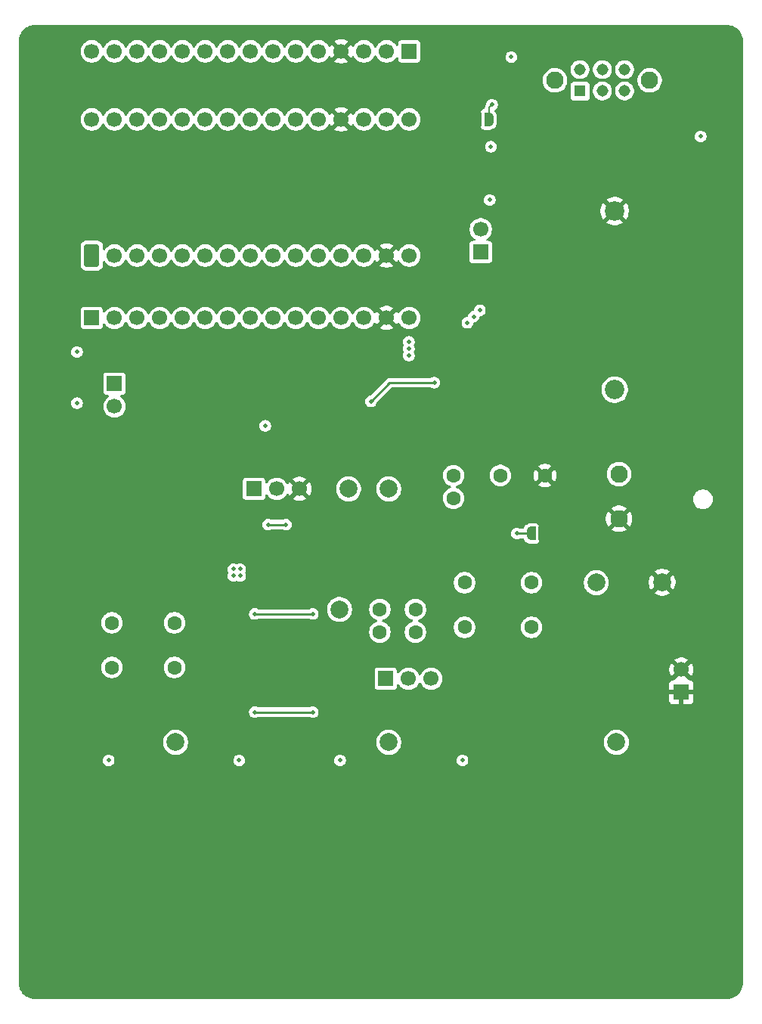
<source format=gbr>
%TF.GenerationSoftware,KiCad,Pcbnew,9.0.3*%
%TF.CreationDate,2025-08-01T10:01:50-04:00*%
%TF.ProjectId,ECG,4543472e-6b69-4636-9164-5f7063625858,rev?*%
%TF.SameCoordinates,Original*%
%TF.FileFunction,Copper,L4,Bot*%
%TF.FilePolarity,Positive*%
%FSLAX46Y46*%
G04 Gerber Fmt 4.6, Leading zero omitted, Abs format (unit mm)*
G04 Created by KiCad (PCBNEW 9.0.3) date 2025-08-01 10:01:50*
%MOMM*%
%LPD*%
G01*
G04 APERTURE LIST*
G04 Aperture macros list*
%AMRoundRect*
0 Rectangle with rounded corners*
0 $1 Rounding radius*
0 $2 $3 $4 $5 $6 $7 $8 $9 X,Y pos of 4 corners*
0 Add a 4 corners polygon primitive as box body*
4,1,4,$2,$3,$4,$5,$6,$7,$8,$9,$2,$3,0*
0 Add four circle primitives for the rounded corners*
1,1,$1+$1,$2,$3*
1,1,$1+$1,$4,$5*
1,1,$1+$1,$6,$7*
1,1,$1+$1,$8,$9*
0 Add four rect primitives between the rounded corners*
20,1,$1+$1,$2,$3,$4,$5,0*
20,1,$1+$1,$4,$5,$6,$7,0*
20,1,$1+$1,$6,$7,$8,$9,0*
20,1,$1+$1,$8,$9,$2,$3,0*%
%AMFreePoly0*
4,1,23,0.500000,-0.750000,0.000000,-0.750000,0.000000,-0.745722,-0.065263,-0.745722,-0.191342,-0.711940,-0.304381,-0.646677,-0.396677,-0.554381,-0.461940,-0.441342,-0.495722,-0.315263,-0.495722,-0.250000,-0.500000,-0.250000,-0.500000,0.250000,-0.495722,0.250000,-0.495722,0.315263,-0.461940,0.441342,-0.396677,0.554381,-0.304381,0.646677,-0.191342,0.711940,-0.065263,0.745722,0.000000,0.745722,
0.000000,0.750000,0.500000,0.750000,0.500000,-0.750000,0.500000,-0.750000,$1*%
%AMFreePoly1*
4,1,23,0.000000,0.745722,0.065263,0.745722,0.191342,0.711940,0.304381,0.646677,0.396677,0.554381,0.461940,0.441342,0.495722,0.315263,0.495722,0.250000,0.500000,0.250000,0.500000,-0.250000,0.495722,-0.250000,0.495722,-0.315263,0.461940,-0.441342,0.396677,-0.554381,0.304381,-0.646677,0.191342,-0.711940,0.065263,-0.745722,0.000000,-0.745722,0.000000,-0.750000,-0.500000,-0.750000,
-0.500000,0.750000,0.000000,0.750000,0.000000,0.745722,0.000000,0.745722,$1*%
G04 Aperture macros list end*
%TA.AperFunction,ComponentPad*%
%ADD10C,2.000000*%
%TD*%
%TA.AperFunction,ComponentPad*%
%ADD11R,1.700000X1.700000*%
%TD*%
%TA.AperFunction,ComponentPad*%
%ADD12C,1.700000*%
%TD*%
%TA.AperFunction,ComponentPad*%
%ADD13C,1.600000*%
%TD*%
%TA.AperFunction,ComponentPad*%
%ADD14C,1.950000*%
%TD*%
%TA.AperFunction,ComponentPad*%
%ADD15RoundRect,0.255000X-0.595000X1.015000X-0.595000X-1.015000X0.595000X-1.015000X0.595000X1.015000X0*%
%TD*%
%TA.AperFunction,ComponentPad*%
%ADD16C,2.175000*%
%TD*%
%TA.AperFunction,ComponentPad*%
%ADD17R,1.308000X1.308000*%
%TD*%
%TA.AperFunction,ComponentPad*%
%ADD18C,1.308000*%
%TD*%
%TA.AperFunction,SMDPad,CuDef*%
%ADD19FreePoly0,180.000000*%
%TD*%
%TA.AperFunction,SMDPad,CuDef*%
%ADD20FreePoly1,180.000000*%
%TD*%
%TA.AperFunction,SMDPad,CuDef*%
%ADD21FreePoly0,0.000000*%
%TD*%
%TA.AperFunction,SMDPad,CuDef*%
%ADD22FreePoly1,0.000000*%
%TD*%
%TA.AperFunction,ViaPad*%
%ADD23C,0.500000*%
%TD*%
%TA.AperFunction,Conductor*%
%ADD24C,0.254000*%
%TD*%
%TA.AperFunction,Conductor*%
%ADD25C,0.240000*%
%TD*%
%TA.AperFunction,Conductor*%
%ADD26C,0.127000*%
%TD*%
G04 APERTURE END LIST*
D10*
%TO.P,TP5,1,1*%
%TO.N,/RL*%
X159090001Y-105156000D03*
%TD*%
D11*
%TO.P,J3,1,Pin_1*%
%TO.N,/D13*%
X100330000Y-57658000D03*
D12*
%TO.P,J3,2,Pin_2*%
%TO.N,+3V3*%
X102870000Y-57658000D03*
%TO.P,J3,3,Pin_3*%
%TO.N,/AREF*%
X105410000Y-57658000D03*
%TO.P,J3,4,Pin_4*%
%TO.N,/A0*%
X107950000Y-57658000D03*
%TO.P,J3,5,Pin_5*%
%TO.N,/A1*%
X110490000Y-57658000D03*
%TO.P,J3,6,Pin_6*%
%TO.N,/A2*%
X113030000Y-57658000D03*
%TO.P,J3,7,Pin_7*%
%TO.N,/A3*%
X115570000Y-57658000D03*
%TO.P,J3,8,Pin_8*%
%TO.N,/HR_SIGNAL*%
X118110000Y-57658000D03*
%TO.P,J3,9,Pin_9*%
%TO.N,/A5*%
X120650000Y-57658000D03*
%TO.P,J3,10,Pin_10*%
%TO.N,/A6*%
X123190000Y-57658000D03*
%TO.P,J3,11,Pin_11*%
%TO.N,/A7*%
X125730000Y-57658000D03*
%TO.P,J3,12,Pin_12*%
%TO.N,+5V*%
X128270000Y-57658000D03*
%TO.P,J3,13,Pin_13*%
%TO.N,/RESET*%
X130810000Y-57658000D03*
%TO.P,J3,14,Pin_14*%
%TO.N,GND*%
X133350000Y-57658000D03*
%TO.P,J3,15,Pin_15*%
%TO.N,/VIN*%
X135890000Y-57658000D03*
%TD*%
D13*
%TO.P,C2,1*%
%TO.N,/P1*%
X109590001Y-96792999D03*
%TO.P,C2,2*%
%TO.N,Net-(U1-HPSENSE)*%
X109590001Y-91792999D03*
%TD*%
D11*
%TO.P,J2,1,Pin_1*%
%TO.N,/RL*%
X133260001Y-98042999D03*
D12*
%TO.P,J2,2,Pin_2*%
%TO.N,Net-(J2-Pin_2)*%
X135800001Y-98042999D03*
%TO.P,J2,3,Pin_3*%
%TO.N,+3V0*%
X138340001Y-98042999D03*
%TD*%
D14*
%TO.P,J5,1,Pin_1*%
%TO.N,Net-(D3-A)*%
X159381000Y-75137000D03*
%TO.P,J5,2,Pin_2*%
%TO.N,GND*%
X159381000Y-80137000D03*
%TD*%
D13*
%TO.P,R22,1*%
%TO.N,/P1*%
X136590001Y-92832999D03*
%TO.P,R22,2*%
%TO.N,Net-(U1-OPAMP+)*%
X136590001Y-90292999D03*
%TD*%
%TO.P,C6,1*%
%TO.N,Net-(U1-OPAMP+)*%
X142090001Y-92292999D03*
%TO.P,C6,2*%
%TO.N,Net-(U1-REFOUT)*%
X142090001Y-87292999D03*
%TD*%
D10*
%TO.P,TP3,1,1*%
%TO.N,/INM*%
X133590001Y-105156000D03*
%TD*%
%TO.P,TP2,1,1*%
%TO.N,/LODP*%
X129090001Y-76792999D03*
%TD*%
%TO.P,TP8,1,1*%
%TO.N,GND*%
X164211000Y-87249000D03*
%TD*%
D11*
%TO.P,J8,1,Pin_1*%
%TO.N,/PWR_OFF_HV*%
X102870000Y-65019000D03*
D12*
%TO.P,J8,2,Pin_2*%
X102870000Y-67559000D03*
%TD*%
D11*
%TO.P,J1,1,Pin_1*%
%TO.N,+3V0*%
X118510001Y-76792999D03*
D12*
%TO.P,J1,2,Pin_2*%
%TO.N,Net-(J1-Pin_2)*%
X121050001Y-76792999D03*
%TO.P,J1,3,Pin_3*%
%TO.N,GND*%
X123590001Y-76792999D03*
%TD*%
D13*
%TO.P,C22,1*%
%TO.N,/P1*%
X102590001Y-96792999D03*
%TO.P,C22,2*%
%TO.N,Net-(U1-HPSENSE)*%
X102590001Y-91792999D03*
%TD*%
D11*
%TO.P,J7,1,Pin_1*%
%TO.N,GND*%
X166370000Y-99568000D03*
D12*
%TO.P,J7,2,Pin_2*%
X166370000Y-97028000D03*
%TD*%
D10*
%TO.P,TP6,1,1*%
%TO.N,Net-(U1-SW)*%
X128090001Y-90292999D03*
%TD*%
D13*
%TO.P,C7,1*%
%TO.N,GND*%
X151090001Y-75292999D03*
%TO.P,C7,2*%
%TO.N,/FILTER_OUT*%
X146090001Y-75292999D03*
%TD*%
D15*
%TO.P,U3,1,D13*%
%TO.N,/D13*%
X100330000Y-50673000D03*
D12*
%TO.P,U3,2,+3V3*%
%TO.N,+3V3*%
X102870000Y-50673000D03*
%TO.P,U3,3,AREF*%
%TO.N,/AREF*%
X105410000Y-50673000D03*
%TO.P,U3,4,A0/DAC0*%
%TO.N,/A0*%
X107950000Y-50673000D03*
%TO.P,U3,5,A1*%
%TO.N,/A1*%
X110490000Y-50673000D03*
%TO.P,U3,6,A2*%
%TO.N,/A2*%
X113030000Y-50673000D03*
%TO.P,U3,7,A3*%
%TO.N,/A3*%
X115570000Y-50673000D03*
%TO.P,U3,8,A4/SDA*%
%TO.N,/HR_SIGNAL*%
X118110000Y-50673000D03*
%TO.P,U3,9,A5/SCL*%
%TO.N,/A5*%
X120650000Y-50673000D03*
%TO.P,U3,10,A6*%
%TO.N,/A6*%
X123190000Y-50673000D03*
%TO.P,U3,11,A7*%
%TO.N,/A7*%
X125730000Y-50673000D03*
%TO.P,U3,12,VUSB*%
%TO.N,+5V*%
X128270000Y-50673000D03*
%TO.P,U3,13,~{RESET}*%
%TO.N,/RESET*%
X130810000Y-50673000D03*
%TO.P,U3,14,GND*%
%TO.N,GND*%
X133350000Y-50673000D03*
%TO.P,U3,15,VIN*%
%TO.N,/VIN*%
X135890000Y-50673000D03*
%TO.P,U3,16,TX*%
%TO.N,/TX*%
X135890000Y-35433000D03*
%TO.P,U3,17,RX*%
%TO.N,/RX*%
X133350000Y-35433000D03*
%TO.P,U3,18,~{RESET__1}*%
%TO.N,/RESET1*%
X130810000Y-35433000D03*
%TO.P,U3,19,GND__1*%
%TO.N,GND*%
X128270000Y-35433000D03*
%TO.P,U3,20,D2*%
%TO.N,/LEADS_ON_PROT*%
X125730000Y-35433000D03*
%TO.P,U3,21,D3/PWM*%
%TO.N,/PWR_HOLD*%
X123190000Y-35433000D03*
%TO.P,U3,22,D4*%
%TO.N,/D4*%
X120650000Y-35433000D03*
%TO.P,U3,23,D5/PWM*%
%TO.N,/D5*%
X118110000Y-35433000D03*
%TO.P,U3,24,D6/PWM*%
%TO.N,/D6*%
X115570000Y-35433000D03*
%TO.P,U3,25,D7*%
%TO.N,/D7*%
X113030000Y-35433000D03*
%TO.P,U3,26,D8*%
%TO.N,/D8*%
X110490000Y-35433000D03*
%TO.P,U3,27,D9/PWM*%
%TO.N,/D9*%
X107950000Y-35433000D03*
%TO.P,U3,28,D10/PWM*%
%TO.N,/D10*%
X105410000Y-35433000D03*
%TO.P,U3,29,D11/MOSI*%
%TO.N,/D11*%
X102870000Y-35433000D03*
%TO.P,U3,30,D12/MISO*%
%TO.N,/D12*%
X100330000Y-35433000D03*
%TD*%
D11*
%TO.P,J6,1,Pin_1*%
%TO.N,+9V*%
X143900000Y-50275000D03*
D12*
%TO.P,J6,2,Pin_2*%
%TO.N,/VIN*%
X143900000Y-47735000D03*
%TD*%
D10*
%TO.P,TP7,1,1*%
%TO.N,Net-(U1-REFOUT)*%
X156840001Y-87292999D03*
%TD*%
D16*
%TO.P,BT1,+*%
%TO.N,/BPLUS*%
X158900000Y-65683750D03*
%TO.P,BT1,-*%
%TO.N,GND*%
X158900000Y-45683750D03*
%TD*%
D10*
%TO.P,TP1,1,1*%
%TO.N,/LODN*%
X133590001Y-76792999D03*
%TD*%
D13*
%TO.P,R11,1*%
%TO.N,/P1*%
X132590001Y-92832999D03*
%TO.P,R11,2*%
%TO.N,Net-(U1-OPAMP+)*%
X132590001Y-90292999D03*
%TD*%
D10*
%TO.P,TP4,1,1*%
%TO.N,/INP*%
X109728000Y-105156000D03*
%TD*%
D13*
%TO.P,C21,1*%
%TO.N,Net-(U1-OPAMP+)*%
X149590001Y-92292999D03*
%TO.P,C21,2*%
%TO.N,Net-(U1-REFOUT)*%
X149590001Y-87292999D03*
%TD*%
%TO.P,R14,1*%
%TO.N,Net-(D1-A)*%
X140840001Y-77837999D03*
%TO.P,R14,2*%
%TO.N,/FILTER_OUT*%
X140840001Y-75297999D03*
%TD*%
D11*
%TO.P,J4,1,Pin_1*%
%TO.N,/TX*%
X135890000Y-27813000D03*
D12*
%TO.P,J4,2,Pin_2*%
%TO.N,/RX*%
X133350000Y-27813000D03*
%TO.P,J4,3,Pin_3*%
%TO.N,/RESET1*%
X130810000Y-27813000D03*
%TO.P,J4,4,Pin_4*%
%TO.N,GND*%
X128270000Y-27813000D03*
%TO.P,J4,5,Pin_5*%
%TO.N,/LEADS_ON_PROT*%
X125730000Y-27813000D03*
%TO.P,J4,6,Pin_6*%
%TO.N,/PWR_HOLD*%
X123190000Y-27813000D03*
%TO.P,J4,7,Pin_7*%
%TO.N,/D4*%
X120650000Y-27813000D03*
%TO.P,J4,8,Pin_8*%
%TO.N,/D5*%
X118110000Y-27813000D03*
%TO.P,J4,9,Pin_9*%
%TO.N,/D6*%
X115570000Y-27813000D03*
%TO.P,J4,10,Pin_10*%
%TO.N,/D7*%
X113030000Y-27813000D03*
%TO.P,J4,11,Pin_11*%
%TO.N,/D8*%
X110490000Y-27813000D03*
%TO.P,J4,12,Pin_12*%
%TO.N,/D9*%
X107950000Y-27813000D03*
%TO.P,J4,13,Pin_13*%
%TO.N,/D10*%
X105410000Y-27813000D03*
%TO.P,J4,14,Pin_14*%
%TO.N,/D11*%
X102870000Y-27813000D03*
%TO.P,J4,15,Pin_15*%
%TO.N,/D12*%
X100330000Y-27813000D03*
%TD*%
D17*
%TO.P,S1,1*%
%TO.N,+3V0*%
X155020000Y-32258000D03*
D18*
%TO.P,S1,2*%
%TO.N,/BPLUS*%
X157520000Y-32258000D03*
%TO.P,S1,3*%
%TO.N,unconnected-(S1-Pad3)*%
X160020000Y-32258000D03*
%TO.P,S1,4*%
%TO.N,+9V*%
X155020000Y-29858000D03*
%TO.P,S1,5*%
%TO.N,Net-(D3-K)*%
X157520000Y-29858000D03*
%TO.P,S1,6*%
%TO.N,unconnected-(S1-Pad6)*%
X160020000Y-29858000D03*
D14*
%TO.P,S1,7,SH*%
%TO.N,unconnected-(S1-SH-Pad7)*%
X152220000Y-31058000D03*
%TO.P,S1,8,SH*%
%TO.N,unconnected-(S1-SH-Pad8)*%
X162820000Y-31058000D03*
%TD*%
D19*
%TO.P,JP1,1,A*%
%TO.N,GND*%
X150840001Y-81792999D03*
D20*
%TO.P,JP1,2,B*%
%TO.N,Net-(JP1-B)*%
X149540001Y-81792999D03*
%TD*%
D21*
%TO.P,JP2,1,A*%
%TO.N,GND*%
X143515000Y-35433000D03*
D22*
%TO.P,JP2,2,B*%
%TO.N,Net-(JP2-B)*%
X144815000Y-35433000D03*
%TD*%
D23*
%TO.N,GND*%
X119290400Y-129932200D03*
X130800000Y-69800000D03*
X93763400Y-123932200D03*
X171475400Y-122480200D03*
X122200000Y-86700000D03*
X172225400Y-125480200D03*
X119290400Y-126932200D03*
X171475400Y-125480200D03*
X146087400Y-128432200D03*
X94513400Y-128432200D03*
X172225400Y-126980200D03*
X146087400Y-119432200D03*
X120040400Y-125432200D03*
X93763400Y-125432200D03*
X172225400Y-129980200D03*
X120040400Y-116432200D03*
X120040400Y-126932200D03*
X146087400Y-125432200D03*
X93763400Y-119432200D03*
X93763400Y-122432200D03*
X119290400Y-119432200D03*
X132800000Y-69800000D03*
X146837400Y-126932200D03*
X93763400Y-128432200D03*
X119290400Y-125432200D03*
X120040400Y-119432200D03*
X119290400Y-128432200D03*
X146837400Y-120932200D03*
X172225400Y-120980200D03*
X120040400Y-123932200D03*
X94513400Y-126932200D03*
X131800000Y-71800000D03*
X93763400Y-117932200D03*
X172225400Y-117980200D03*
X146837400Y-123932200D03*
X172225400Y-119480200D03*
X130175000Y-94742000D03*
X171475400Y-126980200D03*
X172225400Y-122480200D03*
X146837400Y-116432200D03*
X94513400Y-129932200D03*
X129800000Y-71800000D03*
X120040400Y-128432200D03*
X146087400Y-123932200D03*
X94513400Y-119432200D03*
X131800000Y-70800000D03*
X120040400Y-129932200D03*
X132800000Y-71800000D03*
X146087400Y-129932200D03*
X119290400Y-116432200D03*
X130800000Y-70800000D03*
X129159000Y-95758000D03*
X146837400Y-122432200D03*
X171475400Y-120980200D03*
X130800000Y-71800000D03*
X94513400Y-120932200D03*
X119290400Y-123932200D03*
X171475400Y-123980200D03*
X131800000Y-69800000D03*
X133800000Y-69800000D03*
X120040400Y-122432200D03*
X172225400Y-123980200D03*
X129159000Y-94742000D03*
X146087400Y-126932200D03*
X94513400Y-122432200D03*
X146837400Y-119432200D03*
X130175000Y-95758000D03*
X121000000Y-87800000D03*
X93763400Y-126932200D03*
X94513400Y-123932200D03*
X172225400Y-116480200D03*
X129800000Y-69800000D03*
X172225400Y-128480200D03*
X120040400Y-117932200D03*
X119290400Y-122432200D03*
X146087400Y-120932200D03*
X129800000Y-70800000D03*
X133800000Y-70800000D03*
X146087400Y-116432200D03*
X171475400Y-119480200D03*
X132800000Y-70800000D03*
X171475400Y-128480200D03*
X121000000Y-86700000D03*
X146837400Y-128432200D03*
X171475400Y-116480200D03*
X133800000Y-71800000D03*
X93763400Y-116432200D03*
X171475400Y-117980200D03*
X171475400Y-129980200D03*
X93763400Y-120932200D03*
X146837400Y-117932200D03*
X94513400Y-116432200D03*
X146087400Y-122432200D03*
X146837400Y-129932200D03*
X120040400Y-120932200D03*
X146837400Y-125432200D03*
X94513400Y-117932200D03*
X94513400Y-125432200D03*
X93763400Y-129932200D03*
X119290400Y-120932200D03*
X119290400Y-117932200D03*
X122200000Y-87800000D03*
X146087400Y-117932200D03*
%TO.N,+3V0*%
X116955000Y-86525800D03*
X116205000Y-86525800D03*
X116840000Y-107188000D03*
X141854000Y-107188000D03*
X122090001Y-80792999D03*
X116205000Y-85775800D03*
X128143000Y-107188000D03*
X102222000Y-107188000D03*
X120090001Y-80792999D03*
X116955000Y-85775800D03*
%TO.N,/PWR_OFF_HV*%
X138700000Y-64900000D03*
X131600000Y-67000000D03*
%TO.N,/VIN*%
X135850000Y-61087000D03*
X147320000Y-28448000D03*
X135850000Y-61849000D03*
X144907000Y-44450000D03*
X98679000Y-67183000D03*
X135850000Y-60325000D03*
X145034000Y-38481000D03*
X98679000Y-61468000D03*
%TO.N,+9V*%
X143100000Y-57500000D03*
X143800000Y-56800000D03*
X142400000Y-58200000D03*
%TO.N,/INP*%
X118590001Y-101792999D03*
X125090001Y-101792999D03*
%TO.N,/P1*%
X118590001Y-90792999D03*
X125090001Y-90792999D03*
%TO.N,Net-(JP1-B)*%
X147955000Y-81788000D03*
%TO.N,Net-(D3-A)*%
X168529000Y-37338000D03*
%TO.N,Net-(JP2-B)*%
X145161000Y-33782000D03*
%TO.N,/LEADS_ON_PROT*%
X119761000Y-69723000D03*
%TD*%
D24*
%TO.N,+3V0*%
X120090001Y-80792999D02*
X122090001Y-80792999D01*
D25*
%TO.N,/PWR_OFF_HV*%
X131600000Y-67000000D02*
X133700000Y-64900000D01*
X133700000Y-64900000D02*
X138700000Y-64900000D01*
D24*
%TO.N,/INP*%
X125090001Y-101792999D02*
X118590001Y-101792999D01*
%TO.N,/P1*%
X118590001Y-90792999D02*
X125090001Y-90792999D01*
%TO.N,Net-(JP1-B)*%
X149535002Y-81788000D02*
X149540001Y-81792999D01*
X147955000Y-81788000D02*
X149535002Y-81788000D01*
D26*
%TO.N,Net-(JP2-B)*%
X145161000Y-33782000D02*
X144815000Y-34128000D01*
X144815000Y-34128000D02*
X144815000Y-35433000D01*
%TD*%
%TA.AperFunction,Conductor*%
%TO.N,GND*%
G36*
X171454028Y-24840764D02*
G01*
X171680707Y-24855621D01*
X171696763Y-24857736D01*
X171915544Y-24901254D01*
X171931199Y-24905449D01*
X172142422Y-24977149D01*
X172157405Y-24983355D01*
X172357460Y-25082012D01*
X172371503Y-25090119D01*
X172556978Y-25214049D01*
X172569839Y-25223918D01*
X172737541Y-25370989D01*
X172749010Y-25382458D01*
X172896081Y-25550160D01*
X172905956Y-25563029D01*
X173029878Y-25748493D01*
X173037987Y-25762539D01*
X173136644Y-25962594D01*
X173142851Y-25977580D01*
X173214548Y-26188794D01*
X173218746Y-26204461D01*
X173262262Y-26423231D01*
X173264379Y-26439311D01*
X173274472Y-26593290D01*
X173278738Y-26658380D01*
X173279234Y-26665939D01*
X173279500Y-26674050D01*
X173279500Y-132075948D01*
X173279234Y-132084058D01*
X173279234Y-132084059D01*
X173264379Y-132310688D01*
X173262262Y-132326768D01*
X173218746Y-132545538D01*
X173214548Y-132561205D01*
X173142851Y-132772419D01*
X173136644Y-132787405D01*
X173037987Y-132987460D01*
X173029878Y-133001506D01*
X172905956Y-133186970D01*
X172896081Y-133199839D01*
X172749010Y-133367541D01*
X172737541Y-133379010D01*
X172569839Y-133526081D01*
X172556970Y-133535956D01*
X172371506Y-133659878D01*
X172357460Y-133667987D01*
X172157405Y-133766644D01*
X172142419Y-133772851D01*
X171931205Y-133844548D01*
X171915538Y-133848746D01*
X171696768Y-133892262D01*
X171680688Y-133894379D01*
X171471304Y-133908103D01*
X171454057Y-133909234D01*
X171445948Y-133909500D01*
X93984052Y-133909500D01*
X93975942Y-133909234D01*
X93749312Y-133894379D01*
X93733231Y-133892262D01*
X93514461Y-133848746D01*
X93498794Y-133844548D01*
X93287580Y-133772851D01*
X93272594Y-133766644D01*
X93072539Y-133667987D01*
X93058493Y-133659878D01*
X93016974Y-133632136D01*
X92873024Y-133535952D01*
X92860160Y-133526081D01*
X92692458Y-133379010D01*
X92680989Y-133367541D01*
X92533918Y-133199839D01*
X92524049Y-133186978D01*
X92400119Y-133001503D01*
X92392012Y-132987460D01*
X92293355Y-132787405D01*
X92287148Y-132772419D01*
X92215451Y-132561205D01*
X92211253Y-132545538D01*
X92167737Y-132326768D01*
X92165621Y-132310707D01*
X92150764Y-132084028D01*
X92150500Y-132075948D01*
X92150500Y-107252071D01*
X101571499Y-107252071D01*
X101596497Y-107377738D01*
X101596499Y-107377744D01*
X101645533Y-107496124D01*
X101645538Y-107496133D01*
X101716723Y-107602668D01*
X101716726Y-107602672D01*
X101807327Y-107693273D01*
X101807331Y-107693276D01*
X101913866Y-107764461D01*
X101913872Y-107764464D01*
X101913873Y-107764465D01*
X102032256Y-107813501D01*
X102032260Y-107813501D01*
X102032261Y-107813502D01*
X102157928Y-107838500D01*
X102157931Y-107838500D01*
X102286071Y-107838500D01*
X102370615Y-107821682D01*
X102411744Y-107813501D01*
X102530127Y-107764465D01*
X102636669Y-107693276D01*
X102727276Y-107602669D01*
X102798465Y-107496127D01*
X102847501Y-107377744D01*
X102872500Y-107252071D01*
X116189499Y-107252071D01*
X116214497Y-107377738D01*
X116214499Y-107377744D01*
X116263533Y-107496124D01*
X116263538Y-107496133D01*
X116334723Y-107602668D01*
X116334726Y-107602672D01*
X116425327Y-107693273D01*
X116425331Y-107693276D01*
X116531866Y-107764461D01*
X116531872Y-107764464D01*
X116531873Y-107764465D01*
X116650256Y-107813501D01*
X116650260Y-107813501D01*
X116650261Y-107813502D01*
X116775928Y-107838500D01*
X116775931Y-107838500D01*
X116904071Y-107838500D01*
X116988615Y-107821682D01*
X117029744Y-107813501D01*
X117148127Y-107764465D01*
X117254669Y-107693276D01*
X117345276Y-107602669D01*
X117416465Y-107496127D01*
X117465501Y-107377744D01*
X117490500Y-107252071D01*
X127492499Y-107252071D01*
X127517497Y-107377738D01*
X127517499Y-107377744D01*
X127566533Y-107496124D01*
X127566538Y-107496133D01*
X127637723Y-107602668D01*
X127637726Y-107602672D01*
X127728327Y-107693273D01*
X127728331Y-107693276D01*
X127834866Y-107764461D01*
X127834872Y-107764464D01*
X127834873Y-107764465D01*
X127953256Y-107813501D01*
X127953260Y-107813501D01*
X127953261Y-107813502D01*
X128078928Y-107838500D01*
X128078931Y-107838500D01*
X128207071Y-107838500D01*
X128291615Y-107821682D01*
X128332744Y-107813501D01*
X128451127Y-107764465D01*
X128557669Y-107693276D01*
X128648276Y-107602669D01*
X128719465Y-107496127D01*
X128768501Y-107377744D01*
X128793500Y-107252071D01*
X141203499Y-107252071D01*
X141228497Y-107377738D01*
X141228499Y-107377744D01*
X141277533Y-107496124D01*
X141277538Y-107496133D01*
X141348723Y-107602668D01*
X141348726Y-107602672D01*
X141439327Y-107693273D01*
X141439331Y-107693276D01*
X141545866Y-107764461D01*
X141545872Y-107764464D01*
X141545873Y-107764465D01*
X141664256Y-107813501D01*
X141664260Y-107813501D01*
X141664261Y-107813502D01*
X141789928Y-107838500D01*
X141789931Y-107838500D01*
X141918071Y-107838500D01*
X142002615Y-107821682D01*
X142043744Y-107813501D01*
X142162127Y-107764465D01*
X142268669Y-107693276D01*
X142359276Y-107602669D01*
X142430465Y-107496127D01*
X142479501Y-107377744D01*
X142504500Y-107252069D01*
X142504500Y-107123931D01*
X142504500Y-107123928D01*
X142479502Y-106998261D01*
X142479501Y-106998260D01*
X142479501Y-106998256D01*
X142430465Y-106879873D01*
X142430464Y-106879872D01*
X142430461Y-106879866D01*
X142359276Y-106773331D01*
X142359273Y-106773327D01*
X142268672Y-106682726D01*
X142268668Y-106682723D01*
X142162133Y-106611538D01*
X142162124Y-106611533D01*
X142043744Y-106562499D01*
X142043738Y-106562497D01*
X141918071Y-106537500D01*
X141918069Y-106537500D01*
X141789931Y-106537500D01*
X141789929Y-106537500D01*
X141664261Y-106562497D01*
X141664255Y-106562499D01*
X141545875Y-106611533D01*
X141545866Y-106611538D01*
X141439331Y-106682723D01*
X141439327Y-106682726D01*
X141348726Y-106773327D01*
X141348723Y-106773331D01*
X141277538Y-106879866D01*
X141277533Y-106879875D01*
X141228499Y-106998255D01*
X141228497Y-106998261D01*
X141203500Y-107123928D01*
X141203500Y-107123931D01*
X141203500Y-107252069D01*
X141203500Y-107252071D01*
X141203499Y-107252071D01*
X128793500Y-107252071D01*
X128793500Y-107252069D01*
X128793500Y-107123931D01*
X128793500Y-107123928D01*
X128768502Y-106998261D01*
X128768501Y-106998260D01*
X128768501Y-106998256D01*
X128719465Y-106879873D01*
X128719464Y-106879872D01*
X128719461Y-106879866D01*
X128648276Y-106773331D01*
X128648273Y-106773327D01*
X128557672Y-106682726D01*
X128557668Y-106682723D01*
X128451133Y-106611538D01*
X128451124Y-106611533D01*
X128332744Y-106562499D01*
X128332738Y-106562497D01*
X128207071Y-106537500D01*
X128207069Y-106537500D01*
X128078931Y-106537500D01*
X128078929Y-106537500D01*
X127953261Y-106562497D01*
X127953255Y-106562499D01*
X127834875Y-106611533D01*
X127834866Y-106611538D01*
X127728331Y-106682723D01*
X127728327Y-106682726D01*
X127637726Y-106773327D01*
X127637723Y-106773331D01*
X127566538Y-106879866D01*
X127566533Y-106879875D01*
X127517499Y-106998255D01*
X127517497Y-106998261D01*
X127492500Y-107123928D01*
X127492500Y-107123931D01*
X127492500Y-107252069D01*
X127492500Y-107252071D01*
X127492499Y-107252071D01*
X117490500Y-107252071D01*
X117490500Y-107252069D01*
X117490500Y-107123931D01*
X117490500Y-107123928D01*
X117465502Y-106998261D01*
X117465501Y-106998260D01*
X117465501Y-106998256D01*
X117416465Y-106879873D01*
X117416464Y-106879872D01*
X117416461Y-106879866D01*
X117345276Y-106773331D01*
X117345273Y-106773327D01*
X117254672Y-106682726D01*
X117254668Y-106682723D01*
X117148133Y-106611538D01*
X117148124Y-106611533D01*
X117029744Y-106562499D01*
X117029738Y-106562497D01*
X116904071Y-106537500D01*
X116904069Y-106537500D01*
X116775931Y-106537500D01*
X116775929Y-106537500D01*
X116650261Y-106562497D01*
X116650255Y-106562499D01*
X116531875Y-106611533D01*
X116531866Y-106611538D01*
X116425331Y-106682723D01*
X116425327Y-106682726D01*
X116334726Y-106773327D01*
X116334723Y-106773331D01*
X116263538Y-106879866D01*
X116263533Y-106879875D01*
X116214499Y-106998255D01*
X116214497Y-106998261D01*
X116189500Y-107123928D01*
X116189500Y-107123931D01*
X116189500Y-107252069D01*
X116189500Y-107252071D01*
X116189499Y-107252071D01*
X102872500Y-107252071D01*
X102872500Y-107252069D01*
X102872500Y-107123931D01*
X102872500Y-107123928D01*
X102847502Y-106998261D01*
X102847501Y-106998260D01*
X102847501Y-106998256D01*
X102798465Y-106879873D01*
X102798464Y-106879872D01*
X102798461Y-106879866D01*
X102727276Y-106773331D01*
X102727273Y-106773327D01*
X102636672Y-106682726D01*
X102636668Y-106682723D01*
X102530133Y-106611538D01*
X102530124Y-106611533D01*
X102411744Y-106562499D01*
X102411738Y-106562497D01*
X102286071Y-106537500D01*
X102286069Y-106537500D01*
X102157931Y-106537500D01*
X102157929Y-106537500D01*
X102032261Y-106562497D01*
X102032255Y-106562499D01*
X101913875Y-106611533D01*
X101913866Y-106611538D01*
X101807331Y-106682723D01*
X101807327Y-106682726D01*
X101716726Y-106773327D01*
X101716723Y-106773331D01*
X101645538Y-106879866D01*
X101645533Y-106879875D01*
X101596499Y-106998255D01*
X101596497Y-106998261D01*
X101571500Y-107123928D01*
X101571500Y-107123931D01*
X101571500Y-107252069D01*
X101571500Y-107252071D01*
X101571499Y-107252071D01*
X92150500Y-107252071D01*
X92150500Y-105045778D01*
X108327500Y-105045778D01*
X108327500Y-105266221D01*
X108361985Y-105483952D01*
X108430103Y-105693603D01*
X108430104Y-105693606D01*
X108530187Y-105890025D01*
X108659752Y-106068358D01*
X108659756Y-106068363D01*
X108815636Y-106224243D01*
X108815641Y-106224247D01*
X108971192Y-106337260D01*
X108993978Y-106353815D01*
X109122375Y-106419237D01*
X109190393Y-106453895D01*
X109190396Y-106453896D01*
X109295221Y-106487955D01*
X109400049Y-106522015D01*
X109617778Y-106556500D01*
X109617779Y-106556500D01*
X109838221Y-106556500D01*
X109838222Y-106556500D01*
X110055951Y-106522015D01*
X110265606Y-106453895D01*
X110462022Y-106353815D01*
X110640365Y-106224242D01*
X110796242Y-106068365D01*
X110925815Y-105890022D01*
X111025895Y-105693606D01*
X111094015Y-105483951D01*
X111128500Y-105266222D01*
X111128500Y-105045778D01*
X132189501Y-105045778D01*
X132189501Y-105266221D01*
X132223986Y-105483952D01*
X132292104Y-105693603D01*
X132292105Y-105693606D01*
X132392188Y-105890025D01*
X132521753Y-106068358D01*
X132521757Y-106068363D01*
X132677637Y-106224243D01*
X132677642Y-106224247D01*
X132833193Y-106337260D01*
X132855979Y-106353815D01*
X132984376Y-106419237D01*
X133052394Y-106453895D01*
X133052397Y-106453896D01*
X133157222Y-106487955D01*
X133262050Y-106522015D01*
X133479779Y-106556500D01*
X133479780Y-106556500D01*
X133700222Y-106556500D01*
X133700223Y-106556500D01*
X133917952Y-106522015D01*
X134127607Y-106453895D01*
X134324023Y-106353815D01*
X134502366Y-106224242D01*
X134658243Y-106068365D01*
X134787816Y-105890022D01*
X134887896Y-105693606D01*
X134956016Y-105483951D01*
X134990501Y-105266222D01*
X134990501Y-105045778D01*
X157689501Y-105045778D01*
X157689501Y-105266221D01*
X157723986Y-105483952D01*
X157792104Y-105693603D01*
X157792105Y-105693606D01*
X157892188Y-105890025D01*
X158021753Y-106068358D01*
X158021757Y-106068363D01*
X158177637Y-106224243D01*
X158177642Y-106224247D01*
X158333193Y-106337260D01*
X158355979Y-106353815D01*
X158484376Y-106419237D01*
X158552394Y-106453895D01*
X158552397Y-106453896D01*
X158657222Y-106487955D01*
X158762050Y-106522015D01*
X158979779Y-106556500D01*
X158979780Y-106556500D01*
X159200222Y-106556500D01*
X159200223Y-106556500D01*
X159417952Y-106522015D01*
X159627607Y-106453895D01*
X159824023Y-106353815D01*
X160002366Y-106224242D01*
X160158243Y-106068365D01*
X160287816Y-105890022D01*
X160387896Y-105693606D01*
X160456016Y-105483951D01*
X160490501Y-105266222D01*
X160490501Y-105045778D01*
X160456016Y-104828049D01*
X160387896Y-104618394D01*
X160387896Y-104618393D01*
X160353238Y-104550375D01*
X160287816Y-104421978D01*
X160271261Y-104399192D01*
X160158248Y-104243641D01*
X160158244Y-104243636D01*
X160002364Y-104087756D01*
X160002359Y-104087752D01*
X159824026Y-103958187D01*
X159824025Y-103958186D01*
X159824023Y-103958185D01*
X159761097Y-103926122D01*
X159627607Y-103858104D01*
X159627604Y-103858103D01*
X159417953Y-103789985D01*
X159309087Y-103772742D01*
X159200223Y-103755500D01*
X158979779Y-103755500D01*
X158907202Y-103766995D01*
X158762048Y-103789985D01*
X158552397Y-103858103D01*
X158552394Y-103858104D01*
X158355975Y-103958187D01*
X158177642Y-104087752D01*
X158177637Y-104087756D01*
X158021757Y-104243636D01*
X158021753Y-104243641D01*
X157892188Y-104421974D01*
X157792105Y-104618393D01*
X157792104Y-104618396D01*
X157723986Y-104828047D01*
X157689501Y-105045778D01*
X134990501Y-105045778D01*
X134956016Y-104828049D01*
X134887896Y-104618394D01*
X134887896Y-104618393D01*
X134853238Y-104550375D01*
X134787816Y-104421978D01*
X134771261Y-104399192D01*
X134658248Y-104243641D01*
X134658244Y-104243636D01*
X134502364Y-104087756D01*
X134502359Y-104087752D01*
X134324026Y-103958187D01*
X134324025Y-103958186D01*
X134324023Y-103958185D01*
X134261097Y-103926122D01*
X134127607Y-103858104D01*
X134127604Y-103858103D01*
X133917953Y-103789985D01*
X133809087Y-103772742D01*
X133700223Y-103755500D01*
X133479779Y-103755500D01*
X133407202Y-103766995D01*
X133262048Y-103789985D01*
X133052397Y-103858103D01*
X133052394Y-103858104D01*
X132855975Y-103958187D01*
X132677642Y-104087752D01*
X132677637Y-104087756D01*
X132521757Y-104243636D01*
X132521753Y-104243641D01*
X132392188Y-104421974D01*
X132292105Y-104618393D01*
X132292104Y-104618396D01*
X132223986Y-104828047D01*
X132189501Y-105045778D01*
X111128500Y-105045778D01*
X111094015Y-104828049D01*
X111025895Y-104618394D01*
X111025895Y-104618393D01*
X110991237Y-104550375D01*
X110925815Y-104421978D01*
X110909260Y-104399192D01*
X110796247Y-104243641D01*
X110796243Y-104243636D01*
X110640363Y-104087756D01*
X110640358Y-104087752D01*
X110462025Y-103958187D01*
X110462024Y-103958186D01*
X110462022Y-103958185D01*
X110399096Y-103926122D01*
X110265606Y-103858104D01*
X110265603Y-103858103D01*
X110055952Y-103789985D01*
X109947086Y-103772742D01*
X109838222Y-103755500D01*
X109617778Y-103755500D01*
X109545201Y-103766995D01*
X109400047Y-103789985D01*
X109190396Y-103858103D01*
X109190393Y-103858104D01*
X108993974Y-103958187D01*
X108815641Y-104087752D01*
X108815636Y-104087756D01*
X108659756Y-104243636D01*
X108659752Y-104243641D01*
X108530187Y-104421974D01*
X108430104Y-104618393D01*
X108430103Y-104618396D01*
X108361985Y-104828047D01*
X108327500Y-105045778D01*
X92150500Y-105045778D01*
X92150500Y-101857070D01*
X117939500Y-101857070D01*
X117964498Y-101982737D01*
X117964500Y-101982743D01*
X118013534Y-102101123D01*
X118013539Y-102101132D01*
X118084724Y-102207667D01*
X118084727Y-102207671D01*
X118175328Y-102298272D01*
X118175332Y-102298275D01*
X118281867Y-102369460D01*
X118281873Y-102369463D01*
X118281874Y-102369464D01*
X118400257Y-102418500D01*
X118400261Y-102418500D01*
X118400262Y-102418501D01*
X118525929Y-102443499D01*
X118525932Y-102443499D01*
X118654072Y-102443499D01*
X118738616Y-102426681D01*
X118779745Y-102418500D01*
X118898128Y-102369464D01*
X118898133Y-102369460D01*
X118898136Y-102369459D01*
X118940132Y-102341398D01*
X119006809Y-102320519D01*
X119009024Y-102320499D01*
X124670978Y-102320499D01*
X124738017Y-102340184D01*
X124739870Y-102341398D01*
X124781865Y-102369459D01*
X124781873Y-102369463D01*
X124781874Y-102369464D01*
X124900257Y-102418500D01*
X124900261Y-102418500D01*
X124900262Y-102418501D01*
X125025929Y-102443499D01*
X125025932Y-102443499D01*
X125154072Y-102443499D01*
X125238616Y-102426681D01*
X125279745Y-102418500D01*
X125398128Y-102369464D01*
X125504670Y-102298275D01*
X125595277Y-102207668D01*
X125666466Y-102101126D01*
X125715502Y-101982743D01*
X125740501Y-101857068D01*
X125740501Y-101728930D01*
X125740501Y-101728927D01*
X125715503Y-101603260D01*
X125715502Y-101603259D01*
X125715502Y-101603255D01*
X125666466Y-101484872D01*
X125666465Y-101484871D01*
X125666462Y-101484865D01*
X125595277Y-101378330D01*
X125595274Y-101378326D01*
X125504673Y-101287725D01*
X125504669Y-101287722D01*
X125398134Y-101216537D01*
X125398125Y-101216532D01*
X125279745Y-101167498D01*
X125279739Y-101167496D01*
X125154072Y-101142499D01*
X125154070Y-101142499D01*
X125025932Y-101142499D01*
X125025930Y-101142499D01*
X124900262Y-101167496D01*
X124900256Y-101167498D01*
X124781876Y-101216532D01*
X124781865Y-101216538D01*
X124739870Y-101244600D01*
X124673193Y-101265479D01*
X124670978Y-101265499D01*
X119009024Y-101265499D01*
X118941985Y-101245814D01*
X118940132Y-101244600D01*
X118898136Y-101216538D01*
X118898125Y-101216532D01*
X118779745Y-101167498D01*
X118779739Y-101167496D01*
X118654072Y-101142499D01*
X118654070Y-101142499D01*
X118525932Y-101142499D01*
X118525930Y-101142499D01*
X118400262Y-101167496D01*
X118400256Y-101167498D01*
X118281876Y-101216532D01*
X118281867Y-101216537D01*
X118175332Y-101287722D01*
X118175328Y-101287725D01*
X118084727Y-101378326D01*
X118084724Y-101378330D01*
X118013539Y-101484865D01*
X118013534Y-101484874D01*
X117964500Y-101603254D01*
X117964498Y-101603260D01*
X117939501Y-101728927D01*
X117939501Y-101728930D01*
X117939501Y-101857068D01*
X117939501Y-101857070D01*
X117939500Y-101857070D01*
X92150500Y-101857070D01*
X92150500Y-96698512D01*
X101389501Y-96698512D01*
X101389501Y-96887485D01*
X101419060Y-97074117D01*
X101477455Y-97253835D01*
X101523463Y-97344130D01*
X101563241Y-97422198D01*
X101674311Y-97575072D01*
X101807928Y-97708689D01*
X101960802Y-97819759D01*
X102040348Y-97860289D01*
X102129164Y-97905544D01*
X102129166Y-97905544D01*
X102129169Y-97905546D01*
X102225498Y-97936845D01*
X102308882Y-97963939D01*
X102495515Y-97993499D01*
X102495520Y-97993499D01*
X102684487Y-97993499D01*
X102871119Y-97963939D01*
X102930693Y-97944582D01*
X103050833Y-97905546D01*
X103219200Y-97819759D01*
X103372074Y-97708689D01*
X103505691Y-97575072D01*
X103616761Y-97422198D01*
X103702548Y-97253831D01*
X103760941Y-97074117D01*
X103778671Y-96962174D01*
X103790501Y-96887485D01*
X103790501Y-96698512D01*
X108389501Y-96698512D01*
X108389501Y-96887485D01*
X108419060Y-97074117D01*
X108477455Y-97253835D01*
X108523463Y-97344130D01*
X108563241Y-97422198D01*
X108674311Y-97575072D01*
X108807928Y-97708689D01*
X108960802Y-97819759D01*
X109040348Y-97860289D01*
X109129164Y-97905544D01*
X109129166Y-97905544D01*
X109129169Y-97905546D01*
X109225498Y-97936845D01*
X109308882Y-97963939D01*
X109495515Y-97993499D01*
X109495520Y-97993499D01*
X109684487Y-97993499D01*
X109871119Y-97963939D01*
X109930693Y-97944582D01*
X110050833Y-97905546D01*
X110219200Y-97819759D01*
X110372074Y-97708689D01*
X110505691Y-97575072D01*
X110616761Y-97422198D01*
X110702548Y-97253831D01*
X110732557Y-97161474D01*
X132009501Y-97161474D01*
X132009501Y-98924516D01*
X132020293Y-98992656D01*
X132024355Y-99018303D01*
X132081951Y-99131341D01*
X132081953Y-99131343D01*
X132081955Y-99131346D01*
X132171653Y-99221044D01*
X132171655Y-99221045D01*
X132171659Y-99221049D01*
X132284695Y-99278644D01*
X132284699Y-99278646D01*
X132378476Y-99293498D01*
X132378482Y-99293499D01*
X134141519Y-99293498D01*
X134235305Y-99278645D01*
X134348343Y-99221049D01*
X134438051Y-99131341D01*
X134495647Y-99018303D01*
X134495647Y-99018301D01*
X134495648Y-99018300D01*
X134510500Y-98924523D01*
X134510501Y-98924518D01*
X134510500Y-98777262D01*
X134530184Y-98710226D01*
X134582988Y-98664471D01*
X134652146Y-98654527D01*
X134715702Y-98683552D01*
X134734818Y-98704379D01*
X134846173Y-98857645D01*
X134985355Y-98996827D01*
X135144596Y-99112523D01*
X135227456Y-99154742D01*
X135319971Y-99201881D01*
X135319973Y-99201881D01*
X135319976Y-99201883D01*
X135378963Y-99221049D01*
X135507174Y-99262708D01*
X135701579Y-99293499D01*
X135701584Y-99293499D01*
X135898423Y-99293499D01*
X136092827Y-99262708D01*
X136098105Y-99260993D01*
X136280026Y-99201883D01*
X136455406Y-99112523D01*
X136614647Y-98996827D01*
X136753829Y-98857645D01*
X136869525Y-98698404D01*
X136883910Y-98670172D01*
X136959516Y-98521786D01*
X137007490Y-98470989D01*
X137075311Y-98454194D01*
X137141446Y-98476731D01*
X137180486Y-98521786D01*
X137270475Y-98698402D01*
X137274818Y-98704379D01*
X137386173Y-98857645D01*
X137525355Y-98996827D01*
X137684596Y-99112523D01*
X137767456Y-99154742D01*
X137859971Y-99201881D01*
X137859973Y-99201881D01*
X137859976Y-99201883D01*
X137918963Y-99221049D01*
X138047174Y-99262708D01*
X138241579Y-99293499D01*
X138241584Y-99293499D01*
X138438423Y-99293499D01*
X138632827Y-99262708D01*
X138638105Y-99260993D01*
X138820026Y-99201883D01*
X138995406Y-99112523D01*
X139154647Y-98996827D01*
X139293829Y-98857645D01*
X139409525Y-98698404D01*
X139439455Y-98639662D01*
X139454286Y-98610556D01*
X139454287Y-98610554D01*
X139498882Y-98523031D01*
X139498882Y-98523027D01*
X139498885Y-98523024D01*
X139559710Y-98335825D01*
X139569400Y-98274645D01*
X139590501Y-98141421D01*
X139590501Y-97944576D01*
X139559710Y-97750172D01*
X139513926Y-97609266D01*
X139498885Y-97562974D01*
X139498883Y-97562971D01*
X139498883Y-97562969D01*
X139428219Y-97424284D01*
X139409525Y-97387594D01*
X139293829Y-97228353D01*
X139154647Y-97089171D01*
X138995406Y-96973475D01*
X138893896Y-96921753D01*
X165020000Y-96921753D01*
X165020000Y-97134246D01*
X165053242Y-97344127D01*
X165053242Y-97344130D01*
X165118904Y-97546217D01*
X165215375Y-97735550D01*
X165254728Y-97789716D01*
X165887037Y-97157408D01*
X165904075Y-97220993D01*
X165969901Y-97335007D01*
X166062993Y-97428099D01*
X166177007Y-97493925D01*
X166240590Y-97510962D01*
X165571195Y-98180356D01*
X165509872Y-98213841D01*
X165495167Y-98212924D01*
X165495444Y-98215497D01*
X165412626Y-98224401D01*
X165412619Y-98224403D01*
X165277913Y-98274645D01*
X165277906Y-98274649D01*
X165162812Y-98360809D01*
X165162809Y-98360812D01*
X165076649Y-98475906D01*
X165076645Y-98475913D01*
X165026403Y-98610620D01*
X165026401Y-98610627D01*
X165020000Y-98670155D01*
X165020000Y-99318000D01*
X165936988Y-99318000D01*
X165904075Y-99375007D01*
X165870000Y-99502174D01*
X165870000Y-99633826D01*
X165904075Y-99760993D01*
X165936988Y-99818000D01*
X165020000Y-99818000D01*
X165020000Y-100465844D01*
X165026401Y-100525372D01*
X165026403Y-100525379D01*
X165076645Y-100660086D01*
X165076649Y-100660093D01*
X165162809Y-100775187D01*
X165162812Y-100775190D01*
X165277906Y-100861350D01*
X165277913Y-100861354D01*
X165412620Y-100911596D01*
X165412627Y-100911598D01*
X165472155Y-100917999D01*
X165472172Y-100918000D01*
X166120000Y-100918000D01*
X166120000Y-100001012D01*
X166177007Y-100033925D01*
X166304174Y-100068000D01*
X166435826Y-100068000D01*
X166562993Y-100033925D01*
X166620000Y-100001012D01*
X166620000Y-100918000D01*
X167267828Y-100918000D01*
X167267844Y-100917999D01*
X167327372Y-100911598D01*
X167327379Y-100911596D01*
X167462086Y-100861354D01*
X167462093Y-100861350D01*
X167577187Y-100775190D01*
X167577190Y-100775187D01*
X167663350Y-100660093D01*
X167663354Y-100660086D01*
X167713596Y-100525379D01*
X167713598Y-100525372D01*
X167719999Y-100465844D01*
X167720000Y-100465827D01*
X167720000Y-99818000D01*
X166803012Y-99818000D01*
X166835925Y-99760993D01*
X166870000Y-99633826D01*
X166870000Y-99502174D01*
X166835925Y-99375007D01*
X166803012Y-99318000D01*
X167720000Y-99318000D01*
X167720000Y-98670172D01*
X167719999Y-98670155D01*
X167713598Y-98610627D01*
X167713596Y-98610620D01*
X167663354Y-98475913D01*
X167663350Y-98475906D01*
X167577190Y-98360812D01*
X167577187Y-98360809D01*
X167462093Y-98274649D01*
X167462086Y-98274645D01*
X167327380Y-98224403D01*
X167327373Y-98224401D01*
X167244555Y-98215497D01*
X167244884Y-98212431D01*
X167227875Y-98213330D01*
X167168803Y-98180356D01*
X166499408Y-97510962D01*
X166562993Y-97493925D01*
X166677007Y-97428099D01*
X166770099Y-97335007D01*
X166835925Y-97220993D01*
X166852962Y-97157408D01*
X167485270Y-97789717D01*
X167485270Y-97789716D01*
X167524622Y-97735554D01*
X167621095Y-97546217D01*
X167686757Y-97344130D01*
X167686757Y-97344127D01*
X167720000Y-97134246D01*
X167720000Y-96921753D01*
X167686757Y-96711872D01*
X167686757Y-96711869D01*
X167621095Y-96509782D01*
X167524624Y-96320449D01*
X167485270Y-96266282D01*
X167485269Y-96266282D01*
X166852962Y-96898590D01*
X166835925Y-96835007D01*
X166770099Y-96720993D01*
X166677007Y-96627901D01*
X166562993Y-96562075D01*
X166499409Y-96545037D01*
X167131716Y-95912728D01*
X167077550Y-95873375D01*
X166888217Y-95776904D01*
X166686129Y-95711242D01*
X166476246Y-95678000D01*
X166263754Y-95678000D01*
X166053872Y-95711242D01*
X166053869Y-95711242D01*
X165851782Y-95776904D01*
X165662439Y-95873380D01*
X165608282Y-95912727D01*
X165608282Y-95912728D01*
X166240591Y-96545037D01*
X166177007Y-96562075D01*
X166062993Y-96627901D01*
X165969901Y-96720993D01*
X165904075Y-96835007D01*
X165887037Y-96898591D01*
X165254728Y-96266282D01*
X165254727Y-96266282D01*
X165215380Y-96320439D01*
X165118904Y-96509782D01*
X165053242Y-96711869D01*
X165053242Y-96711872D01*
X165020000Y-96921753D01*
X138893896Y-96921753D01*
X138820030Y-96884116D01*
X138632827Y-96823289D01*
X138438423Y-96792499D01*
X138438418Y-96792499D01*
X138241584Y-96792499D01*
X138241579Y-96792499D01*
X138047174Y-96823289D01*
X137859971Y-96884116D01*
X137684595Y-96973475D01*
X137609549Y-97028000D01*
X137525355Y-97089171D01*
X137525353Y-97089173D01*
X137525352Y-97089173D01*
X137386175Y-97228350D01*
X137386175Y-97228351D01*
X137386173Y-97228353D01*
X137367662Y-97253831D01*
X137270477Y-97387593D01*
X137180486Y-97564212D01*
X137132512Y-97615008D01*
X137064691Y-97631803D01*
X136998556Y-97609266D01*
X136959516Y-97564212D01*
X136923703Y-97493925D01*
X136869525Y-97387594D01*
X136753829Y-97228353D01*
X136614647Y-97089171D01*
X136455406Y-96973475D01*
X136280030Y-96884116D01*
X136092827Y-96823289D01*
X135898423Y-96792499D01*
X135898418Y-96792499D01*
X135701584Y-96792499D01*
X135701579Y-96792499D01*
X135507174Y-96823289D01*
X135319971Y-96884116D01*
X135144595Y-96973475D01*
X135069549Y-97028000D01*
X134985355Y-97089171D01*
X134985353Y-97089173D01*
X134985352Y-97089173D01*
X134846174Y-97228351D01*
X134734818Y-97381619D01*
X134679487Y-97424284D01*
X134609874Y-97430263D01*
X134548079Y-97397657D01*
X134513722Y-97336818D01*
X134510500Y-97308733D01*
X134510500Y-97161481D01*
X134510499Y-97161474D01*
X134495647Y-97067695D01*
X134438051Y-96954657D01*
X134438047Y-96954653D01*
X134438046Y-96954651D01*
X134348348Y-96864953D01*
X134348345Y-96864951D01*
X134348343Y-96864949D01*
X134266581Y-96823289D01*
X134235302Y-96807351D01*
X134141525Y-96792499D01*
X132378483Y-96792499D01*
X132297520Y-96805322D01*
X132284697Y-96807353D01*
X132171659Y-96864949D01*
X132171658Y-96864950D01*
X132171653Y-96864953D01*
X132081955Y-96954651D01*
X132081952Y-96954656D01*
X132024353Y-97067697D01*
X132009501Y-97161474D01*
X110732557Y-97161474D01*
X110760941Y-97074117D01*
X110778671Y-96962174D01*
X110790501Y-96887485D01*
X110790501Y-96698512D01*
X110760941Y-96511880D01*
X110702546Y-96332162D01*
X110616760Y-96163799D01*
X110505691Y-96010926D01*
X110372074Y-95877309D01*
X110219200Y-95766239D01*
X110050837Y-95680453D01*
X109871119Y-95622058D01*
X109684487Y-95592499D01*
X109684482Y-95592499D01*
X109495520Y-95592499D01*
X109495515Y-95592499D01*
X109308882Y-95622058D01*
X109129164Y-95680453D01*
X108960801Y-95766239D01*
X108873580Y-95829609D01*
X108807928Y-95877309D01*
X108807926Y-95877311D01*
X108807925Y-95877311D01*
X108674313Y-96010923D01*
X108674313Y-96010924D01*
X108674311Y-96010926D01*
X108626611Y-96076578D01*
X108563241Y-96163799D01*
X108477455Y-96332162D01*
X108419060Y-96511880D01*
X108389501Y-96698512D01*
X103790501Y-96698512D01*
X103760941Y-96511880D01*
X103702546Y-96332162D01*
X103616760Y-96163799D01*
X103505691Y-96010926D01*
X103372074Y-95877309D01*
X103219200Y-95766239D01*
X103050837Y-95680453D01*
X102871119Y-95622058D01*
X102684487Y-95592499D01*
X102684482Y-95592499D01*
X102495520Y-95592499D01*
X102495515Y-95592499D01*
X102308882Y-95622058D01*
X102129164Y-95680453D01*
X101960801Y-95766239D01*
X101873580Y-95829609D01*
X101807928Y-95877309D01*
X101807926Y-95877311D01*
X101807925Y-95877311D01*
X101674313Y-96010923D01*
X101674313Y-96010924D01*
X101674311Y-96010926D01*
X101626611Y-96076578D01*
X101563241Y-96163799D01*
X101477455Y-96332162D01*
X101419060Y-96511880D01*
X101389501Y-96698512D01*
X92150500Y-96698512D01*
X92150500Y-91698512D01*
X101389501Y-91698512D01*
X101389501Y-91887485D01*
X101419060Y-92074117D01*
X101477455Y-92253835D01*
X101537746Y-92372162D01*
X101563241Y-92422198D01*
X101674311Y-92575072D01*
X101807928Y-92708689D01*
X101960802Y-92819759D01*
X102040348Y-92860289D01*
X102129164Y-92905544D01*
X102129166Y-92905544D01*
X102129169Y-92905546D01*
X102196690Y-92927485D01*
X102308882Y-92963939D01*
X102495515Y-92993499D01*
X102495520Y-92993499D01*
X102684487Y-92993499D01*
X102871119Y-92963939D01*
X103050833Y-92905546D01*
X103219200Y-92819759D01*
X103372074Y-92708689D01*
X103505691Y-92575072D01*
X103616761Y-92422198D01*
X103702548Y-92253831D01*
X103760941Y-92074117D01*
X103770798Y-92011881D01*
X103790501Y-91887485D01*
X103790501Y-91698512D01*
X108389501Y-91698512D01*
X108389501Y-91887485D01*
X108419060Y-92074117D01*
X108477455Y-92253835D01*
X108537746Y-92372162D01*
X108563241Y-92422198D01*
X108674311Y-92575072D01*
X108807928Y-92708689D01*
X108960802Y-92819759D01*
X109040348Y-92860289D01*
X109129164Y-92905544D01*
X109129166Y-92905544D01*
X109129169Y-92905546D01*
X109196690Y-92927485D01*
X109308882Y-92963939D01*
X109495515Y-92993499D01*
X109495520Y-92993499D01*
X109684487Y-92993499D01*
X109871119Y-92963939D01*
X110050833Y-92905546D01*
X110219200Y-92819759D01*
X110372074Y-92708689D01*
X110505691Y-92575072D01*
X110616761Y-92422198D01*
X110702548Y-92253831D01*
X110760941Y-92074117D01*
X110770798Y-92011881D01*
X110790501Y-91887485D01*
X110790501Y-91698512D01*
X110760941Y-91511880D01*
X110717216Y-91377311D01*
X110702548Y-91332167D01*
X110702546Y-91332164D01*
X110702546Y-91332162D01*
X110625246Y-91180453D01*
X110616761Y-91163800D01*
X110505691Y-91010926D01*
X110372074Y-90877309D01*
X110344218Y-90857070D01*
X117939500Y-90857070D01*
X117964498Y-90982737D01*
X117964500Y-90982743D01*
X118013534Y-91101123D01*
X118013539Y-91101132D01*
X118084724Y-91207667D01*
X118084727Y-91207671D01*
X118175328Y-91298272D01*
X118175332Y-91298275D01*
X118281867Y-91369460D01*
X118281873Y-91369463D01*
X118281874Y-91369464D01*
X118400257Y-91418500D01*
X118400261Y-91418500D01*
X118400262Y-91418501D01*
X118525929Y-91443499D01*
X118525932Y-91443499D01*
X118654072Y-91443499D01*
X118738616Y-91426681D01*
X118779745Y-91418500D01*
X118898128Y-91369464D01*
X118898133Y-91369460D01*
X118898136Y-91369459D01*
X118940132Y-91341398D01*
X119006809Y-91320519D01*
X119009024Y-91320499D01*
X124670978Y-91320499D01*
X124738017Y-91340184D01*
X124739870Y-91341398D01*
X124781865Y-91369459D01*
X124781873Y-91369463D01*
X124781874Y-91369464D01*
X124900257Y-91418500D01*
X124900261Y-91418500D01*
X124900262Y-91418501D01*
X125025929Y-91443499D01*
X125025932Y-91443499D01*
X125154072Y-91443499D01*
X125238616Y-91426681D01*
X125279745Y-91418500D01*
X125398128Y-91369464D01*
X125504670Y-91298275D01*
X125595277Y-91207668D01*
X125666466Y-91101126D01*
X125715502Y-90982743D01*
X125723683Y-90941614D01*
X125740501Y-90857070D01*
X125740501Y-90728927D01*
X125715503Y-90603260D01*
X125715502Y-90603259D01*
X125715502Y-90603255D01*
X125666466Y-90484872D01*
X125666465Y-90484871D01*
X125666462Y-90484865D01*
X125595277Y-90378330D01*
X125595274Y-90378326D01*
X125504672Y-90287724D01*
X125494620Y-90281008D01*
X125494619Y-90281007D01*
X125398134Y-90216537D01*
X125398125Y-90216532D01*
X125316632Y-90182777D01*
X126689501Y-90182777D01*
X126689501Y-90403220D01*
X126723986Y-90620951D01*
X126792104Y-90830602D01*
X126792105Y-90830605D01*
X126892188Y-91027024D01*
X127021753Y-91205357D01*
X127021757Y-91205362D01*
X127177637Y-91361242D01*
X127177642Y-91361246D01*
X127333193Y-91474259D01*
X127355979Y-91490814D01*
X127484376Y-91556236D01*
X127552394Y-91590894D01*
X127552397Y-91590895D01*
X127634930Y-91617711D01*
X127762050Y-91659014D01*
X127979779Y-91693499D01*
X127979780Y-91693499D01*
X128200222Y-91693499D01*
X128200223Y-91693499D01*
X128417952Y-91659014D01*
X128627607Y-91590894D01*
X128824023Y-91490814D01*
X129002366Y-91361241D01*
X129158243Y-91205364D01*
X129287816Y-91027021D01*
X129387896Y-90830605D01*
X129456016Y-90620950D01*
X129490501Y-90403221D01*
X129490501Y-90198512D01*
X131389501Y-90198512D01*
X131389501Y-90387485D01*
X131419060Y-90574117D01*
X131477455Y-90753835D01*
X131540369Y-90877309D01*
X131563241Y-90922198D01*
X131674311Y-91075072D01*
X131807928Y-91208689D01*
X131960802Y-91319759D01*
X132040348Y-91360289D01*
X132129164Y-91405544D01*
X132129166Y-91405544D01*
X132129169Y-91405546D01*
X132218735Y-91434648D01*
X132250804Y-91445068D01*
X132308479Y-91484506D01*
X132335677Y-91548865D01*
X132323762Y-91617711D01*
X132276517Y-91669187D01*
X132250804Y-91680930D01*
X132129164Y-91720453D01*
X131960801Y-91806239D01*
X131925122Y-91832162D01*
X131807928Y-91917309D01*
X131807926Y-91917311D01*
X131807925Y-91917311D01*
X131674313Y-92050923D01*
X131674313Y-92050924D01*
X131674311Y-92050926D01*
X131657462Y-92074117D01*
X131563241Y-92203799D01*
X131477455Y-92372162D01*
X131419060Y-92551880D01*
X131389501Y-92738512D01*
X131389501Y-92927485D01*
X131419060Y-93114117D01*
X131477455Y-93293835D01*
X131534374Y-93405544D01*
X131563241Y-93462198D01*
X131674311Y-93615072D01*
X131807928Y-93748689D01*
X131960802Y-93859759D01*
X132040348Y-93900289D01*
X132129164Y-93945544D01*
X132129166Y-93945544D01*
X132129169Y-93945546D01*
X132225498Y-93976845D01*
X132308882Y-94003939D01*
X132495515Y-94033499D01*
X132495520Y-94033499D01*
X132684487Y-94033499D01*
X132871119Y-94003939D01*
X133050833Y-93945546D01*
X133219200Y-93859759D01*
X133372074Y-93748689D01*
X133505691Y-93615072D01*
X133616761Y-93462198D01*
X133702548Y-93293831D01*
X133760941Y-93114117D01*
X133784727Y-92963939D01*
X133790501Y-92927485D01*
X133790501Y-92738512D01*
X133760941Y-92551880D01*
X133707525Y-92387485D01*
X133702548Y-92372167D01*
X133702546Y-92372164D01*
X133702546Y-92372162D01*
X133616760Y-92203799D01*
X133612919Y-92198512D01*
X133505691Y-92050926D01*
X133372074Y-91917309D01*
X133219200Y-91806239D01*
X133050837Y-91720453D01*
X132967881Y-91693499D01*
X132929196Y-91680929D01*
X132871522Y-91641492D01*
X132844324Y-91577133D01*
X132856239Y-91508287D01*
X132903483Y-91456811D01*
X132929195Y-91445068D01*
X133050833Y-91405546D01*
X133219200Y-91319759D01*
X133372074Y-91208689D01*
X133505691Y-91075072D01*
X133616761Y-90922198D01*
X133702548Y-90753831D01*
X133760941Y-90574117D01*
X133775077Y-90484865D01*
X133790501Y-90387485D01*
X133790501Y-90198512D01*
X135389501Y-90198512D01*
X135389501Y-90387485D01*
X135419060Y-90574117D01*
X135477455Y-90753835D01*
X135540369Y-90877309D01*
X135563241Y-90922198D01*
X135674311Y-91075072D01*
X135807928Y-91208689D01*
X135960802Y-91319759D01*
X136040348Y-91360289D01*
X136129164Y-91405544D01*
X136129166Y-91405544D01*
X136129169Y-91405546D01*
X136218735Y-91434648D01*
X136250804Y-91445068D01*
X136308479Y-91484506D01*
X136335677Y-91548865D01*
X136323762Y-91617711D01*
X136276517Y-91669187D01*
X136250804Y-91680930D01*
X136129164Y-91720453D01*
X135960801Y-91806239D01*
X135925122Y-91832162D01*
X135807928Y-91917309D01*
X135807926Y-91917311D01*
X135807925Y-91917311D01*
X135674313Y-92050923D01*
X135674313Y-92050924D01*
X135674311Y-92050926D01*
X135657462Y-92074117D01*
X135563241Y-92203799D01*
X135477455Y-92372162D01*
X135419060Y-92551880D01*
X135389501Y-92738512D01*
X135389501Y-92927485D01*
X135419060Y-93114117D01*
X135477455Y-93293835D01*
X135534374Y-93405544D01*
X135563241Y-93462198D01*
X135674311Y-93615072D01*
X135807928Y-93748689D01*
X135960802Y-93859759D01*
X136040348Y-93900289D01*
X136129164Y-93945544D01*
X136129166Y-93945544D01*
X136129169Y-93945546D01*
X136225498Y-93976845D01*
X136308882Y-94003939D01*
X136495515Y-94033499D01*
X136495520Y-94033499D01*
X136684487Y-94033499D01*
X136871119Y-94003939D01*
X137050833Y-93945546D01*
X137219200Y-93859759D01*
X137372074Y-93748689D01*
X137505691Y-93615072D01*
X137616761Y-93462198D01*
X137702548Y-93293831D01*
X137760941Y-93114117D01*
X137784727Y-92963939D01*
X137790501Y-92927485D01*
X137790501Y-92738512D01*
X137760941Y-92551880D01*
X137707525Y-92387485D01*
X137702548Y-92372167D01*
X137702546Y-92372164D01*
X137702546Y-92372162D01*
X137640271Y-92249941D01*
X137616760Y-92203799D01*
X137612919Y-92198512D01*
X140889501Y-92198512D01*
X140889501Y-92387485D01*
X140919060Y-92574117D01*
X140977455Y-92753835D01*
X141054755Y-92905544D01*
X141063241Y-92922198D01*
X141174311Y-93075072D01*
X141307928Y-93208689D01*
X141460802Y-93319759D01*
X141540348Y-93360289D01*
X141629164Y-93405544D01*
X141629166Y-93405544D01*
X141629169Y-93405546D01*
X141725498Y-93436845D01*
X141808882Y-93463939D01*
X141995515Y-93493499D01*
X141995520Y-93493499D01*
X142184487Y-93493499D01*
X142371119Y-93463939D01*
X142376477Y-93462198D01*
X142550833Y-93405546D01*
X142719200Y-93319759D01*
X142872074Y-93208689D01*
X143005691Y-93075072D01*
X143116761Y-92922198D01*
X143202548Y-92753831D01*
X143260941Y-92574117D01*
X143264463Y-92551880D01*
X143290501Y-92387485D01*
X143290501Y-92198512D01*
X148389501Y-92198512D01*
X148389501Y-92387485D01*
X148419060Y-92574117D01*
X148477455Y-92753835D01*
X148554755Y-92905544D01*
X148563241Y-92922198D01*
X148674311Y-93075072D01*
X148807928Y-93208689D01*
X148960802Y-93319759D01*
X149040348Y-93360289D01*
X149129164Y-93405544D01*
X149129166Y-93405544D01*
X149129169Y-93405546D01*
X149225498Y-93436845D01*
X149308882Y-93463939D01*
X149495515Y-93493499D01*
X149495520Y-93493499D01*
X149684487Y-93493499D01*
X149871119Y-93463939D01*
X149876477Y-93462198D01*
X150050833Y-93405546D01*
X150219200Y-93319759D01*
X150372074Y-93208689D01*
X150505691Y-93075072D01*
X150616761Y-92922198D01*
X150702548Y-92753831D01*
X150760941Y-92574117D01*
X150764463Y-92551880D01*
X150790501Y-92387485D01*
X150790501Y-92198512D01*
X150760941Y-92011880D01*
X150702546Y-91832162D01*
X150645627Y-91720453D01*
X150616761Y-91663800D01*
X150505691Y-91510926D01*
X150372074Y-91377309D01*
X150219200Y-91266239D01*
X150050837Y-91180453D01*
X149871119Y-91122058D01*
X149684487Y-91092499D01*
X149684482Y-91092499D01*
X149495520Y-91092499D01*
X149495515Y-91092499D01*
X149308882Y-91122058D01*
X149129164Y-91180453D01*
X148960801Y-91266239D01*
X148916708Y-91298275D01*
X148807928Y-91377309D01*
X148807926Y-91377311D01*
X148807925Y-91377311D01*
X148674313Y-91510923D01*
X148674313Y-91510924D01*
X148674311Y-91510926D01*
X148646747Y-91548865D01*
X148563241Y-91663799D01*
X148477455Y-91832162D01*
X148419060Y-92011880D01*
X148389501Y-92198512D01*
X143290501Y-92198512D01*
X143260941Y-92011880D01*
X143202546Y-91832162D01*
X143145627Y-91720453D01*
X143116761Y-91663800D01*
X143005691Y-91510926D01*
X142872074Y-91377309D01*
X142719200Y-91266239D01*
X142550837Y-91180453D01*
X142371119Y-91122058D01*
X142184487Y-91092499D01*
X142184482Y-91092499D01*
X141995520Y-91092499D01*
X141995515Y-91092499D01*
X141808882Y-91122058D01*
X141629164Y-91180453D01*
X141460801Y-91266239D01*
X141416708Y-91298275D01*
X141307928Y-91377309D01*
X141307926Y-91377311D01*
X141307925Y-91377311D01*
X141174313Y-91510923D01*
X141174313Y-91510924D01*
X141174311Y-91510926D01*
X141146747Y-91548865D01*
X141063241Y-91663799D01*
X140977455Y-91832162D01*
X140919060Y-92011880D01*
X140889501Y-92198512D01*
X137612919Y-92198512D01*
X137505691Y-92050926D01*
X137372074Y-91917309D01*
X137219200Y-91806239D01*
X137050837Y-91720453D01*
X136967881Y-91693499D01*
X136929196Y-91680929D01*
X136871522Y-91641492D01*
X136844324Y-91577133D01*
X136856239Y-91508287D01*
X136903483Y-91456811D01*
X136929195Y-91445068D01*
X137050833Y-91405546D01*
X137219200Y-91319759D01*
X137372074Y-91208689D01*
X137505691Y-91075072D01*
X137616761Y-90922198D01*
X137702548Y-90753831D01*
X137760941Y-90574117D01*
X137775077Y-90484865D01*
X137790501Y-90387485D01*
X137790501Y-90198512D01*
X137760941Y-90011880D01*
X137702546Y-89832162D01*
X137616760Y-89663799D01*
X137505691Y-89510926D01*
X137372074Y-89377309D01*
X137219200Y-89266239D01*
X137050837Y-89180453D01*
X136871119Y-89122058D01*
X136684487Y-89092499D01*
X136684482Y-89092499D01*
X136495520Y-89092499D01*
X136495515Y-89092499D01*
X136308882Y-89122058D01*
X136129164Y-89180453D01*
X135960801Y-89266239D01*
X135873580Y-89329609D01*
X135807928Y-89377309D01*
X135807926Y-89377311D01*
X135807925Y-89377311D01*
X135674313Y-89510923D01*
X135674313Y-89510924D01*
X135674311Y-89510926D01*
X135639403Y-89558973D01*
X135563241Y-89663799D01*
X135477455Y-89832162D01*
X135419060Y-90011880D01*
X135389501Y-90198512D01*
X133790501Y-90198512D01*
X133760941Y-90011880D01*
X133702546Y-89832162D01*
X133616760Y-89663799D01*
X133505691Y-89510926D01*
X133372074Y-89377309D01*
X133219200Y-89266239D01*
X133050837Y-89180453D01*
X132871119Y-89122058D01*
X132684487Y-89092499D01*
X132684482Y-89092499D01*
X132495520Y-89092499D01*
X132495515Y-89092499D01*
X132308882Y-89122058D01*
X132129164Y-89180453D01*
X131960801Y-89266239D01*
X131873580Y-89329609D01*
X131807928Y-89377309D01*
X131807926Y-89377311D01*
X131807925Y-89377311D01*
X131674313Y-89510923D01*
X131674313Y-89510924D01*
X131674311Y-89510926D01*
X131639403Y-89558973D01*
X131563241Y-89663799D01*
X131477455Y-89832162D01*
X131419060Y-90011880D01*
X131389501Y-90198512D01*
X129490501Y-90198512D01*
X129490501Y-90182777D01*
X129456016Y-89965048D01*
X129387896Y-89755393D01*
X129387896Y-89755392D01*
X129353238Y-89687374D01*
X129287816Y-89558977D01*
X129252903Y-89510923D01*
X129158248Y-89380640D01*
X129158244Y-89380635D01*
X129002364Y-89224755D01*
X129002359Y-89224751D01*
X128824026Y-89095186D01*
X128824025Y-89095185D01*
X128824023Y-89095184D01*
X128761097Y-89063121D01*
X128627607Y-88995103D01*
X128627604Y-88995102D01*
X128417953Y-88926984D01*
X128309087Y-88909741D01*
X128200223Y-88892499D01*
X127979779Y-88892499D01*
X127907202Y-88903994D01*
X127762048Y-88926984D01*
X127552397Y-88995102D01*
X127552394Y-88995103D01*
X127355975Y-89095186D01*
X127177642Y-89224751D01*
X127177637Y-89224755D01*
X127021757Y-89380635D01*
X127021753Y-89380640D01*
X126892188Y-89558973D01*
X126792105Y-89755392D01*
X126792104Y-89755395D01*
X126723986Y-89965046D01*
X126689501Y-90182777D01*
X125316632Y-90182777D01*
X125279745Y-90167498D01*
X125279739Y-90167496D01*
X125154072Y-90142499D01*
X125154070Y-90142499D01*
X125025932Y-90142499D01*
X125025930Y-90142499D01*
X124900262Y-90167496D01*
X124900256Y-90167498D01*
X124781876Y-90216532D01*
X124781865Y-90216538D01*
X124739870Y-90244600D01*
X124673193Y-90265479D01*
X124670978Y-90265499D01*
X119009024Y-90265499D01*
X118941985Y-90245814D01*
X118940132Y-90244600D01*
X118898136Y-90216538D01*
X118898125Y-90216532D01*
X118779745Y-90167498D01*
X118779739Y-90167496D01*
X118654072Y-90142499D01*
X118654070Y-90142499D01*
X118525932Y-90142499D01*
X118525930Y-90142499D01*
X118400262Y-90167496D01*
X118400256Y-90167498D01*
X118281876Y-90216532D01*
X118281867Y-90216537D01*
X118175332Y-90287722D01*
X118175328Y-90287725D01*
X118084727Y-90378326D01*
X118084724Y-90378330D01*
X118013539Y-90484865D01*
X118013534Y-90484874D01*
X117964500Y-90603254D01*
X117964498Y-90603260D01*
X117939501Y-90728927D01*
X117939501Y-90728930D01*
X117939501Y-90857068D01*
X117939501Y-90857070D01*
X117939500Y-90857070D01*
X110344218Y-90857070D01*
X110219200Y-90766239D01*
X110194848Y-90753831D01*
X110050837Y-90680453D01*
X109871119Y-90622058D01*
X109684487Y-90592499D01*
X109684482Y-90592499D01*
X109495520Y-90592499D01*
X109495515Y-90592499D01*
X109308882Y-90622058D01*
X109129164Y-90680453D01*
X108960801Y-90766239D01*
X108882463Y-90823156D01*
X108807928Y-90877309D01*
X108807926Y-90877311D01*
X108807925Y-90877311D01*
X108674313Y-91010923D01*
X108674313Y-91010924D01*
X108674311Y-91010926D01*
X108662615Y-91027024D01*
X108563241Y-91163799D01*
X108477455Y-91332162D01*
X108419060Y-91511880D01*
X108389501Y-91698512D01*
X103790501Y-91698512D01*
X103760941Y-91511880D01*
X103717216Y-91377311D01*
X103702548Y-91332167D01*
X103702546Y-91332164D01*
X103702546Y-91332162D01*
X103625246Y-91180453D01*
X103616761Y-91163800D01*
X103505691Y-91010926D01*
X103372074Y-90877309D01*
X103219200Y-90766239D01*
X103194848Y-90753831D01*
X103050837Y-90680453D01*
X102871119Y-90622058D01*
X102684487Y-90592499D01*
X102684482Y-90592499D01*
X102495520Y-90592499D01*
X102495515Y-90592499D01*
X102308882Y-90622058D01*
X102129164Y-90680453D01*
X101960801Y-90766239D01*
X101882463Y-90823156D01*
X101807928Y-90877309D01*
X101807926Y-90877311D01*
X101807925Y-90877311D01*
X101674313Y-91010923D01*
X101674313Y-91010924D01*
X101674311Y-91010926D01*
X101662615Y-91027024D01*
X101563241Y-91163799D01*
X101477455Y-91332162D01*
X101419060Y-91511880D01*
X101389501Y-91698512D01*
X92150500Y-91698512D01*
X92150500Y-87198512D01*
X140889501Y-87198512D01*
X140889501Y-87387485D01*
X140919060Y-87574117D01*
X140977455Y-87753835D01*
X141016572Y-87830605D01*
X141063241Y-87922198D01*
X141174311Y-88075072D01*
X141307928Y-88208689D01*
X141460802Y-88319759D01*
X141540348Y-88360289D01*
X141629164Y-88405544D01*
X141629166Y-88405544D01*
X141629169Y-88405546D01*
X141725498Y-88436845D01*
X141808882Y-88463939D01*
X141995515Y-88493499D01*
X141995520Y-88493499D01*
X142184487Y-88493499D01*
X142371119Y-88463939D01*
X142550833Y-88405546D01*
X142719200Y-88319759D01*
X142872074Y-88208689D01*
X143005691Y-88075072D01*
X143116761Y-87922198D01*
X143202548Y-87753831D01*
X143260941Y-87574117D01*
X143263809Y-87556007D01*
X143290501Y-87387485D01*
X143290501Y-87198512D01*
X148389501Y-87198512D01*
X148389501Y-87387485D01*
X148419060Y-87574117D01*
X148477455Y-87753835D01*
X148516572Y-87830605D01*
X148563241Y-87922198D01*
X148674311Y-88075072D01*
X148807928Y-88208689D01*
X148960802Y-88319759D01*
X149040348Y-88360289D01*
X149129164Y-88405544D01*
X149129166Y-88405544D01*
X149129169Y-88405546D01*
X149225498Y-88436845D01*
X149308882Y-88463939D01*
X149495515Y-88493499D01*
X149495520Y-88493499D01*
X149684487Y-88493499D01*
X149871119Y-88463939D01*
X150050833Y-88405546D01*
X150219200Y-88319759D01*
X150372074Y-88208689D01*
X150505691Y-88075072D01*
X150616761Y-87922198D01*
X150702548Y-87753831D01*
X150760941Y-87574117D01*
X150763809Y-87556007D01*
X150790501Y-87387485D01*
X150790501Y-87198516D01*
X150790310Y-87197311D01*
X150790310Y-87197307D01*
X150790309Y-87197303D01*
X150788008Y-87182777D01*
X155439501Y-87182777D01*
X155439501Y-87403220D01*
X155473986Y-87620951D01*
X155542104Y-87830602D01*
X155542105Y-87830605D01*
X155642188Y-88027024D01*
X155771753Y-88205357D01*
X155771757Y-88205362D01*
X155927637Y-88361242D01*
X155927642Y-88361246D01*
X156079613Y-88471658D01*
X156105979Y-88490814D01*
X156234376Y-88556236D01*
X156302394Y-88590894D01*
X156302397Y-88590895D01*
X156407222Y-88624954D01*
X156512050Y-88659014D01*
X156729779Y-88693499D01*
X156729780Y-88693499D01*
X156950222Y-88693499D01*
X156950223Y-88693499D01*
X157167952Y-88659014D01*
X157377607Y-88590894D01*
X157574023Y-88490814D01*
X157752366Y-88361241D01*
X157908243Y-88205364D01*
X158037816Y-88027021D01*
X158137896Y-87830605D01*
X158206016Y-87620950D01*
X158240501Y-87403221D01*
X158240501Y-87182777D01*
X158232292Y-87130947D01*
X162711000Y-87130947D01*
X162711000Y-87367052D01*
X162747934Y-87600247D01*
X162820897Y-87824802D01*
X162928087Y-88035174D01*
X162988338Y-88118104D01*
X162988340Y-88118105D01*
X163728037Y-87378408D01*
X163745075Y-87441993D01*
X163810901Y-87556007D01*
X163903993Y-87649099D01*
X164018007Y-87714925D01*
X164081590Y-87731962D01*
X163341893Y-88471658D01*
X163424828Y-88531914D01*
X163635197Y-88639102D01*
X163859752Y-88712065D01*
X163859751Y-88712065D01*
X164092948Y-88749000D01*
X164329052Y-88749000D01*
X164562247Y-88712065D01*
X164786802Y-88639102D01*
X164997163Y-88531918D01*
X164997169Y-88531914D01*
X165080104Y-88471658D01*
X165080105Y-88471658D01*
X164340408Y-87731962D01*
X164403993Y-87714925D01*
X164518007Y-87649099D01*
X164611099Y-87556007D01*
X164676925Y-87441993D01*
X164693962Y-87378409D01*
X165433658Y-88118105D01*
X165433658Y-88118104D01*
X165493914Y-88035169D01*
X165493918Y-88035163D01*
X165601102Y-87824802D01*
X165674065Y-87600247D01*
X165711000Y-87367052D01*
X165711000Y-87130947D01*
X165674065Y-86897752D01*
X165601102Y-86673197D01*
X165493914Y-86462828D01*
X165433658Y-86379894D01*
X165433658Y-86379893D01*
X164693962Y-87119590D01*
X164676925Y-87056007D01*
X164611099Y-86941993D01*
X164518007Y-86848901D01*
X164403993Y-86783075D01*
X164340409Y-86766037D01*
X165080105Y-86026340D01*
X165080104Y-86026338D01*
X164997174Y-85966087D01*
X164786802Y-85858897D01*
X164562247Y-85785934D01*
X164562248Y-85785934D01*
X164329052Y-85749000D01*
X164092948Y-85749000D01*
X163859752Y-85785934D01*
X163635197Y-85858897D01*
X163424830Y-85966084D01*
X163341894Y-86026340D01*
X164081591Y-86766037D01*
X164018007Y-86783075D01*
X163903993Y-86848901D01*
X163810901Y-86941993D01*
X163745075Y-87056007D01*
X163728037Y-87119591D01*
X162988340Y-86379894D01*
X162928084Y-86462830D01*
X162820897Y-86673197D01*
X162747934Y-86897752D01*
X162711000Y-87130947D01*
X158232292Y-87130947D01*
X158206016Y-86965048D01*
X158162839Y-86832162D01*
X158137897Y-86755395D01*
X158137896Y-86755392D01*
X158096015Y-86673197D01*
X158037816Y-86558977D01*
X157967161Y-86461728D01*
X157908248Y-86380640D01*
X157908244Y-86380635D01*
X157752364Y-86224755D01*
X157752359Y-86224751D01*
X157682415Y-86173933D01*
X157682392Y-86173918D01*
X157574022Y-86095183D01*
X157377607Y-85995103D01*
X157377604Y-85995102D01*
X157167953Y-85926984D01*
X157059087Y-85909741D01*
X156950223Y-85892499D01*
X156729779Y-85892499D01*
X156657202Y-85903994D01*
X156512048Y-85926984D01*
X156302397Y-85995102D01*
X156302394Y-85995103D01*
X156105975Y-86095186D01*
X155927642Y-86224751D01*
X155927637Y-86224755D01*
X155771757Y-86380635D01*
X155771753Y-86380640D01*
X155642188Y-86558973D01*
X155542105Y-86755392D01*
X155542104Y-86755395D01*
X155473986Y-86965046D01*
X155439501Y-87182777D01*
X150788008Y-87182777D01*
X150760941Y-87011880D01*
X150707985Y-86848901D01*
X150702548Y-86832167D01*
X150702546Y-86832164D01*
X150702546Y-86832162D01*
X150616760Y-86663799D01*
X150505691Y-86510926D01*
X150372074Y-86377309D01*
X150219200Y-86266239D01*
X150050837Y-86180453D01*
X149871119Y-86122058D01*
X149684487Y-86092499D01*
X149684482Y-86092499D01*
X149495520Y-86092499D01*
X149495515Y-86092499D01*
X149308882Y-86122058D01*
X149129164Y-86180453D01*
X148960801Y-86266239D01*
X148873580Y-86329609D01*
X148807928Y-86377309D01*
X148807926Y-86377311D01*
X148807925Y-86377311D01*
X148674313Y-86510923D01*
X148674313Y-86510924D01*
X148674311Y-86510926D01*
X148639403Y-86558973D01*
X148563241Y-86663799D01*
X148477455Y-86832162D01*
X148419060Y-87011880D01*
X148389501Y-87198512D01*
X143290501Y-87198512D01*
X143260941Y-87011880D01*
X143207985Y-86848901D01*
X143202548Y-86832167D01*
X143202546Y-86832164D01*
X143202546Y-86832162D01*
X143116760Y-86663799D01*
X143005691Y-86510926D01*
X142872074Y-86377309D01*
X142719200Y-86266239D01*
X142550837Y-86180453D01*
X142371119Y-86122058D01*
X142184487Y-86092499D01*
X142184482Y-86092499D01*
X141995520Y-86092499D01*
X141995515Y-86092499D01*
X141808882Y-86122058D01*
X141629164Y-86180453D01*
X141460801Y-86266239D01*
X141373580Y-86329609D01*
X141307928Y-86377309D01*
X141307926Y-86377311D01*
X141307925Y-86377311D01*
X141174313Y-86510923D01*
X141174313Y-86510924D01*
X141174311Y-86510926D01*
X141139403Y-86558973D01*
X141063241Y-86663799D01*
X140977455Y-86832162D01*
X140919060Y-87011880D01*
X140889501Y-87198512D01*
X92150500Y-87198512D01*
X92150500Y-85839871D01*
X115554499Y-85839871D01*
X115579497Y-85965538D01*
X115579499Y-85965544D01*
X115628533Y-86083924D01*
X115631408Y-86089302D01*
X115629778Y-86090172D01*
X115648064Y-86148613D01*
X115630684Y-86211911D01*
X115631408Y-86212298D01*
X115629702Y-86215489D01*
X115629565Y-86215989D01*
X115628794Y-86217188D01*
X115628533Y-86217675D01*
X115579499Y-86336055D01*
X115579497Y-86336061D01*
X115554500Y-86461728D01*
X115554500Y-86461731D01*
X115554500Y-86589869D01*
X115554500Y-86589871D01*
X115554499Y-86589871D01*
X115579497Y-86715538D01*
X115579499Y-86715544D01*
X115628533Y-86833924D01*
X115628538Y-86833933D01*
X115699723Y-86940468D01*
X115699726Y-86940472D01*
X115790327Y-87031073D01*
X115790331Y-87031076D01*
X115896866Y-87102261D01*
X115896872Y-87102264D01*
X115896873Y-87102265D01*
X116015256Y-87151301D01*
X116015260Y-87151301D01*
X116015261Y-87151302D01*
X116140928Y-87176300D01*
X116140931Y-87176300D01*
X116269071Y-87176300D01*
X116353615Y-87159482D01*
X116394744Y-87151301D01*
X116513127Y-87102265D01*
X116513134Y-87102259D01*
X116518494Y-87099396D01*
X116519366Y-87101027D01*
X116577785Y-87082735D01*
X116641124Y-87100110D01*
X116641506Y-87099396D01*
X116644653Y-87101078D01*
X116645165Y-87101219D01*
X116646396Y-87102010D01*
X116646869Y-87102262D01*
X116646873Y-87102265D01*
X116765256Y-87151301D01*
X116765260Y-87151301D01*
X116765261Y-87151302D01*
X116890928Y-87176300D01*
X116890931Y-87176300D01*
X117019071Y-87176300D01*
X117103615Y-87159482D01*
X117144744Y-87151301D01*
X117263127Y-87102265D01*
X117269975Y-87097689D01*
X117280671Y-87090543D01*
X117280671Y-87090542D01*
X117369669Y-87031076D01*
X117460276Y-86940469D01*
X117531465Y-86833927D01*
X117580501Y-86715544D01*
X117605500Y-86589869D01*
X117605500Y-86461731D01*
X117605500Y-86461728D01*
X117580502Y-86336061D01*
X117580501Y-86336060D01*
X117580501Y-86336056D01*
X117531465Y-86217673D01*
X117531462Y-86217669D01*
X117528596Y-86212306D01*
X117530227Y-86211433D01*
X117511935Y-86153015D01*
X117529310Y-86089675D01*
X117528596Y-86089294D01*
X117530278Y-86086146D01*
X117530419Y-86085635D01*
X117531210Y-86084403D01*
X117531459Y-86083934D01*
X117531465Y-86083927D01*
X117580501Y-85965544D01*
X117605500Y-85839869D01*
X117605500Y-85711731D01*
X117605500Y-85711728D01*
X117580502Y-85586061D01*
X117580501Y-85586060D01*
X117580501Y-85586056D01*
X117531465Y-85467673D01*
X117531464Y-85467672D01*
X117531461Y-85467666D01*
X117460276Y-85361131D01*
X117460273Y-85361127D01*
X117369672Y-85270526D01*
X117369668Y-85270523D01*
X117263133Y-85199338D01*
X117263124Y-85199333D01*
X117144744Y-85150299D01*
X117144738Y-85150297D01*
X117019071Y-85125300D01*
X117019069Y-85125300D01*
X116890931Y-85125300D01*
X116890929Y-85125300D01*
X116765261Y-85150297D01*
X116765255Y-85150299D01*
X116646875Y-85199333D01*
X116641498Y-85202208D01*
X116640627Y-85200578D01*
X116582187Y-85218864D01*
X116518888Y-85201484D01*
X116518502Y-85202208D01*
X116515310Y-85200502D01*
X116514811Y-85200365D01*
X116513611Y-85199594D01*
X116513124Y-85199333D01*
X116394744Y-85150299D01*
X116394738Y-85150297D01*
X116269071Y-85125300D01*
X116269069Y-85125300D01*
X116140931Y-85125300D01*
X116140929Y-85125300D01*
X116015261Y-85150297D01*
X116015255Y-85150299D01*
X115896875Y-85199333D01*
X115896866Y-85199338D01*
X115790331Y-85270523D01*
X115790327Y-85270526D01*
X115699726Y-85361127D01*
X115699723Y-85361131D01*
X115628538Y-85467666D01*
X115628533Y-85467675D01*
X115579499Y-85586055D01*
X115579497Y-85586061D01*
X115554500Y-85711728D01*
X115554500Y-85711731D01*
X115554500Y-85839869D01*
X115554500Y-85839871D01*
X115554499Y-85839871D01*
X92150500Y-85839871D01*
X92150500Y-81852071D01*
X147304499Y-81852071D01*
X147329497Y-81977738D01*
X147329499Y-81977744D01*
X147378533Y-82096124D01*
X147378538Y-82096133D01*
X147449723Y-82202668D01*
X147449726Y-82202672D01*
X147540327Y-82293273D01*
X147540331Y-82293276D01*
X147646866Y-82364461D01*
X147646872Y-82364464D01*
X147646873Y-82364465D01*
X147765256Y-82413501D01*
X147765260Y-82413501D01*
X147765261Y-82413502D01*
X147890928Y-82438500D01*
X147890931Y-82438500D01*
X148019071Y-82438500D01*
X148103615Y-82421682D01*
X148144744Y-82413501D01*
X148263127Y-82364465D01*
X148263132Y-82364461D01*
X148263135Y-82364460D01*
X148305131Y-82336399D01*
X148323177Y-82330747D01*
X148339088Y-82320523D01*
X148370045Y-82316071D01*
X148371808Y-82315520D01*
X148374023Y-82315500D01*
X148589000Y-82315500D01*
X148656039Y-82335185D01*
X148701794Y-82387989D01*
X148703561Y-82392047D01*
X148722901Y-82438738D01*
X148722906Y-82438749D01*
X148788728Y-82552755D01*
X148853168Y-82636736D01*
X148853174Y-82636743D01*
X148946256Y-82729825D01*
X148946263Y-82729831D01*
X149030244Y-82794271D01*
X149144250Y-82860093D01*
X149144266Y-82860101D01*
X149209456Y-82887103D01*
X149242055Y-82900606D01*
X149369222Y-82934681D01*
X149461055Y-82946771D01*
X149474174Y-82948499D01*
X149474175Y-82948499D01*
X150040000Y-82948499D01*
X150040001Y-82948499D01*
X150094158Y-82939921D01*
X150165302Y-82928653D01*
X150165302Y-82928652D01*
X150165307Y-82928652D01*
X150278348Y-82871055D01*
X150368057Y-82781346D01*
X150425654Y-82668305D01*
X150445501Y-82542999D01*
X150445501Y-81042999D01*
X150425654Y-80917693D01*
X150368057Y-80804652D01*
X150368055Y-80804650D01*
X150368052Y-80804646D01*
X150278353Y-80714947D01*
X150278349Y-80714944D01*
X150278348Y-80714943D01*
X150165307Y-80657346D01*
X150165305Y-80657345D01*
X150165302Y-80657344D01*
X150054524Y-80639799D01*
X150040001Y-80637499D01*
X149474175Y-80637499D01*
X149474174Y-80637499D01*
X149369229Y-80651316D01*
X149369222Y-80651317D01*
X149242051Y-80685393D01*
X149144266Y-80725896D01*
X149144250Y-80725904D01*
X149030244Y-80791726D01*
X148946263Y-80856166D01*
X148946256Y-80856172D01*
X148853174Y-80949254D01*
X148853168Y-80949261D01*
X148788728Y-81033242D01*
X148722906Y-81147248D01*
X148722900Y-81147260D01*
X148707702Y-81183953D01*
X148695158Y-81199517D01*
X148686854Y-81217703D01*
X148673683Y-81226167D01*
X148663860Y-81238357D01*
X148644892Y-81244669D01*
X148628076Y-81255477D01*
X148600513Y-81259439D01*
X148597566Y-81260421D01*
X148593141Y-81260500D01*
X148374023Y-81260500D01*
X148306984Y-81240815D01*
X148305131Y-81239601D01*
X148263135Y-81211539D01*
X148263124Y-81211533D01*
X148144744Y-81162499D01*
X148144738Y-81162497D01*
X148019071Y-81137500D01*
X148019069Y-81137500D01*
X147890931Y-81137500D01*
X147890929Y-81137500D01*
X147765261Y-81162497D01*
X147765255Y-81162499D01*
X147646875Y-81211533D01*
X147646866Y-81211538D01*
X147540331Y-81282723D01*
X147540327Y-81282726D01*
X147449726Y-81373327D01*
X147449723Y-81373331D01*
X147378538Y-81479866D01*
X147378533Y-81479875D01*
X147329499Y-81598255D01*
X147329497Y-81598261D01*
X147304500Y-81723928D01*
X147304500Y-81723931D01*
X147304500Y-81852069D01*
X147304500Y-81852071D01*
X147304499Y-81852071D01*
X92150500Y-81852071D01*
X92150500Y-80857070D01*
X119439500Y-80857070D01*
X119464498Y-80982737D01*
X119464500Y-80982743D01*
X119513534Y-81101123D01*
X119513539Y-81101132D01*
X119584724Y-81207667D01*
X119584727Y-81207671D01*
X119675328Y-81298272D01*
X119675332Y-81298275D01*
X119781867Y-81369460D01*
X119781876Y-81369465D01*
X119808693Y-81380573D01*
X119900257Y-81418500D01*
X119900261Y-81418500D01*
X119900262Y-81418501D01*
X120025929Y-81443499D01*
X120025932Y-81443499D01*
X120154072Y-81443499D01*
X120238616Y-81426681D01*
X120279745Y-81418500D01*
X120398128Y-81369464D01*
X120398133Y-81369460D01*
X120398136Y-81369459D01*
X120440132Y-81341398D01*
X120506809Y-81320519D01*
X120509024Y-81320499D01*
X121670978Y-81320499D01*
X121738017Y-81340184D01*
X121739870Y-81341398D01*
X121781865Y-81369459D01*
X121781876Y-81369465D01*
X121808693Y-81380573D01*
X121900257Y-81418500D01*
X121900261Y-81418500D01*
X121900262Y-81418501D01*
X122025929Y-81443499D01*
X122025932Y-81443499D01*
X122154072Y-81443499D01*
X122238616Y-81426681D01*
X122279745Y-81418500D01*
X122398128Y-81369464D01*
X122504670Y-81298275D01*
X122595277Y-81207668D01*
X122666466Y-81101126D01*
X122715502Y-80982743D01*
X122740501Y-80857068D01*
X122740501Y-80728930D01*
X122740501Y-80728927D01*
X122715503Y-80603260D01*
X122715502Y-80603259D01*
X122715502Y-80603255D01*
X122666466Y-80484872D01*
X122666465Y-80484871D01*
X122666462Y-80484865D01*
X122595277Y-80378330D01*
X122595274Y-80378326D01*
X122504673Y-80287725D01*
X122504669Y-80287722D01*
X122398134Y-80216537D01*
X122398125Y-80216532D01*
X122279745Y-80167498D01*
X122279739Y-80167496D01*
X122154072Y-80142499D01*
X122154070Y-80142499D01*
X122025932Y-80142499D01*
X122025930Y-80142499D01*
X121900262Y-80167496D01*
X121900256Y-80167498D01*
X121781876Y-80216532D01*
X121781865Y-80216538D01*
X121739870Y-80244600D01*
X121673193Y-80265479D01*
X121670978Y-80265499D01*
X120509024Y-80265499D01*
X120441985Y-80245814D01*
X120440132Y-80244600D01*
X120398136Y-80216538D01*
X120398125Y-80216532D01*
X120279745Y-80167498D01*
X120279739Y-80167496D01*
X120154072Y-80142499D01*
X120154070Y-80142499D01*
X120025932Y-80142499D01*
X120025930Y-80142499D01*
X119900262Y-80167496D01*
X119900256Y-80167498D01*
X119781876Y-80216532D01*
X119781867Y-80216537D01*
X119675332Y-80287722D01*
X119675328Y-80287725D01*
X119584727Y-80378326D01*
X119584724Y-80378330D01*
X119513539Y-80484865D01*
X119513534Y-80484874D01*
X119464500Y-80603254D01*
X119464498Y-80603260D01*
X119439501Y-80728927D01*
X119439501Y-80728930D01*
X119439501Y-80857068D01*
X119439501Y-80857070D01*
X119439500Y-80857070D01*
X92150500Y-80857070D01*
X92150500Y-80020909D01*
X157906000Y-80020909D01*
X157906000Y-80253090D01*
X157942318Y-80482393D01*
X158014065Y-80703205D01*
X158119465Y-80910064D01*
X158176238Y-80988207D01*
X158779958Y-80384487D01*
X158804978Y-80444890D01*
X158876112Y-80551351D01*
X158966649Y-80641888D01*
X159073110Y-80713022D01*
X159133510Y-80738041D01*
X158529791Y-81341759D01*
X158529791Y-81341760D01*
X158607935Y-81398534D01*
X158814794Y-81503934D01*
X159035606Y-81575681D01*
X159264910Y-81612000D01*
X159497090Y-81612000D01*
X159726393Y-81575681D01*
X159947205Y-81503934D01*
X160154071Y-81398530D01*
X160232207Y-81341762D01*
X160232208Y-81341760D01*
X159628488Y-80738041D01*
X159688890Y-80713022D01*
X159795351Y-80641888D01*
X159885888Y-80551351D01*
X159957022Y-80444890D01*
X159982041Y-80384489D01*
X160585760Y-80988208D01*
X160585762Y-80988207D01*
X160642530Y-80910071D01*
X160747934Y-80703205D01*
X160819681Y-80482393D01*
X160856000Y-80253090D01*
X160856000Y-80020909D01*
X160819681Y-79791606D01*
X160747934Y-79570794D01*
X160642534Y-79363935D01*
X160585760Y-79285791D01*
X160585759Y-79285791D01*
X159982041Y-79889510D01*
X159957022Y-79829110D01*
X159885888Y-79722649D01*
X159795351Y-79632112D01*
X159688890Y-79560978D01*
X159628487Y-79535957D01*
X160232207Y-78932238D01*
X160154064Y-78875465D01*
X159947205Y-78770065D01*
X159726393Y-78698318D01*
X159497090Y-78662000D01*
X159264910Y-78662000D01*
X159035606Y-78698318D01*
X158814794Y-78770065D01*
X158607925Y-78875470D01*
X158529791Y-78932237D01*
X158529791Y-78932238D01*
X159133511Y-79535958D01*
X159073110Y-79560978D01*
X158966649Y-79632112D01*
X158876112Y-79722649D01*
X158804978Y-79829110D01*
X158779958Y-79889511D01*
X158176238Y-79285791D01*
X158176237Y-79285791D01*
X158119470Y-79363925D01*
X158014065Y-79570794D01*
X157942318Y-79791606D01*
X157906000Y-80020909D01*
X92150500Y-80020909D01*
X92150500Y-75911474D01*
X117259501Y-75911474D01*
X117259501Y-77674516D01*
X117266753Y-77720302D01*
X117274355Y-77768303D01*
X117331951Y-77881341D01*
X117331953Y-77881343D01*
X117331955Y-77881346D01*
X117421653Y-77971044D01*
X117421655Y-77971045D01*
X117421659Y-77971049D01*
X117534695Y-78028644D01*
X117534699Y-78028646D01*
X117628476Y-78043498D01*
X117628482Y-78043499D01*
X119391519Y-78043498D01*
X119485305Y-78028645D01*
X119598343Y-77971049D01*
X119688051Y-77881341D01*
X119745647Y-77768303D01*
X119745647Y-77768301D01*
X119745648Y-77768300D01*
X119760500Y-77674523D01*
X119760501Y-77674518D01*
X119760500Y-77527262D01*
X119780184Y-77460226D01*
X119832988Y-77414471D01*
X119902146Y-77404527D01*
X119965702Y-77433552D01*
X119984818Y-77454379D01*
X120096173Y-77607645D01*
X120235355Y-77746827D01*
X120394596Y-77862523D01*
X120451249Y-77891389D01*
X120569971Y-77951881D01*
X120569973Y-77951881D01*
X120569976Y-77951883D01*
X120628963Y-77971049D01*
X120757174Y-78012708D01*
X120951579Y-78043499D01*
X120951584Y-78043499D01*
X121148423Y-78043499D01*
X121342827Y-78012708D01*
X121410209Y-77990814D01*
X121530026Y-77951883D01*
X121705406Y-77862523D01*
X121864647Y-77746827D01*
X122003829Y-77607645D01*
X122119525Y-77448404D01*
X122153680Y-77381369D01*
X122201653Y-77330574D01*
X122269474Y-77313778D01*
X122335609Y-77336315D01*
X122374649Y-77381369D01*
X122435371Y-77500541D01*
X122435374Y-77500546D01*
X122474729Y-77554715D01*
X123107038Y-76922407D01*
X123124076Y-76985992D01*
X123189902Y-77100006D01*
X123282994Y-77193098D01*
X123397008Y-77258924D01*
X123460591Y-77275961D01*
X122828283Y-77908268D01*
X122828283Y-77908269D01*
X122882450Y-77947623D01*
X123071783Y-78044094D01*
X123273871Y-78109756D01*
X123483755Y-78142999D01*
X123696247Y-78142999D01*
X123906128Y-78109756D01*
X123906131Y-78109756D01*
X124108218Y-78044094D01*
X124297555Y-77947621D01*
X124351717Y-77908269D01*
X124351718Y-77908269D01*
X123719409Y-77275961D01*
X123782994Y-77258924D01*
X123897008Y-77193098D01*
X123990100Y-77100006D01*
X124055926Y-76985992D01*
X124072963Y-76922407D01*
X124705271Y-77554716D01*
X124705271Y-77554715D01*
X124744623Y-77500553D01*
X124841096Y-77311216D01*
X124906758Y-77109129D01*
X124906758Y-77109126D01*
X124940001Y-76899245D01*
X124940001Y-76686752D01*
X124939371Y-76682777D01*
X127689501Y-76682777D01*
X127689501Y-76903221D01*
X127702611Y-76985992D01*
X127723986Y-77120951D01*
X127792104Y-77330602D01*
X127792105Y-77330605D01*
X127892188Y-77527024D01*
X128021753Y-77705357D01*
X128021757Y-77705362D01*
X128177637Y-77861242D01*
X128177642Y-77861246D01*
X128296531Y-77947623D01*
X128355979Y-77990814D01*
X128430228Y-78028646D01*
X128552394Y-78090894D01*
X128552397Y-78090895D01*
X128610447Y-78109756D01*
X128762050Y-78159014D01*
X128979779Y-78193499D01*
X128979780Y-78193499D01*
X129200222Y-78193499D01*
X129200223Y-78193499D01*
X129417952Y-78159014D01*
X129627607Y-78090894D01*
X129824023Y-77990814D01*
X130002366Y-77861241D01*
X130158243Y-77705364D01*
X130287816Y-77527021D01*
X130387896Y-77330605D01*
X130456016Y-77120950D01*
X130490501Y-76903221D01*
X130490501Y-76682777D01*
X132189501Y-76682777D01*
X132189501Y-76903221D01*
X132202611Y-76985992D01*
X132223986Y-77120951D01*
X132292104Y-77330602D01*
X132292105Y-77330605D01*
X132392188Y-77527024D01*
X132521753Y-77705357D01*
X132521757Y-77705362D01*
X132677637Y-77861242D01*
X132677642Y-77861246D01*
X132796531Y-77947623D01*
X132855979Y-77990814D01*
X132930228Y-78028646D01*
X133052394Y-78090894D01*
X133052397Y-78090895D01*
X133110447Y-78109756D01*
X133262050Y-78159014D01*
X133479779Y-78193499D01*
X133479780Y-78193499D01*
X133700222Y-78193499D01*
X133700223Y-78193499D01*
X133917952Y-78159014D01*
X134127607Y-78090894D01*
X134324023Y-77990814D01*
X134502366Y-77861241D01*
X134658243Y-77705364D01*
X134787816Y-77527021D01*
X134887896Y-77330605D01*
X134956016Y-77120950D01*
X134990501Y-76903221D01*
X134990501Y-76682777D01*
X134956016Y-76465048D01*
X134910434Y-76324758D01*
X134887897Y-76255395D01*
X134887896Y-76255392D01*
X134827874Y-76137595D01*
X134787816Y-76058977D01*
X134729238Y-75978351D01*
X134658248Y-75880640D01*
X134658244Y-75880635D01*
X134502364Y-75724755D01*
X134502359Y-75724751D01*
X134324026Y-75595186D01*
X134324025Y-75595185D01*
X134324023Y-75595184D01*
X134249776Y-75557353D01*
X134127607Y-75495103D01*
X134127604Y-75495102D01*
X133917953Y-75426984D01*
X133809087Y-75409741D01*
X133700223Y-75392499D01*
X133479779Y-75392499D01*
X133407202Y-75403994D01*
X133262048Y-75426984D01*
X133052397Y-75495102D01*
X133052394Y-75495103D01*
X132855975Y-75595186D01*
X132677642Y-75724751D01*
X132677637Y-75724755D01*
X132521757Y-75880635D01*
X132521753Y-75880640D01*
X132392188Y-76058973D01*
X132292105Y-76255392D01*
X132292104Y-76255395D01*
X132223986Y-76465046D01*
X132196672Y-76637499D01*
X132189501Y-76682777D01*
X130490501Y-76682777D01*
X130456016Y-76465048D01*
X130410434Y-76324758D01*
X130387897Y-76255395D01*
X130387896Y-76255392D01*
X130327874Y-76137595D01*
X130287816Y-76058977D01*
X130229238Y-75978351D01*
X130158248Y-75880640D01*
X130158244Y-75880635D01*
X130002364Y-75724755D01*
X130002359Y-75724751D01*
X129824026Y-75595186D01*
X129824025Y-75595185D01*
X129824023Y-75595184D01*
X129749776Y-75557353D01*
X129627607Y-75495103D01*
X129627604Y-75495102D01*
X129417953Y-75426984D01*
X129309087Y-75409741D01*
X129200223Y-75392499D01*
X128979779Y-75392499D01*
X128907202Y-75403994D01*
X128762048Y-75426984D01*
X128552397Y-75495102D01*
X128552394Y-75495103D01*
X128355975Y-75595186D01*
X128177642Y-75724751D01*
X128177637Y-75724755D01*
X128021757Y-75880635D01*
X128021753Y-75880640D01*
X127892188Y-76058973D01*
X127792105Y-76255392D01*
X127792104Y-76255395D01*
X127723986Y-76465046D01*
X127696672Y-76637499D01*
X127689501Y-76682777D01*
X124939371Y-76682777D01*
X124906758Y-76476871D01*
X124906758Y-76476868D01*
X124841096Y-76274781D01*
X124744625Y-76085448D01*
X124705271Y-76031281D01*
X124705270Y-76031281D01*
X124072963Y-76663589D01*
X124055926Y-76600006D01*
X123990100Y-76485992D01*
X123897008Y-76392900D01*
X123782994Y-76327074D01*
X123719410Y-76310036D01*
X124351717Y-75677727D01*
X124297551Y-75638374D01*
X124108218Y-75541903D01*
X123906130Y-75476241D01*
X123696247Y-75442999D01*
X123483755Y-75442999D01*
X123273873Y-75476241D01*
X123273870Y-75476241D01*
X123071783Y-75541903D01*
X122882440Y-75638379D01*
X122828283Y-75677726D01*
X122828283Y-75677727D01*
X123460592Y-76310036D01*
X123397008Y-76327074D01*
X123282994Y-76392900D01*
X123189902Y-76485992D01*
X123124076Y-76600006D01*
X123107038Y-76663590D01*
X122474729Y-76031281D01*
X122474728Y-76031281D01*
X122435381Y-76085439D01*
X122435379Y-76085442D01*
X122374649Y-76204629D01*
X122326674Y-76255425D01*
X122258853Y-76272219D01*
X122192718Y-76249681D01*
X122153680Y-76204627D01*
X122119526Y-76137595D01*
X122082634Y-76086818D01*
X122003829Y-75978353D01*
X121864647Y-75839171D01*
X121705406Y-75723475D01*
X121530030Y-75634116D01*
X121342827Y-75573289D01*
X121148423Y-75542499D01*
X121148418Y-75542499D01*
X120951584Y-75542499D01*
X120951579Y-75542499D01*
X120757174Y-75573289D01*
X120569971Y-75634116D01*
X120394595Y-75723475D01*
X120345927Y-75758835D01*
X120235355Y-75839171D01*
X120235353Y-75839173D01*
X120235352Y-75839173D01*
X120096174Y-75978351D01*
X119984818Y-76131619D01*
X119929487Y-76174284D01*
X119859874Y-76180263D01*
X119798079Y-76147657D01*
X119763722Y-76086818D01*
X119760500Y-76058733D01*
X119760500Y-75911481D01*
X119760499Y-75911474D01*
X119745647Y-75817695D01*
X119688051Y-75704657D01*
X119688047Y-75704653D01*
X119688046Y-75704651D01*
X119598348Y-75614953D01*
X119598345Y-75614951D01*
X119598343Y-75614949D01*
X119516581Y-75573289D01*
X119485302Y-75557351D01*
X119391525Y-75542499D01*
X117628483Y-75542499D01*
X117547520Y-75555322D01*
X117534697Y-75557353D01*
X117421659Y-75614949D01*
X117421658Y-75614950D01*
X117421653Y-75614953D01*
X117331955Y-75704651D01*
X117331952Y-75704656D01*
X117331951Y-75704657D01*
X117312752Y-75742336D01*
X117274353Y-75817697D01*
X117259501Y-75911474D01*
X92150500Y-75911474D01*
X92150500Y-75203512D01*
X139639501Y-75203512D01*
X139639501Y-75392485D01*
X139669060Y-75579117D01*
X139727455Y-75758835D01*
X139805229Y-75911474D01*
X139813241Y-75927198D01*
X139924311Y-76080072D01*
X140057928Y-76213689D01*
X140210802Y-76324759D01*
X140290348Y-76365289D01*
X140379164Y-76410544D01*
X140379166Y-76410544D01*
X140379169Y-76410546D01*
X140468110Y-76439445D01*
X140500804Y-76450068D01*
X140558479Y-76489506D01*
X140585677Y-76553865D01*
X140573762Y-76622711D01*
X140526517Y-76674187D01*
X140500804Y-76685930D01*
X140379164Y-76725453D01*
X140210801Y-76811239D01*
X140145306Y-76858825D01*
X140057928Y-76922309D01*
X140057926Y-76922311D01*
X140057925Y-76922311D01*
X139924313Y-77055923D01*
X139924313Y-77055924D01*
X139924311Y-77055926D01*
X139902588Y-77085825D01*
X139813241Y-77208799D01*
X139727455Y-77377162D01*
X139669060Y-77556880D01*
X139639501Y-77743512D01*
X139639501Y-77932485D01*
X139669060Y-78119117D01*
X139727455Y-78298835D01*
X139813241Y-78467198D01*
X139924311Y-78620072D01*
X140057928Y-78753689D01*
X140210802Y-78864759D01*
X140231814Y-78875465D01*
X140379164Y-78950544D01*
X140379166Y-78950544D01*
X140379169Y-78950546D01*
X140475498Y-78981845D01*
X140558882Y-79008939D01*
X140745515Y-79038499D01*
X140745520Y-79038499D01*
X140934487Y-79038499D01*
X141121119Y-79008939D01*
X141155176Y-78997873D01*
X141300833Y-78950546D01*
X141469200Y-78864759D01*
X141622074Y-78753689D01*
X141755691Y-78620072D01*
X141866761Y-78467198D01*
X141952548Y-78298831D01*
X142010941Y-78119117D01*
X142019574Y-78064610D01*
X142040501Y-77932485D01*
X142040501Y-77891389D01*
X167682500Y-77891389D01*
X167682500Y-78064611D01*
X167709598Y-78235701D01*
X167763127Y-78400445D01*
X167841768Y-78554788D01*
X167943586Y-78694928D01*
X168066072Y-78817414D01*
X168206212Y-78919232D01*
X168360555Y-78997873D01*
X168525299Y-79051402D01*
X168696389Y-79078500D01*
X168696390Y-79078500D01*
X168869610Y-79078500D01*
X168869611Y-79078500D01*
X169040701Y-79051402D01*
X169205445Y-78997873D01*
X169359788Y-78919232D01*
X169499928Y-78817414D01*
X169622414Y-78694928D01*
X169724232Y-78554788D01*
X169802873Y-78400445D01*
X169856402Y-78235701D01*
X169883500Y-78064611D01*
X169883500Y-77891389D01*
X169856402Y-77720299D01*
X169802873Y-77555555D01*
X169724232Y-77401212D01*
X169622414Y-77261072D01*
X169499928Y-77138586D01*
X169359788Y-77036768D01*
X169205445Y-76958127D01*
X169040701Y-76904598D01*
X169040699Y-76904597D01*
X169040698Y-76904597D01*
X168909271Y-76883781D01*
X168869611Y-76877500D01*
X168696389Y-76877500D01*
X168656728Y-76883781D01*
X168525302Y-76904597D01*
X168360552Y-76958128D01*
X168206211Y-77036768D01*
X168179843Y-77055926D01*
X168066072Y-77138586D01*
X168066070Y-77138588D01*
X168066069Y-77138588D01*
X167943588Y-77261069D01*
X167943588Y-77261070D01*
X167943586Y-77261072D01*
X167920390Y-77292999D01*
X167841768Y-77401211D01*
X167763128Y-77555552D01*
X167763127Y-77555554D01*
X167763127Y-77555555D01*
X167762696Y-77556881D01*
X167709597Y-77720302D01*
X167703200Y-77760692D01*
X167682500Y-77891389D01*
X142040501Y-77891389D01*
X142040501Y-77743512D01*
X142010941Y-77556880D01*
X141961438Y-77404527D01*
X141952548Y-77377167D01*
X141952546Y-77377164D01*
X141952546Y-77377162D01*
X141866760Y-77208799D01*
X141755691Y-77055926D01*
X141622074Y-76922309D01*
X141469200Y-76811239D01*
X141433400Y-76792998D01*
X141300837Y-76725453D01*
X141226473Y-76701290D01*
X141179196Y-76685929D01*
X141121522Y-76646492D01*
X141094324Y-76582133D01*
X141106239Y-76513287D01*
X141153483Y-76461811D01*
X141179195Y-76450068D01*
X141300833Y-76410546D01*
X141469200Y-76324759D01*
X141622074Y-76213689D01*
X141755691Y-76080072D01*
X141866761Y-75927198D01*
X141952548Y-75758831D01*
X142010941Y-75579117D01*
X142014388Y-75557351D01*
X142040501Y-75392485D01*
X142040501Y-75203514D01*
X142040500Y-75203510D01*
X142039708Y-75198512D01*
X144889501Y-75198512D01*
X144889501Y-75387485D01*
X144919060Y-75574117D01*
X144977455Y-75753835D01*
X145042066Y-75880640D01*
X145063241Y-75922198D01*
X145174311Y-76075072D01*
X145307928Y-76208689D01*
X145460802Y-76319759D01*
X145475159Y-76327074D01*
X145629164Y-76405544D01*
X145629166Y-76405544D01*
X145629169Y-76405546D01*
X145725498Y-76436845D01*
X145808882Y-76463939D01*
X145995515Y-76493499D01*
X145995520Y-76493499D01*
X146184487Y-76493499D01*
X146371119Y-76463939D01*
X146413809Y-76450068D01*
X146550833Y-76405546D01*
X146719200Y-76319759D01*
X146872074Y-76208689D01*
X147005691Y-76075072D01*
X147116761Y-75922198D01*
X147202548Y-75753831D01*
X147260941Y-75574117D01*
X147263596Y-75557353D01*
X147290501Y-75387485D01*
X147290501Y-75198513D01*
X147290500Y-75198511D01*
X147289260Y-75190681D01*
X149790001Y-75190681D01*
X149790001Y-75395316D01*
X149822010Y-75597416D01*
X149885245Y-75792030D01*
X149978142Y-75974349D01*
X149978148Y-75974358D01*
X150010524Y-76018920D01*
X150010525Y-76018921D01*
X150690001Y-75339445D01*
X150690001Y-75345660D01*
X150717260Y-75447393D01*
X150769921Y-75538605D01*
X150844395Y-75613079D01*
X150935607Y-75665740D01*
X151037340Y-75692999D01*
X151043554Y-75692999D01*
X150364077Y-76372473D01*
X150408651Y-76404858D01*
X150590969Y-76497754D01*
X150785583Y-76560989D01*
X150987684Y-76592999D01*
X151192318Y-76592999D01*
X151394418Y-76560989D01*
X151589032Y-76497754D01*
X151771350Y-76404858D01*
X151815922Y-76372473D01*
X151136448Y-75692999D01*
X151142662Y-75692999D01*
X151244395Y-75665740D01*
X151335607Y-75613079D01*
X151410081Y-75538605D01*
X151462742Y-75447393D01*
X151490001Y-75345660D01*
X151490001Y-75339447D01*
X152169475Y-76018921D01*
X152169475Y-76018920D01*
X152201860Y-75974348D01*
X152294756Y-75792030D01*
X152357991Y-75597416D01*
X152390001Y-75395316D01*
X152390001Y-75190681D01*
X152366653Y-75043272D01*
X152366653Y-75043271D01*
X152364352Y-75028746D01*
X158005500Y-75028746D01*
X158005500Y-75245253D01*
X158039370Y-75459098D01*
X158106272Y-75665006D01*
X158106273Y-75665009D01*
X158184072Y-75817695D01*
X158204567Y-75857919D01*
X158331828Y-76033078D01*
X158484922Y-76186172D01*
X158660081Y-76313433D01*
X158754697Y-76361642D01*
X158852990Y-76411726D01*
X158852993Y-76411727D01*
X158938302Y-76439445D01*
X159058903Y-76478630D01*
X159272746Y-76512500D01*
X159272747Y-76512500D01*
X159489253Y-76512500D01*
X159489254Y-76512500D01*
X159703097Y-76478630D01*
X159909009Y-76411726D01*
X160101919Y-76313433D01*
X160277078Y-76186172D01*
X160430172Y-76033078D01*
X160557433Y-75857919D01*
X160655726Y-75665009D01*
X160722630Y-75459097D01*
X160756500Y-75245254D01*
X160756500Y-75028746D01*
X160722630Y-74814903D01*
X160655726Y-74608991D01*
X160655726Y-74608990D01*
X160557432Y-74416080D01*
X160430172Y-74240922D01*
X160277078Y-74087828D01*
X160101919Y-73960567D01*
X159909009Y-73862273D01*
X159909006Y-73862272D01*
X159703098Y-73795370D01*
X159596175Y-73778435D01*
X159489254Y-73761500D01*
X159272746Y-73761500D01*
X159201465Y-73772790D01*
X159058901Y-73795370D01*
X158852993Y-73862272D01*
X158852990Y-73862273D01*
X158660080Y-73960567D01*
X158615442Y-73992999D01*
X158484922Y-74087828D01*
X158484920Y-74087830D01*
X158484919Y-74087830D01*
X158331830Y-74240919D01*
X158331830Y-74240920D01*
X158331828Y-74240922D01*
X158277174Y-74316145D01*
X158204567Y-74416080D01*
X158106273Y-74608990D01*
X158106272Y-74608993D01*
X158039370Y-74814901D01*
X158005500Y-75028746D01*
X152364352Y-75028746D01*
X152357991Y-74988582D01*
X152357991Y-74988581D01*
X152294756Y-74793967D01*
X152201860Y-74611649D01*
X152169475Y-74567076D01*
X152169475Y-74567075D01*
X151490001Y-75246550D01*
X151490001Y-75240338D01*
X151462742Y-75138605D01*
X151410081Y-75047393D01*
X151335607Y-74972919D01*
X151244395Y-74920258D01*
X151142662Y-74892999D01*
X151136447Y-74892999D01*
X151815923Y-74213523D01*
X151815922Y-74213522D01*
X151771360Y-74181146D01*
X151771351Y-74181140D01*
X151589032Y-74088243D01*
X151394418Y-74025008D01*
X151192318Y-73992999D01*
X150987684Y-73992999D01*
X150785583Y-74025008D01*
X150590969Y-74088243D01*
X150408645Y-74181142D01*
X150364078Y-74213522D01*
X150364078Y-74213523D01*
X151043555Y-74892999D01*
X151037340Y-74892999D01*
X150935607Y-74920258D01*
X150844395Y-74972919D01*
X150769921Y-75047393D01*
X150717260Y-75138605D01*
X150690001Y-75240338D01*
X150690001Y-75246552D01*
X150010525Y-74567076D01*
X150010524Y-74567076D01*
X149978144Y-74611643D01*
X149885245Y-74793967D01*
X149822010Y-74988581D01*
X149790001Y-75190681D01*
X147289260Y-75190681D01*
X147260941Y-75011880D01*
X147222314Y-74892999D01*
X147202548Y-74832167D01*
X147202546Y-74832164D01*
X147202546Y-74832162D01*
X147157291Y-74743346D01*
X147116761Y-74663800D01*
X147005691Y-74510926D01*
X146872074Y-74377309D01*
X146719200Y-74266239D01*
X146550837Y-74180453D01*
X146371119Y-74122058D01*
X146184487Y-74092499D01*
X146184482Y-74092499D01*
X145995520Y-74092499D01*
X145995515Y-74092499D01*
X145808882Y-74122058D01*
X145629164Y-74180453D01*
X145460801Y-74266239D01*
X145373580Y-74329609D01*
X145307928Y-74377309D01*
X145307926Y-74377311D01*
X145307925Y-74377311D01*
X145174313Y-74510923D01*
X145174313Y-74510924D01*
X145174311Y-74510926D01*
X145126611Y-74576578D01*
X145063241Y-74663799D01*
X144977455Y-74832162D01*
X144919060Y-75011880D01*
X144889501Y-75198512D01*
X142039708Y-75198512D01*
X142010941Y-75016880D01*
X141952546Y-74837162D01*
X141866760Y-74668799D01*
X141863128Y-74663800D01*
X141755691Y-74515926D01*
X141622074Y-74382309D01*
X141469200Y-74271239D01*
X141459387Y-74266239D01*
X141300837Y-74185453D01*
X141121119Y-74127058D01*
X140934487Y-74097499D01*
X140934482Y-74097499D01*
X140745520Y-74097499D01*
X140745515Y-74097499D01*
X140558882Y-74127058D01*
X140379164Y-74185453D01*
X140210801Y-74271239D01*
X140123580Y-74334609D01*
X140057928Y-74382309D01*
X140057926Y-74382311D01*
X140057925Y-74382311D01*
X139924313Y-74515923D01*
X139924313Y-74515924D01*
X139924311Y-74515926D01*
X139887149Y-74567075D01*
X139813241Y-74668799D01*
X139727455Y-74837162D01*
X139669060Y-75016880D01*
X139639501Y-75203512D01*
X92150500Y-75203512D01*
X92150500Y-69787071D01*
X119110499Y-69787071D01*
X119135497Y-69912738D01*
X119135499Y-69912744D01*
X119184533Y-70031124D01*
X119184538Y-70031133D01*
X119255723Y-70137668D01*
X119255726Y-70137672D01*
X119346327Y-70228273D01*
X119346331Y-70228276D01*
X119452866Y-70299461D01*
X119452872Y-70299464D01*
X119452873Y-70299465D01*
X119571256Y-70348501D01*
X119571260Y-70348501D01*
X119571261Y-70348502D01*
X119696928Y-70373500D01*
X119696931Y-70373500D01*
X119825071Y-70373500D01*
X119909615Y-70356682D01*
X119950744Y-70348501D01*
X120069127Y-70299465D01*
X120175669Y-70228276D01*
X120266276Y-70137669D01*
X120337465Y-70031127D01*
X120386501Y-69912744D01*
X120411500Y-69787069D01*
X120411500Y-69658931D01*
X120411500Y-69658928D01*
X120386502Y-69533261D01*
X120386501Y-69533260D01*
X120386501Y-69533256D01*
X120337465Y-69414873D01*
X120337464Y-69414872D01*
X120337461Y-69414866D01*
X120266276Y-69308331D01*
X120266273Y-69308327D01*
X120175672Y-69217726D01*
X120175668Y-69217723D01*
X120069133Y-69146538D01*
X120069124Y-69146533D01*
X119950744Y-69097499D01*
X119950738Y-69097497D01*
X119825071Y-69072500D01*
X119825069Y-69072500D01*
X119696931Y-69072500D01*
X119696929Y-69072500D01*
X119571261Y-69097497D01*
X119571255Y-69097499D01*
X119452875Y-69146533D01*
X119452866Y-69146538D01*
X119346331Y-69217723D01*
X119346327Y-69217726D01*
X119255726Y-69308327D01*
X119255723Y-69308331D01*
X119184538Y-69414866D01*
X119184533Y-69414875D01*
X119135499Y-69533255D01*
X119135497Y-69533261D01*
X119110500Y-69658928D01*
X119110500Y-69658931D01*
X119110500Y-69787069D01*
X119110500Y-69787071D01*
X119110499Y-69787071D01*
X92150500Y-69787071D01*
X92150500Y-67247071D01*
X98028499Y-67247071D01*
X98053497Y-67372738D01*
X98053499Y-67372744D01*
X98102533Y-67491124D01*
X98102538Y-67491133D01*
X98173723Y-67597668D01*
X98173726Y-67597672D01*
X98264327Y-67688273D01*
X98264331Y-67688276D01*
X98370866Y-67759461D01*
X98370872Y-67759464D01*
X98370873Y-67759465D01*
X98489256Y-67808501D01*
X98489260Y-67808501D01*
X98489261Y-67808502D01*
X98614928Y-67833500D01*
X98614931Y-67833500D01*
X98743071Y-67833500D01*
X98827615Y-67816682D01*
X98868744Y-67808501D01*
X98987127Y-67759465D01*
X99093669Y-67688276D01*
X99184276Y-67597669D01*
X99255465Y-67491127D01*
X99304501Y-67372744D01*
X99317353Y-67308133D01*
X99329500Y-67247071D01*
X99329500Y-67118928D01*
X99304502Y-66993261D01*
X99304501Y-66993260D01*
X99304501Y-66993256D01*
X99255465Y-66874873D01*
X99255464Y-66874872D01*
X99255461Y-66874866D01*
X99184276Y-66768331D01*
X99184273Y-66768327D01*
X99093672Y-66677726D01*
X99093668Y-66677723D01*
X98987133Y-66606538D01*
X98987124Y-66606533D01*
X98868744Y-66557499D01*
X98868738Y-66557497D01*
X98743071Y-66532500D01*
X98743069Y-66532500D01*
X98614931Y-66532500D01*
X98614929Y-66532500D01*
X98489261Y-66557497D01*
X98489255Y-66557499D01*
X98370875Y-66606533D01*
X98370866Y-66606538D01*
X98264331Y-66677723D01*
X98264327Y-66677726D01*
X98173726Y-66768327D01*
X98173723Y-66768331D01*
X98102538Y-66874866D01*
X98102533Y-66874875D01*
X98053499Y-66993255D01*
X98053497Y-66993261D01*
X98028500Y-67118928D01*
X98028500Y-67118931D01*
X98028500Y-67247069D01*
X98028500Y-67247071D01*
X98028499Y-67247071D01*
X92150500Y-67247071D01*
X92150500Y-64137475D01*
X101619500Y-64137475D01*
X101619500Y-65900517D01*
X101630292Y-65968657D01*
X101634354Y-65994304D01*
X101691950Y-66107342D01*
X101691952Y-66107344D01*
X101691954Y-66107347D01*
X101781652Y-66197045D01*
X101781654Y-66197046D01*
X101781658Y-66197050D01*
X101894694Y-66254645D01*
X101894698Y-66254647D01*
X101988475Y-66269499D01*
X101988481Y-66269500D01*
X102135735Y-66269499D01*
X102202772Y-66289183D01*
X102248527Y-66341987D01*
X102258471Y-66411145D01*
X102229446Y-66474701D01*
X102208619Y-66493816D01*
X102055360Y-66605167D01*
X102055351Y-66605174D01*
X101916174Y-66744351D01*
X101916174Y-66744352D01*
X101916172Y-66744354D01*
X101866485Y-66812741D01*
X101800476Y-66903594D01*
X101711117Y-67078970D01*
X101650290Y-67266173D01*
X101619500Y-67460577D01*
X101619500Y-67657422D01*
X101650290Y-67851826D01*
X101711117Y-68039029D01*
X101800476Y-68214405D01*
X101916172Y-68373646D01*
X102055354Y-68512828D01*
X102214595Y-68628524D01*
X102297455Y-68670743D01*
X102389970Y-68717882D01*
X102389972Y-68717882D01*
X102389975Y-68717884D01*
X102490317Y-68750487D01*
X102577173Y-68778709D01*
X102771578Y-68809500D01*
X102771583Y-68809500D01*
X102968422Y-68809500D01*
X103162826Y-68778709D01*
X103350025Y-68717884D01*
X103525405Y-68628524D01*
X103684646Y-68512828D01*
X103823828Y-68373646D01*
X103939524Y-68214405D01*
X104028884Y-68039025D01*
X104089709Y-67851826D01*
X104096571Y-67808500D01*
X104120500Y-67657422D01*
X104120500Y-67460577D01*
X104089709Y-67266173D01*
X104044760Y-67127836D01*
X104028884Y-67078975D01*
X104028882Y-67078972D01*
X104028882Y-67078970D01*
X104021290Y-67064071D01*
X130949499Y-67064071D01*
X130974497Y-67189738D01*
X130974499Y-67189744D01*
X131023533Y-67308124D01*
X131023538Y-67308133D01*
X131094723Y-67414668D01*
X131094726Y-67414672D01*
X131185327Y-67505273D01*
X131185331Y-67505276D01*
X131291866Y-67576461D01*
X131291872Y-67576464D01*
X131291873Y-67576465D01*
X131410256Y-67625501D01*
X131410260Y-67625501D01*
X131410261Y-67625502D01*
X131535928Y-67650500D01*
X131535931Y-67650500D01*
X131664071Y-67650500D01*
X131748615Y-67633682D01*
X131789744Y-67625501D01*
X131908127Y-67576465D01*
X132014669Y-67505276D01*
X132105276Y-67414669D01*
X132176465Y-67308127D01*
X132225501Y-67189744D01*
X132237815Y-67127833D01*
X132270199Y-67065925D01*
X132271694Y-67064402D01*
X133769456Y-65566642D01*
X157412000Y-65566642D01*
X157412000Y-65800857D01*
X157448640Y-66032192D01*
X157521014Y-66254941D01*
X157521015Y-66254944D01*
X157606919Y-66423538D01*
X157627348Y-66463632D01*
X157765017Y-66653117D01*
X157930633Y-66818733D01*
X158120118Y-66956402D01*
X158192446Y-66993255D01*
X158328805Y-67062734D01*
X158328808Y-67062735D01*
X158378791Y-67078975D01*
X158551559Y-67135110D01*
X158782892Y-67171750D01*
X158782893Y-67171750D01*
X159017107Y-67171750D01*
X159017108Y-67171750D01*
X159248441Y-67135110D01*
X159471194Y-67062734D01*
X159679882Y-66956402D01*
X159869367Y-66818733D01*
X160034983Y-66653117D01*
X160172652Y-66463632D01*
X160278984Y-66254944D01*
X160351360Y-66032191D01*
X160388000Y-65800858D01*
X160388000Y-65566642D01*
X160351360Y-65335309D01*
X160315172Y-65223932D01*
X160278985Y-65112558D01*
X160278984Y-65112555D01*
X160172651Y-64903867D01*
X160034983Y-64714383D01*
X159869367Y-64548767D01*
X159679882Y-64411098D01*
X159471194Y-64304765D01*
X159471191Y-64304764D01*
X159248442Y-64232390D01*
X159132774Y-64214070D01*
X159017108Y-64195750D01*
X158782892Y-64195750D01*
X158705781Y-64207963D01*
X158551557Y-64232390D01*
X158328808Y-64304764D01*
X158328805Y-64304765D01*
X158120117Y-64411098D01*
X158020476Y-64483492D01*
X157930633Y-64548767D01*
X157930631Y-64548769D01*
X157930630Y-64548769D01*
X157765019Y-64714380D01*
X157765019Y-64714381D01*
X157765017Y-64714383D01*
X157705893Y-64795759D01*
X157627348Y-64903867D01*
X157521015Y-65112555D01*
X157521014Y-65112558D01*
X157448640Y-65335307D01*
X157412000Y-65566642D01*
X133769456Y-65566642D01*
X133879279Y-65456819D01*
X133940602Y-65423334D01*
X133966960Y-65420500D01*
X138270501Y-65420500D01*
X138337540Y-65440185D01*
X138339353Y-65441372D01*
X138391873Y-65476465D01*
X138510256Y-65525501D01*
X138510260Y-65525501D01*
X138510261Y-65525502D01*
X138635928Y-65550500D01*
X138635931Y-65550500D01*
X138764071Y-65550500D01*
X138848615Y-65533682D01*
X138889744Y-65525501D01*
X139008127Y-65476465D01*
X139008133Y-65476461D01*
X139034763Y-65458668D01*
X139087643Y-65423334D01*
X139114669Y-65405276D01*
X139205276Y-65314669D01*
X139276465Y-65208127D01*
X139325501Y-65089744D01*
X139350500Y-64964069D01*
X139350500Y-64835931D01*
X139350500Y-64835928D01*
X139325502Y-64710261D01*
X139325501Y-64710260D01*
X139325501Y-64710256D01*
X139276465Y-64591873D01*
X139276464Y-64591872D01*
X139276461Y-64591866D01*
X139205276Y-64485331D01*
X139205273Y-64485327D01*
X139114672Y-64394726D01*
X139114668Y-64394723D01*
X139008133Y-64323538D01*
X139008124Y-64323533D01*
X138889744Y-64274499D01*
X138889738Y-64274497D01*
X138764071Y-64249500D01*
X138764069Y-64249500D01*
X138635931Y-64249500D01*
X138635929Y-64249500D01*
X138510261Y-64274497D01*
X138510255Y-64274499D01*
X138391873Y-64323534D01*
X138357091Y-64346775D01*
X138339390Y-64358602D01*
X138272715Y-64379480D01*
X138270501Y-64379500D01*
X133631475Y-64379500D01*
X133527070Y-64407474D01*
X133527069Y-64407475D01*
X133499094Y-64414972D01*
X133499093Y-64414972D01*
X133499091Y-64414973D01*
X133380411Y-64483492D01*
X133380403Y-64483498D01*
X131535652Y-66328248D01*
X131474329Y-66361733D01*
X131472163Y-66362184D01*
X131410261Y-66374497D01*
X131410255Y-66374499D01*
X131291875Y-66423533D01*
X131291866Y-66423538D01*
X131185331Y-66494723D01*
X131185327Y-66494726D01*
X131094726Y-66585327D01*
X131094723Y-66585331D01*
X131023538Y-66691866D01*
X131023533Y-66691875D01*
X130974499Y-66810255D01*
X130974497Y-66810261D01*
X130949500Y-66935928D01*
X130949500Y-66935931D01*
X130949500Y-67064069D01*
X130949500Y-67064071D01*
X130949499Y-67064071D01*
X104021290Y-67064071D01*
X104002948Y-67028073D01*
X103956000Y-66935931D01*
X103939525Y-66903596D01*
X103918651Y-66874866D01*
X103823828Y-66744354D01*
X103684646Y-66605172D01*
X103531377Y-66493815D01*
X103488714Y-66438487D01*
X103482735Y-66368873D01*
X103515341Y-66307078D01*
X103576180Y-66272721D01*
X103604264Y-66269499D01*
X103751518Y-66269499D01*
X103845304Y-66254646D01*
X103958342Y-66197050D01*
X104048050Y-66107342D01*
X104105646Y-65994304D01*
X104105646Y-65994302D01*
X104105647Y-65994301D01*
X104120499Y-65900524D01*
X104120500Y-65900519D01*
X104120499Y-64137482D01*
X104105646Y-64043696D01*
X104048050Y-63930658D01*
X104048046Y-63930654D01*
X104048045Y-63930652D01*
X103958347Y-63840954D01*
X103958344Y-63840952D01*
X103958342Y-63840950D01*
X103881517Y-63801805D01*
X103845301Y-63783352D01*
X103751524Y-63768500D01*
X101988482Y-63768500D01*
X101907519Y-63781323D01*
X101894696Y-63783354D01*
X101781658Y-63840950D01*
X101781657Y-63840951D01*
X101781652Y-63840954D01*
X101691954Y-63930652D01*
X101691951Y-63930657D01*
X101634352Y-64043698D01*
X101619500Y-64137475D01*
X92150500Y-64137475D01*
X92150500Y-61532071D01*
X98028499Y-61532071D01*
X98053497Y-61657738D01*
X98053499Y-61657744D01*
X98102533Y-61776124D01*
X98102538Y-61776133D01*
X98173723Y-61882668D01*
X98173726Y-61882672D01*
X98264327Y-61973273D01*
X98264331Y-61973276D01*
X98370866Y-62044461D01*
X98370872Y-62044464D01*
X98370873Y-62044465D01*
X98489256Y-62093501D01*
X98489260Y-62093501D01*
X98489261Y-62093502D01*
X98614928Y-62118500D01*
X98614931Y-62118500D01*
X98743071Y-62118500D01*
X98827615Y-62101682D01*
X98868744Y-62093501D01*
X98987127Y-62044465D01*
X99093669Y-61973276D01*
X99184276Y-61882669D01*
X99255465Y-61776127D01*
X99304501Y-61657744D01*
X99312682Y-61616615D01*
X99329500Y-61532071D01*
X99329500Y-61403928D01*
X99304502Y-61278261D01*
X99304501Y-61278260D01*
X99304501Y-61278256D01*
X99255465Y-61159873D01*
X99255464Y-61159872D01*
X99255461Y-61159866D01*
X99184276Y-61053331D01*
X99184273Y-61053327D01*
X99093672Y-60962726D01*
X99093668Y-60962723D01*
X98987133Y-60891538D01*
X98987124Y-60891533D01*
X98868744Y-60842499D01*
X98868738Y-60842497D01*
X98743071Y-60817500D01*
X98743069Y-60817500D01*
X98614931Y-60817500D01*
X98614929Y-60817500D01*
X98489261Y-60842497D01*
X98489255Y-60842499D01*
X98370875Y-60891533D01*
X98370866Y-60891538D01*
X98264331Y-60962723D01*
X98264327Y-60962726D01*
X98173726Y-61053327D01*
X98173723Y-61053331D01*
X98102538Y-61159866D01*
X98102533Y-61159875D01*
X98053499Y-61278255D01*
X98053497Y-61278261D01*
X98028500Y-61403928D01*
X98028500Y-61403931D01*
X98028500Y-61532069D01*
X98028500Y-61532071D01*
X98028499Y-61532071D01*
X92150500Y-61532071D01*
X92150500Y-60389071D01*
X135199499Y-60389071D01*
X135224497Y-60514738D01*
X135224499Y-60514744D01*
X135273533Y-60633124D01*
X135273538Y-60633133D01*
X135276195Y-60637109D01*
X135297073Y-60703787D01*
X135278588Y-60771167D01*
X135276195Y-60774891D01*
X135273538Y-60778866D01*
X135273533Y-60778875D01*
X135224499Y-60897255D01*
X135224497Y-60897261D01*
X135199500Y-61022928D01*
X135199500Y-61022931D01*
X135199500Y-61151069D01*
X135199500Y-61151071D01*
X135199499Y-61151071D01*
X135224497Y-61276738D01*
X135224499Y-61276744D01*
X135273533Y-61395124D01*
X135273538Y-61395133D01*
X135276195Y-61399109D01*
X135297073Y-61465787D01*
X135278588Y-61533167D01*
X135276195Y-61536891D01*
X135273538Y-61540866D01*
X135273533Y-61540875D01*
X135224499Y-61659255D01*
X135224497Y-61659261D01*
X135199500Y-61784928D01*
X135199500Y-61784931D01*
X135199500Y-61913069D01*
X135199500Y-61913071D01*
X135199499Y-61913071D01*
X135224497Y-62038738D01*
X135224499Y-62038744D01*
X135273533Y-62157124D01*
X135273538Y-62157133D01*
X135344723Y-62263668D01*
X135344726Y-62263672D01*
X135435327Y-62354273D01*
X135435331Y-62354276D01*
X135541866Y-62425461D01*
X135541872Y-62425464D01*
X135541873Y-62425465D01*
X135660256Y-62474501D01*
X135660260Y-62474501D01*
X135660261Y-62474502D01*
X135785928Y-62499500D01*
X135785931Y-62499500D01*
X135914071Y-62499500D01*
X135998615Y-62482682D01*
X136039744Y-62474501D01*
X136158127Y-62425465D01*
X136264669Y-62354276D01*
X136355276Y-62263669D01*
X136426465Y-62157127D01*
X136475501Y-62038744D01*
X136500500Y-61913069D01*
X136500500Y-61784931D01*
X136500500Y-61784928D01*
X136475502Y-61659261D01*
X136475501Y-61659260D01*
X136475501Y-61659256D01*
X136426466Y-61540875D01*
X136426466Y-61540874D01*
X136423804Y-61536891D01*
X136402926Y-61470213D01*
X136421411Y-61402833D01*
X136423804Y-61399109D01*
X136426466Y-61395125D01*
X136433646Y-61377788D01*
X136475501Y-61276744D01*
X136483682Y-61235615D01*
X136500500Y-61151071D01*
X136500500Y-61022928D01*
X136475502Y-60897261D01*
X136475501Y-60897260D01*
X136475501Y-60897256D01*
X136426466Y-60778875D01*
X136426466Y-60778874D01*
X136423804Y-60774891D01*
X136402926Y-60708213D01*
X136421411Y-60640833D01*
X136423804Y-60637109D01*
X136426466Y-60633125D01*
X136433646Y-60615788D01*
X136475501Y-60514744D01*
X136500500Y-60389069D01*
X136500500Y-60260931D01*
X136500500Y-60260928D01*
X136475502Y-60135261D01*
X136475501Y-60135260D01*
X136475501Y-60135256D01*
X136426465Y-60016873D01*
X136426464Y-60016872D01*
X136426461Y-60016866D01*
X136355276Y-59910331D01*
X136355273Y-59910327D01*
X136264672Y-59819726D01*
X136264668Y-59819723D01*
X136158133Y-59748538D01*
X136158124Y-59748533D01*
X136039744Y-59699499D01*
X136039738Y-59699497D01*
X135914071Y-59674500D01*
X135914069Y-59674500D01*
X135785931Y-59674500D01*
X135785929Y-59674500D01*
X135660261Y-59699497D01*
X135660255Y-59699499D01*
X135541875Y-59748533D01*
X135541866Y-59748538D01*
X135435331Y-59819723D01*
X135435327Y-59819726D01*
X135344726Y-59910327D01*
X135344723Y-59910331D01*
X135273538Y-60016866D01*
X135273533Y-60016875D01*
X135224499Y-60135255D01*
X135224497Y-60135261D01*
X135199500Y-60260928D01*
X135199500Y-60260931D01*
X135199500Y-60389069D01*
X135199500Y-60389071D01*
X135199499Y-60389071D01*
X92150500Y-60389071D01*
X92150500Y-56776475D01*
X99079500Y-56776475D01*
X99079500Y-58539517D01*
X99090292Y-58607657D01*
X99094354Y-58633304D01*
X99151950Y-58746342D01*
X99151952Y-58746344D01*
X99151954Y-58746347D01*
X99241652Y-58836045D01*
X99241654Y-58836046D01*
X99241658Y-58836050D01*
X99354694Y-58893645D01*
X99354698Y-58893647D01*
X99448475Y-58908499D01*
X99448481Y-58908500D01*
X101211518Y-58908499D01*
X101305304Y-58893646D01*
X101418342Y-58836050D01*
X101508050Y-58746342D01*
X101565646Y-58633304D01*
X101565646Y-58633302D01*
X101565647Y-58633301D01*
X101580499Y-58539524D01*
X101580500Y-58539519D01*
X101580499Y-58392263D01*
X101600183Y-58325227D01*
X101652987Y-58279472D01*
X101722145Y-58269528D01*
X101785701Y-58298553D01*
X101804817Y-58319380D01*
X101916172Y-58472646D01*
X102055354Y-58611828D01*
X102214595Y-58727524D01*
X102297455Y-58769743D01*
X102389970Y-58816882D01*
X102389972Y-58816882D01*
X102389975Y-58816884D01*
X102448962Y-58836050D01*
X102577173Y-58877709D01*
X102771578Y-58908500D01*
X102771583Y-58908500D01*
X102968422Y-58908500D01*
X103162826Y-58877709D01*
X103350025Y-58816884D01*
X103525405Y-58727524D01*
X103684646Y-58611828D01*
X103823828Y-58472646D01*
X103939524Y-58313405D01*
X104028884Y-58138025D01*
X104029515Y-58136787D01*
X104077489Y-58085990D01*
X104145310Y-58069195D01*
X104211445Y-58091732D01*
X104250485Y-58136787D01*
X104340474Y-58313403D01*
X104344817Y-58319380D01*
X104456172Y-58472646D01*
X104595354Y-58611828D01*
X104754595Y-58727524D01*
X104837455Y-58769743D01*
X104929970Y-58816882D01*
X104929972Y-58816882D01*
X104929975Y-58816884D01*
X104988962Y-58836050D01*
X105117173Y-58877709D01*
X105311578Y-58908500D01*
X105311583Y-58908500D01*
X105508422Y-58908500D01*
X105702826Y-58877709D01*
X105890025Y-58816884D01*
X106065405Y-58727524D01*
X106224646Y-58611828D01*
X106363828Y-58472646D01*
X106479524Y-58313405D01*
X106568884Y-58138025D01*
X106569515Y-58136787D01*
X106617489Y-58085990D01*
X106685310Y-58069195D01*
X106751445Y-58091732D01*
X106790485Y-58136787D01*
X106880474Y-58313403D01*
X106884817Y-58319380D01*
X106996172Y-58472646D01*
X107135354Y-58611828D01*
X107294595Y-58727524D01*
X107377455Y-58769743D01*
X107469970Y-58816882D01*
X107469972Y-58816882D01*
X107469975Y-58816884D01*
X107528962Y-58836050D01*
X107657173Y-58877709D01*
X107851578Y-58908500D01*
X107851583Y-58908500D01*
X108048422Y-58908500D01*
X108242826Y-58877709D01*
X108430025Y-58816884D01*
X108605405Y-58727524D01*
X108764646Y-58611828D01*
X108903828Y-58472646D01*
X109019524Y-58313405D01*
X109108884Y-58138025D01*
X109109515Y-58136787D01*
X109157489Y-58085990D01*
X109225310Y-58069195D01*
X109291445Y-58091732D01*
X109330485Y-58136787D01*
X109420474Y-58313403D01*
X109424817Y-58319380D01*
X109536172Y-58472646D01*
X109675354Y-58611828D01*
X109834595Y-58727524D01*
X109917455Y-58769743D01*
X110009970Y-58816882D01*
X110009972Y-58816882D01*
X110009975Y-58816884D01*
X110068962Y-58836050D01*
X110197173Y-58877709D01*
X110391578Y-58908500D01*
X110391583Y-58908500D01*
X110588422Y-58908500D01*
X110782826Y-58877709D01*
X110970025Y-58816884D01*
X111145405Y-58727524D01*
X111304646Y-58611828D01*
X111443828Y-58472646D01*
X111559524Y-58313405D01*
X111648884Y-58138025D01*
X111649515Y-58136787D01*
X111697489Y-58085990D01*
X111765310Y-58069195D01*
X111831445Y-58091732D01*
X111870485Y-58136787D01*
X111960474Y-58313403D01*
X111964817Y-58319380D01*
X112076172Y-58472646D01*
X112215354Y-58611828D01*
X112374595Y-58727524D01*
X112457455Y-58769743D01*
X112549970Y-58816882D01*
X112549972Y-58816882D01*
X112549975Y-58816884D01*
X112608962Y-58836050D01*
X112737173Y-58877709D01*
X112931578Y-58908500D01*
X112931583Y-58908500D01*
X113128422Y-58908500D01*
X113322826Y-58877709D01*
X113510025Y-58816884D01*
X113685405Y-58727524D01*
X113844646Y-58611828D01*
X113983828Y-58472646D01*
X114099524Y-58313405D01*
X114188884Y-58138025D01*
X114189515Y-58136787D01*
X114237489Y-58085990D01*
X114305310Y-58069195D01*
X114371445Y-58091732D01*
X114410485Y-58136787D01*
X114500474Y-58313403D01*
X114504817Y-58319380D01*
X114616172Y-58472646D01*
X114755354Y-58611828D01*
X114914595Y-58727524D01*
X114997455Y-58769743D01*
X115089970Y-58816882D01*
X115089972Y-58816882D01*
X115089975Y-58816884D01*
X115148962Y-58836050D01*
X115277173Y-58877709D01*
X115471578Y-58908500D01*
X115471583Y-58908500D01*
X115668422Y-58908500D01*
X115862826Y-58877709D01*
X116050025Y-58816884D01*
X116225405Y-58727524D01*
X116384646Y-58611828D01*
X116523828Y-58472646D01*
X116639524Y-58313405D01*
X116728884Y-58138025D01*
X116729515Y-58136787D01*
X116777489Y-58085990D01*
X116845310Y-58069195D01*
X116911445Y-58091732D01*
X116950485Y-58136787D01*
X117040474Y-58313403D01*
X117044817Y-58319380D01*
X117156172Y-58472646D01*
X117295354Y-58611828D01*
X117454595Y-58727524D01*
X117537455Y-58769743D01*
X117629970Y-58816882D01*
X117629972Y-58816882D01*
X117629975Y-58816884D01*
X117688962Y-58836050D01*
X117817173Y-58877709D01*
X118011578Y-58908500D01*
X118011583Y-58908500D01*
X118208422Y-58908500D01*
X118402826Y-58877709D01*
X118590025Y-58816884D01*
X118765405Y-58727524D01*
X118924646Y-58611828D01*
X119063828Y-58472646D01*
X119179524Y-58313405D01*
X119268884Y-58138025D01*
X119269515Y-58136787D01*
X119317489Y-58085990D01*
X119385310Y-58069195D01*
X119451445Y-58091732D01*
X119490485Y-58136787D01*
X119580474Y-58313403D01*
X119584817Y-58319380D01*
X119696172Y-58472646D01*
X119835354Y-58611828D01*
X119994595Y-58727524D01*
X120077455Y-58769743D01*
X120169970Y-58816882D01*
X120169972Y-58816882D01*
X120169975Y-58816884D01*
X120228962Y-58836050D01*
X120357173Y-58877709D01*
X120551578Y-58908500D01*
X120551583Y-58908500D01*
X120748422Y-58908500D01*
X120942826Y-58877709D01*
X121130025Y-58816884D01*
X121305405Y-58727524D01*
X121464646Y-58611828D01*
X121603828Y-58472646D01*
X121719524Y-58313405D01*
X121808884Y-58138025D01*
X121809515Y-58136787D01*
X121857489Y-58085990D01*
X121925310Y-58069195D01*
X121991445Y-58091732D01*
X122030485Y-58136787D01*
X122120474Y-58313403D01*
X122124817Y-58319380D01*
X122236172Y-58472646D01*
X122375354Y-58611828D01*
X122534595Y-58727524D01*
X122617455Y-58769743D01*
X122709970Y-58816882D01*
X122709972Y-58816882D01*
X122709975Y-58816884D01*
X122768962Y-58836050D01*
X122897173Y-58877709D01*
X123091578Y-58908500D01*
X123091583Y-58908500D01*
X123288422Y-58908500D01*
X123482826Y-58877709D01*
X123670025Y-58816884D01*
X123845405Y-58727524D01*
X124004646Y-58611828D01*
X124143828Y-58472646D01*
X124259524Y-58313405D01*
X124348884Y-58138025D01*
X124349515Y-58136787D01*
X124397489Y-58085990D01*
X124465310Y-58069195D01*
X124531445Y-58091732D01*
X124570485Y-58136787D01*
X124660474Y-58313403D01*
X124664817Y-58319380D01*
X124776172Y-58472646D01*
X124915354Y-58611828D01*
X125074595Y-58727524D01*
X125157455Y-58769743D01*
X125249970Y-58816882D01*
X125249972Y-58816882D01*
X125249975Y-58816884D01*
X125308962Y-58836050D01*
X125437173Y-58877709D01*
X125631578Y-58908500D01*
X125631583Y-58908500D01*
X125828422Y-58908500D01*
X126022826Y-58877709D01*
X126210025Y-58816884D01*
X126385405Y-58727524D01*
X126544646Y-58611828D01*
X126683828Y-58472646D01*
X126799524Y-58313405D01*
X126888884Y-58138025D01*
X126889515Y-58136787D01*
X126937489Y-58085990D01*
X127005310Y-58069195D01*
X127071445Y-58091732D01*
X127110485Y-58136787D01*
X127200474Y-58313403D01*
X127204817Y-58319380D01*
X127316172Y-58472646D01*
X127455354Y-58611828D01*
X127614595Y-58727524D01*
X127697455Y-58769743D01*
X127789970Y-58816882D01*
X127789972Y-58816882D01*
X127789975Y-58816884D01*
X127848962Y-58836050D01*
X127977173Y-58877709D01*
X128171578Y-58908500D01*
X128171583Y-58908500D01*
X128368422Y-58908500D01*
X128562826Y-58877709D01*
X128750025Y-58816884D01*
X128925405Y-58727524D01*
X129084646Y-58611828D01*
X129223828Y-58472646D01*
X129339524Y-58313405D01*
X129428884Y-58138025D01*
X129429515Y-58136787D01*
X129477489Y-58085990D01*
X129545310Y-58069195D01*
X129611445Y-58091732D01*
X129650485Y-58136787D01*
X129740474Y-58313403D01*
X129744817Y-58319380D01*
X129856172Y-58472646D01*
X129995354Y-58611828D01*
X130154595Y-58727524D01*
X130237455Y-58769743D01*
X130329970Y-58816882D01*
X130329972Y-58816882D01*
X130329975Y-58816884D01*
X130388962Y-58836050D01*
X130517173Y-58877709D01*
X130711578Y-58908500D01*
X130711583Y-58908500D01*
X130908422Y-58908500D01*
X131102826Y-58877709D01*
X131290025Y-58816884D01*
X131465405Y-58727524D01*
X131624646Y-58611828D01*
X131763828Y-58472646D01*
X131879524Y-58313405D01*
X131913679Y-58246370D01*
X131961652Y-58195575D01*
X132029473Y-58178779D01*
X132095608Y-58201316D01*
X132134648Y-58246370D01*
X132195370Y-58365542D01*
X132195373Y-58365547D01*
X132234728Y-58419716D01*
X132867037Y-57787408D01*
X132884075Y-57850993D01*
X132949901Y-57965007D01*
X133042993Y-58058099D01*
X133157007Y-58123925D01*
X133220590Y-58140962D01*
X132588282Y-58773269D01*
X132588282Y-58773270D01*
X132642449Y-58812624D01*
X132831782Y-58909095D01*
X133033870Y-58974757D01*
X133243754Y-59008000D01*
X133456246Y-59008000D01*
X133666127Y-58974757D01*
X133666130Y-58974757D01*
X133868217Y-58909095D01*
X134057554Y-58812622D01*
X134111716Y-58773270D01*
X134111717Y-58773270D01*
X133479408Y-58140962D01*
X133542993Y-58123925D01*
X133657007Y-58058099D01*
X133750099Y-57965007D01*
X133815925Y-57850993D01*
X133832962Y-57787408D01*
X134465270Y-58419717D01*
X134465270Y-58419716D01*
X134504622Y-58365554D01*
X134565350Y-58246370D01*
X134613324Y-58195574D01*
X134681145Y-58178779D01*
X134747280Y-58201316D01*
X134786320Y-58246370D01*
X134820476Y-58313405D01*
X134936172Y-58472646D01*
X135075354Y-58611828D01*
X135234595Y-58727524D01*
X135317455Y-58769743D01*
X135409970Y-58816882D01*
X135409972Y-58816882D01*
X135409975Y-58816884D01*
X135468962Y-58836050D01*
X135597173Y-58877709D01*
X135791578Y-58908500D01*
X135791583Y-58908500D01*
X135988422Y-58908500D01*
X136182826Y-58877709D01*
X136370025Y-58816884D01*
X136545405Y-58727524D01*
X136704646Y-58611828D01*
X136843828Y-58472646D01*
X136959524Y-58313405D01*
X136984661Y-58264071D01*
X141749499Y-58264071D01*
X141774497Y-58389738D01*
X141774499Y-58389744D01*
X141823533Y-58508124D01*
X141823538Y-58508133D01*
X141894723Y-58614668D01*
X141894726Y-58614672D01*
X141985327Y-58705273D01*
X141985331Y-58705276D01*
X142091866Y-58776461D01*
X142091872Y-58776464D01*
X142091873Y-58776465D01*
X142210256Y-58825501D01*
X142210260Y-58825501D01*
X142210261Y-58825502D01*
X142335928Y-58850500D01*
X142335931Y-58850500D01*
X142464071Y-58850500D01*
X142548615Y-58833682D01*
X142589744Y-58825501D01*
X142708127Y-58776465D01*
X142814669Y-58705276D01*
X142905276Y-58614669D01*
X142976465Y-58508127D01*
X143025501Y-58389744D01*
X143050500Y-58264069D01*
X143050500Y-58264060D01*
X143050708Y-58261959D01*
X143051126Y-58260923D01*
X143051689Y-58258094D01*
X143052225Y-58258200D01*
X143076867Y-58197172D01*
X143133901Y-58156812D01*
X143161959Y-58150708D01*
X143164061Y-58150500D01*
X143164069Y-58150500D01*
X143289744Y-58125501D01*
X143408127Y-58076465D01*
X143514669Y-58005276D01*
X143605276Y-57914669D01*
X143676465Y-57808127D01*
X143725501Y-57689744D01*
X143750500Y-57564069D01*
X143750500Y-57564060D01*
X143750708Y-57561959D01*
X143751126Y-57560923D01*
X143751689Y-57558094D01*
X143752225Y-57558200D01*
X143776867Y-57497172D01*
X143833901Y-57456812D01*
X143861959Y-57450708D01*
X143864061Y-57450500D01*
X143864069Y-57450500D01*
X143989744Y-57425501D01*
X144108127Y-57376465D01*
X144214669Y-57305276D01*
X144305276Y-57214669D01*
X144376465Y-57108127D01*
X144425501Y-56989744D01*
X144438672Y-56923533D01*
X144450500Y-56864071D01*
X144450500Y-56735928D01*
X144425502Y-56610261D01*
X144425501Y-56610260D01*
X144425501Y-56610256D01*
X144376465Y-56491873D01*
X144376464Y-56491872D01*
X144376461Y-56491866D01*
X144305276Y-56385331D01*
X144305273Y-56385327D01*
X144214672Y-56294726D01*
X144214668Y-56294723D01*
X144108133Y-56223538D01*
X144108124Y-56223533D01*
X143989744Y-56174499D01*
X143989738Y-56174497D01*
X143864071Y-56149500D01*
X143864069Y-56149500D01*
X143735931Y-56149500D01*
X143735929Y-56149500D01*
X143610261Y-56174497D01*
X143610255Y-56174499D01*
X143491875Y-56223533D01*
X143491866Y-56223538D01*
X143385331Y-56294723D01*
X143385327Y-56294726D01*
X143294726Y-56385327D01*
X143294723Y-56385331D01*
X143223538Y-56491866D01*
X143223533Y-56491875D01*
X143174499Y-56610255D01*
X143174497Y-56610261D01*
X143149499Y-56735931D01*
X143149290Y-56738056D01*
X143148870Y-56739095D01*
X143148311Y-56741906D01*
X143147777Y-56741799D01*
X143123121Y-56802840D01*
X143066082Y-56843193D01*
X143038056Y-56849290D01*
X143035931Y-56849499D01*
X142910261Y-56874497D01*
X142910255Y-56874499D01*
X142791875Y-56923533D01*
X142791866Y-56923538D01*
X142685331Y-56994723D01*
X142685327Y-56994726D01*
X142594726Y-57085327D01*
X142594723Y-57085331D01*
X142523538Y-57191866D01*
X142523533Y-57191875D01*
X142474499Y-57310255D01*
X142474497Y-57310261D01*
X142449499Y-57435931D01*
X142449290Y-57438056D01*
X142448870Y-57439095D01*
X142448311Y-57441906D01*
X142447777Y-57441799D01*
X142423121Y-57502840D01*
X142366082Y-57543193D01*
X142338056Y-57549290D01*
X142335931Y-57549499D01*
X142210261Y-57574497D01*
X142210255Y-57574499D01*
X142091875Y-57623533D01*
X142091866Y-57623538D01*
X141985331Y-57694723D01*
X141985327Y-57694726D01*
X141894726Y-57785327D01*
X141894723Y-57785331D01*
X141823538Y-57891866D01*
X141823533Y-57891875D01*
X141774499Y-58010255D01*
X141774497Y-58010261D01*
X141749500Y-58135928D01*
X141749500Y-58135931D01*
X141749500Y-58264069D01*
X141749500Y-58264071D01*
X141749499Y-58264071D01*
X136984661Y-58264071D01*
X137048884Y-58138025D01*
X137109709Y-57950826D01*
X137125521Y-57850993D01*
X137140500Y-57756422D01*
X137140500Y-57559577D01*
X137109709Y-57365173D01*
X137063925Y-57224267D01*
X137048884Y-57177975D01*
X137048882Y-57177972D01*
X137048882Y-57177970D01*
X136959525Y-57002597D01*
X136959524Y-57002595D01*
X136843828Y-56843354D01*
X136704646Y-56704172D01*
X136545405Y-56588476D01*
X136370029Y-56499117D01*
X136182826Y-56438290D01*
X135988422Y-56407500D01*
X135988417Y-56407500D01*
X135791583Y-56407500D01*
X135791578Y-56407500D01*
X135597173Y-56438290D01*
X135409970Y-56499117D01*
X135234594Y-56588476D01*
X135143741Y-56654485D01*
X135075354Y-56704172D01*
X135075352Y-56704174D01*
X135075351Y-56704174D01*
X134936174Y-56843351D01*
X134936174Y-56843352D01*
X134936172Y-56843354D01*
X134878324Y-56922974D01*
X134820474Y-57002597D01*
X134786319Y-57069630D01*
X134738345Y-57120425D01*
X134670524Y-57137220D01*
X134604389Y-57114682D01*
X134565350Y-57069629D01*
X134504624Y-56950449D01*
X134465270Y-56896282D01*
X134465269Y-56896282D01*
X133832962Y-57528590D01*
X133815925Y-57465007D01*
X133750099Y-57350993D01*
X133657007Y-57257901D01*
X133542993Y-57192075D01*
X133479409Y-57175037D01*
X134111716Y-56542728D01*
X134057550Y-56503375D01*
X133868217Y-56406904D01*
X133666129Y-56341242D01*
X133456246Y-56308000D01*
X133243754Y-56308000D01*
X133033872Y-56341242D01*
X133033869Y-56341242D01*
X132831782Y-56406904D01*
X132642439Y-56503380D01*
X132588282Y-56542727D01*
X132588282Y-56542728D01*
X133220591Y-57175037D01*
X133157007Y-57192075D01*
X133042993Y-57257901D01*
X132949901Y-57350993D01*
X132884075Y-57465007D01*
X132867037Y-57528591D01*
X132234728Y-56896282D01*
X132234727Y-56896282D01*
X132195380Y-56950440D01*
X132195378Y-56950443D01*
X132134648Y-57069630D01*
X132086673Y-57120426D01*
X132018852Y-57137220D01*
X131952717Y-57114682D01*
X131913679Y-57069628D01*
X131879525Y-57002596D01*
X131842633Y-56951819D01*
X131763828Y-56843354D01*
X131624646Y-56704172D01*
X131465405Y-56588476D01*
X131290029Y-56499117D01*
X131102826Y-56438290D01*
X130908422Y-56407500D01*
X130908417Y-56407500D01*
X130711583Y-56407500D01*
X130711578Y-56407500D01*
X130517173Y-56438290D01*
X130329970Y-56499117D01*
X130154594Y-56588476D01*
X130063741Y-56654485D01*
X129995354Y-56704172D01*
X129995352Y-56704174D01*
X129995351Y-56704174D01*
X129856174Y-56843351D01*
X129856174Y-56843352D01*
X129856172Y-56843354D01*
X129833545Y-56874497D01*
X129740476Y-57002594D01*
X129650485Y-57179213D01*
X129602511Y-57230009D01*
X129534690Y-57246804D01*
X129468555Y-57224267D01*
X129429515Y-57179213D01*
X129402397Y-57125992D01*
X129339524Y-57002595D01*
X129223828Y-56843354D01*
X129084646Y-56704172D01*
X128925405Y-56588476D01*
X128750029Y-56499117D01*
X128562826Y-56438290D01*
X128368422Y-56407500D01*
X128368417Y-56407500D01*
X128171583Y-56407500D01*
X128171578Y-56407500D01*
X127977173Y-56438290D01*
X127789970Y-56499117D01*
X127614594Y-56588476D01*
X127523741Y-56654485D01*
X127455354Y-56704172D01*
X127455352Y-56704174D01*
X127455351Y-56704174D01*
X127316174Y-56843351D01*
X127316174Y-56843352D01*
X127316172Y-56843354D01*
X127293545Y-56874497D01*
X127200476Y-57002594D01*
X127110485Y-57179213D01*
X127062511Y-57230009D01*
X126994690Y-57246804D01*
X126928555Y-57224267D01*
X126889515Y-57179213D01*
X126862397Y-57125992D01*
X126799524Y-57002595D01*
X126683828Y-56843354D01*
X126544646Y-56704172D01*
X126385405Y-56588476D01*
X126210029Y-56499117D01*
X126022826Y-56438290D01*
X125828422Y-56407500D01*
X125828417Y-56407500D01*
X125631583Y-56407500D01*
X125631578Y-56407500D01*
X125437173Y-56438290D01*
X125249970Y-56499117D01*
X125074594Y-56588476D01*
X124983741Y-56654485D01*
X124915354Y-56704172D01*
X124915352Y-56704174D01*
X124915351Y-56704174D01*
X124776174Y-56843351D01*
X124776174Y-56843352D01*
X124776172Y-56843354D01*
X124753545Y-56874497D01*
X124660476Y-57002594D01*
X124570485Y-57179213D01*
X124522511Y-57230009D01*
X124454690Y-57246804D01*
X124388555Y-57224267D01*
X124349515Y-57179213D01*
X124322397Y-57125992D01*
X124259524Y-57002595D01*
X124143828Y-56843354D01*
X124004646Y-56704172D01*
X123845405Y-56588476D01*
X123670029Y-56499117D01*
X123482826Y-56438290D01*
X123288422Y-56407500D01*
X123288417Y-56407500D01*
X123091583Y-56407500D01*
X123091578Y-56407500D01*
X122897173Y-56438290D01*
X122709970Y-56499117D01*
X122534594Y-56588476D01*
X122443741Y-56654485D01*
X122375354Y-56704172D01*
X122375352Y-56704174D01*
X122375351Y-56704174D01*
X122236174Y-56843351D01*
X122236174Y-56843352D01*
X122236172Y-56843354D01*
X122213545Y-56874497D01*
X122120476Y-57002594D01*
X122030485Y-57179213D01*
X121982511Y-57230009D01*
X121914690Y-57246804D01*
X121848555Y-57224267D01*
X121809515Y-57179213D01*
X121782397Y-57125992D01*
X121719524Y-57002595D01*
X121603828Y-56843354D01*
X121464646Y-56704172D01*
X121305405Y-56588476D01*
X121130029Y-56499117D01*
X120942826Y-56438290D01*
X120748422Y-56407500D01*
X120748417Y-56407500D01*
X120551583Y-56407500D01*
X120551578Y-56407500D01*
X120357173Y-56438290D01*
X120169970Y-56499117D01*
X119994594Y-56588476D01*
X119903741Y-56654485D01*
X119835354Y-56704172D01*
X119835352Y-56704174D01*
X119835351Y-56704174D01*
X119696174Y-56843351D01*
X119696174Y-56843352D01*
X119696172Y-56843354D01*
X119673545Y-56874497D01*
X119580476Y-57002594D01*
X119490485Y-57179213D01*
X119442511Y-57230009D01*
X119374690Y-57246804D01*
X119308555Y-57224267D01*
X119269515Y-57179213D01*
X119242397Y-57125992D01*
X119179524Y-57002595D01*
X119063828Y-56843354D01*
X118924646Y-56704172D01*
X118765405Y-56588476D01*
X118590029Y-56499117D01*
X118402826Y-56438290D01*
X118208422Y-56407500D01*
X118208417Y-56407500D01*
X118011583Y-56407500D01*
X118011578Y-56407500D01*
X117817173Y-56438290D01*
X117629970Y-56499117D01*
X117454594Y-56588476D01*
X117363741Y-56654485D01*
X117295354Y-56704172D01*
X117295352Y-56704174D01*
X117295351Y-56704174D01*
X117156174Y-56843351D01*
X117156174Y-56843352D01*
X117156172Y-56843354D01*
X117133545Y-56874497D01*
X117040476Y-57002594D01*
X116950485Y-57179213D01*
X116902511Y-57230009D01*
X116834690Y-57246804D01*
X116768555Y-57224267D01*
X116729515Y-57179213D01*
X116702397Y-57125992D01*
X116639524Y-57002595D01*
X116523828Y-56843354D01*
X116384646Y-56704172D01*
X116225405Y-56588476D01*
X116050029Y-56499117D01*
X115862826Y-56438290D01*
X115668422Y-56407500D01*
X115668417Y-56407500D01*
X115471583Y-56407500D01*
X115471578Y-56407500D01*
X115277173Y-56438290D01*
X115089970Y-56499117D01*
X114914594Y-56588476D01*
X114823741Y-56654485D01*
X114755354Y-56704172D01*
X114755352Y-56704174D01*
X114755351Y-56704174D01*
X114616174Y-56843351D01*
X114616174Y-56843352D01*
X114616172Y-56843354D01*
X114593545Y-56874497D01*
X114500476Y-57002594D01*
X114410485Y-57179213D01*
X114362511Y-57230009D01*
X114294690Y-57246804D01*
X114228555Y-57224267D01*
X114189515Y-57179213D01*
X114162397Y-57125992D01*
X114099524Y-57002595D01*
X113983828Y-56843354D01*
X113844646Y-56704172D01*
X113685405Y-56588476D01*
X113510029Y-56499117D01*
X113322826Y-56438290D01*
X113128422Y-56407500D01*
X113128417Y-56407500D01*
X112931583Y-56407500D01*
X112931578Y-56407500D01*
X112737173Y-56438290D01*
X112549970Y-56499117D01*
X112374594Y-56588476D01*
X112283741Y-56654485D01*
X112215354Y-56704172D01*
X112215352Y-56704174D01*
X112215351Y-56704174D01*
X112076174Y-56843351D01*
X112076174Y-56843352D01*
X112076172Y-56843354D01*
X112053545Y-56874497D01*
X111960476Y-57002594D01*
X111870485Y-57179213D01*
X111822511Y-57230009D01*
X111754690Y-57246804D01*
X111688555Y-57224267D01*
X111649515Y-57179213D01*
X111622397Y-57125992D01*
X111559524Y-57002595D01*
X111443828Y-56843354D01*
X111304646Y-56704172D01*
X111145405Y-56588476D01*
X110970029Y-56499117D01*
X110782826Y-56438290D01*
X110588422Y-56407500D01*
X110588417Y-56407500D01*
X110391583Y-56407500D01*
X110391578Y-56407500D01*
X110197173Y-56438290D01*
X110009970Y-56499117D01*
X109834594Y-56588476D01*
X109743741Y-56654485D01*
X109675354Y-56704172D01*
X109675352Y-56704174D01*
X109675351Y-56704174D01*
X109536174Y-56843351D01*
X109536174Y-56843352D01*
X109536172Y-56843354D01*
X109513545Y-56874497D01*
X109420476Y-57002594D01*
X109330485Y-57179213D01*
X109282511Y-57230009D01*
X109214690Y-57246804D01*
X109148555Y-57224267D01*
X109109515Y-57179213D01*
X109082397Y-57125992D01*
X109019524Y-57002595D01*
X108903828Y-56843354D01*
X108764646Y-56704172D01*
X108605405Y-56588476D01*
X108430029Y-56499117D01*
X108242826Y-56438290D01*
X108048422Y-56407500D01*
X108048417Y-56407500D01*
X107851583Y-56407500D01*
X107851578Y-56407500D01*
X107657173Y-56438290D01*
X107469970Y-56499117D01*
X107294594Y-56588476D01*
X107203741Y-56654485D01*
X107135354Y-56704172D01*
X107135352Y-56704174D01*
X107135351Y-56704174D01*
X106996174Y-56843351D01*
X106996174Y-56843352D01*
X106996172Y-56843354D01*
X106973545Y-56874497D01*
X106880476Y-57002594D01*
X106790485Y-57179213D01*
X106742511Y-57230009D01*
X106674690Y-57246804D01*
X106608555Y-57224267D01*
X106569515Y-57179213D01*
X106542397Y-57125992D01*
X106479524Y-57002595D01*
X106363828Y-56843354D01*
X106224646Y-56704172D01*
X106065405Y-56588476D01*
X105890029Y-56499117D01*
X105702826Y-56438290D01*
X105508422Y-56407500D01*
X105508417Y-56407500D01*
X105311583Y-56407500D01*
X105311578Y-56407500D01*
X105117173Y-56438290D01*
X104929970Y-56499117D01*
X104754594Y-56588476D01*
X104663741Y-56654485D01*
X104595354Y-56704172D01*
X104595352Y-56704174D01*
X104595351Y-56704174D01*
X104456174Y-56843351D01*
X104456174Y-56843352D01*
X104456172Y-56843354D01*
X104433545Y-56874497D01*
X104340476Y-57002594D01*
X104250485Y-57179213D01*
X104202511Y-57230009D01*
X104134690Y-57246804D01*
X104068555Y-57224267D01*
X104029515Y-57179213D01*
X104002397Y-57125992D01*
X103939524Y-57002595D01*
X103823828Y-56843354D01*
X103684646Y-56704172D01*
X103525405Y-56588476D01*
X103350029Y-56499117D01*
X103162826Y-56438290D01*
X102968422Y-56407500D01*
X102968417Y-56407500D01*
X102771583Y-56407500D01*
X102771578Y-56407500D01*
X102577173Y-56438290D01*
X102389970Y-56499117D01*
X102214594Y-56588476D01*
X102123741Y-56654485D01*
X102055354Y-56704172D01*
X102055352Y-56704174D01*
X102055351Y-56704174D01*
X101916173Y-56843352D01*
X101804817Y-56996620D01*
X101749486Y-57039285D01*
X101679873Y-57045264D01*
X101618078Y-57012658D01*
X101583721Y-56951819D01*
X101580499Y-56923734D01*
X101580499Y-56776482D01*
X101574413Y-56738056D01*
X101565646Y-56682696D01*
X101508050Y-56569658D01*
X101508046Y-56569654D01*
X101508045Y-56569652D01*
X101418347Y-56479954D01*
X101418344Y-56479952D01*
X101418342Y-56479950D01*
X101336580Y-56438290D01*
X101305301Y-56422352D01*
X101211524Y-56407500D01*
X99448482Y-56407500D01*
X99367519Y-56420323D01*
X99354696Y-56422354D01*
X99241658Y-56479950D01*
X99241657Y-56479951D01*
X99241652Y-56479954D01*
X99151954Y-56569652D01*
X99151951Y-56569657D01*
X99094352Y-56682698D01*
X99079500Y-56776475D01*
X92150500Y-56776475D01*
X92150500Y-49591789D01*
X99079500Y-49591789D01*
X99079500Y-51754190D01*
X99079501Y-51754215D01*
X99082423Y-51791354D01*
X99128630Y-51950400D01*
X99212934Y-52092950D01*
X99212941Y-52092959D01*
X99330040Y-52210058D01*
X99330044Y-52210061D01*
X99330046Y-52210063D01*
X99472600Y-52294370D01*
X99514541Y-52306555D01*
X99631637Y-52340575D01*
X99631640Y-52340575D01*
X99631642Y-52340576D01*
X99668797Y-52343500D01*
X100991202Y-52343499D01*
X101028358Y-52340576D01*
X101187400Y-52294370D01*
X101329954Y-52210063D01*
X101447063Y-52092954D01*
X101531370Y-51950400D01*
X101577576Y-51791358D01*
X101580500Y-51754203D01*
X101580499Y-51407263D01*
X101600183Y-51340227D01*
X101652987Y-51294472D01*
X101722146Y-51284528D01*
X101785701Y-51313553D01*
X101804817Y-51334380D01*
X101916172Y-51487646D01*
X102055354Y-51626828D01*
X102214595Y-51742524D01*
X102297455Y-51784743D01*
X102389970Y-51831882D01*
X102389972Y-51831882D01*
X102389975Y-51831884D01*
X102490317Y-51864487D01*
X102577173Y-51892709D01*
X102771578Y-51923500D01*
X102771583Y-51923500D01*
X102968422Y-51923500D01*
X103162826Y-51892709D01*
X103350025Y-51831884D01*
X103525405Y-51742524D01*
X103684646Y-51626828D01*
X103823828Y-51487646D01*
X103939524Y-51328405D01*
X104028884Y-51153025D01*
X104029515Y-51151787D01*
X104077489Y-51100990D01*
X104145310Y-51084195D01*
X104211445Y-51106732D01*
X104250485Y-51151787D01*
X104340474Y-51328403D01*
X104344817Y-51334380D01*
X104456172Y-51487646D01*
X104595354Y-51626828D01*
X104754595Y-51742524D01*
X104837455Y-51784743D01*
X104929970Y-51831882D01*
X104929972Y-51831882D01*
X104929975Y-51831884D01*
X105030317Y-51864487D01*
X105117173Y-51892709D01*
X105311578Y-51923500D01*
X105311583Y-51923500D01*
X105508422Y-51923500D01*
X105702826Y-51892709D01*
X105890025Y-51831884D01*
X106065405Y-51742524D01*
X106224646Y-51626828D01*
X106363828Y-51487646D01*
X106479524Y-51328405D01*
X106568884Y-51153025D01*
X106569515Y-51151787D01*
X106617489Y-51100990D01*
X106685310Y-51084195D01*
X106751445Y-51106732D01*
X106790485Y-51151787D01*
X106880474Y-51328403D01*
X106884817Y-51334380D01*
X106996172Y-51487646D01*
X107135354Y-51626828D01*
X107294595Y-51742524D01*
X107377455Y-51784743D01*
X107469970Y-51831882D01*
X107469972Y-51831882D01*
X107469975Y-51831884D01*
X107570317Y-51864487D01*
X107657173Y-51892709D01*
X107851578Y-51923500D01*
X107851583Y-51923500D01*
X108048422Y-51923500D01*
X108242826Y-51892709D01*
X108430025Y-51831884D01*
X108605405Y-51742524D01*
X108764646Y-51626828D01*
X108903828Y-51487646D01*
X109019524Y-51328405D01*
X109108884Y-51153025D01*
X109109515Y-51151787D01*
X109157489Y-51100990D01*
X109225310Y-51084195D01*
X109291445Y-51106732D01*
X109330485Y-51151787D01*
X109420474Y-51328403D01*
X109424817Y-51334380D01*
X109536172Y-51487646D01*
X109675354Y-51626828D01*
X109834595Y-51742524D01*
X109917455Y-51784743D01*
X110009970Y-51831882D01*
X110009972Y-51831882D01*
X110009975Y-51831884D01*
X110110317Y-51864487D01*
X110197173Y-51892709D01*
X110391578Y-51923500D01*
X110391583Y-51923500D01*
X110588422Y-51923500D01*
X110782826Y-51892709D01*
X110970025Y-51831884D01*
X111145405Y-51742524D01*
X111304646Y-51626828D01*
X111443828Y-51487646D01*
X111559524Y-51328405D01*
X111648884Y-51153025D01*
X111649515Y-51151787D01*
X111697489Y-51100990D01*
X111765310Y-51084195D01*
X111831445Y-51106732D01*
X111870485Y-51151787D01*
X111960474Y-51328403D01*
X111964817Y-51334380D01*
X112076172Y-51487646D01*
X112215354Y-51626828D01*
X112374595Y-51742524D01*
X112457455Y-51784743D01*
X112549970Y-51831882D01*
X112549972Y-51831882D01*
X112549975Y-51831884D01*
X112650317Y-51864487D01*
X112737173Y-51892709D01*
X112931578Y-51923500D01*
X112931583Y-51923500D01*
X113128422Y-51923500D01*
X113322826Y-51892709D01*
X113510025Y-51831884D01*
X113685405Y-51742524D01*
X113844646Y-51626828D01*
X113983828Y-51487646D01*
X114099524Y-51328405D01*
X114188884Y-51153025D01*
X114189515Y-51151787D01*
X114237489Y-51100990D01*
X114305310Y-51084195D01*
X114371445Y-51106732D01*
X114410485Y-51151787D01*
X114500474Y-51328403D01*
X114504817Y-51334380D01*
X114616172Y-51487646D01*
X114755354Y-51626828D01*
X114914595Y-51742524D01*
X114997455Y-51784743D01*
X115089970Y-51831882D01*
X115089972Y-51831882D01*
X115089975Y-51831884D01*
X115190317Y-51864487D01*
X115277173Y-51892709D01*
X115471578Y-51923500D01*
X115471583Y-51923500D01*
X115668422Y-51923500D01*
X115862826Y-51892709D01*
X116050025Y-51831884D01*
X116225405Y-51742524D01*
X116384646Y-51626828D01*
X116523828Y-51487646D01*
X116639524Y-51328405D01*
X116728884Y-51153025D01*
X116729515Y-51151787D01*
X116777489Y-51100990D01*
X116845310Y-51084195D01*
X116911445Y-51106732D01*
X116950485Y-51151787D01*
X117040474Y-51328403D01*
X117044817Y-51334380D01*
X117156172Y-51487646D01*
X117295354Y-51626828D01*
X117454595Y-51742524D01*
X117537455Y-51784743D01*
X117629970Y-51831882D01*
X117629972Y-51831882D01*
X117629975Y-51831884D01*
X117730317Y-51864487D01*
X117817173Y-51892709D01*
X118011578Y-51923500D01*
X118011583Y-51923500D01*
X118208422Y-51923500D01*
X118402826Y-51892709D01*
X118590025Y-51831884D01*
X118765405Y-51742524D01*
X118924646Y-51626828D01*
X119063828Y-51487646D01*
X119179524Y-51328405D01*
X119268884Y-51153025D01*
X119269515Y-51151787D01*
X119317489Y-51100990D01*
X119385310Y-51084195D01*
X119451445Y-51106732D01*
X119490485Y-51151787D01*
X119580474Y-51328403D01*
X119584817Y-51334380D01*
X119696172Y-51487646D01*
X119835354Y-51626828D01*
X119994595Y-51742524D01*
X120077455Y-51784743D01*
X120169970Y-51831882D01*
X120169972Y-51831882D01*
X120169975Y-51831884D01*
X120270317Y-51864487D01*
X120357173Y-51892709D01*
X120551578Y-51923500D01*
X120551583Y-51923500D01*
X120748422Y-51923500D01*
X120942826Y-51892709D01*
X121130025Y-51831884D01*
X121305405Y-51742524D01*
X121464646Y-51626828D01*
X121603828Y-51487646D01*
X121719524Y-51328405D01*
X121808884Y-51153025D01*
X121809515Y-51151787D01*
X121857489Y-51100990D01*
X121925310Y-51084195D01*
X121991445Y-51106732D01*
X122030485Y-51151787D01*
X122120474Y-51328403D01*
X122124817Y-51334380D01*
X122236172Y-51487646D01*
X122375354Y-51626828D01*
X122534595Y-51742524D01*
X122617455Y-51784743D01*
X122709970Y-51831882D01*
X122709972Y-51831882D01*
X122709975Y-51831884D01*
X122810317Y-51864487D01*
X122897173Y-51892709D01*
X123091578Y-51923500D01*
X123091583Y-51923500D01*
X123288422Y-51923500D01*
X123482826Y-51892709D01*
X123670025Y-51831884D01*
X123845405Y-51742524D01*
X124004646Y-51626828D01*
X124143828Y-51487646D01*
X124259524Y-51328405D01*
X124348884Y-51153025D01*
X124349515Y-51151787D01*
X124397489Y-51100990D01*
X124465310Y-51084195D01*
X124531445Y-51106732D01*
X124570485Y-51151787D01*
X124660474Y-51328403D01*
X124664817Y-51334380D01*
X124776172Y-51487646D01*
X124915354Y-51626828D01*
X125074595Y-51742524D01*
X125157455Y-51784743D01*
X125249970Y-51831882D01*
X125249972Y-51831882D01*
X125249975Y-51831884D01*
X125350317Y-51864487D01*
X125437173Y-51892709D01*
X125631578Y-51923500D01*
X125631583Y-51923500D01*
X125828422Y-51923500D01*
X126022826Y-51892709D01*
X126210025Y-51831884D01*
X126385405Y-51742524D01*
X126544646Y-51626828D01*
X126683828Y-51487646D01*
X126799524Y-51328405D01*
X126888884Y-51153025D01*
X126889515Y-51151787D01*
X126937489Y-51100990D01*
X127005310Y-51084195D01*
X127071445Y-51106732D01*
X127110485Y-51151787D01*
X127200474Y-51328403D01*
X127204817Y-51334380D01*
X127316172Y-51487646D01*
X127455354Y-51626828D01*
X127614595Y-51742524D01*
X127697455Y-51784743D01*
X127789970Y-51831882D01*
X127789972Y-51831882D01*
X127789975Y-51831884D01*
X127890317Y-51864487D01*
X127977173Y-51892709D01*
X128171578Y-51923500D01*
X128171583Y-51923500D01*
X128368422Y-51923500D01*
X128562826Y-51892709D01*
X128750025Y-51831884D01*
X128925405Y-51742524D01*
X129084646Y-51626828D01*
X129223828Y-51487646D01*
X129339524Y-51328405D01*
X129428884Y-51153025D01*
X129429515Y-51151787D01*
X129477489Y-51100990D01*
X129545310Y-51084195D01*
X129611445Y-51106732D01*
X129650485Y-51151787D01*
X129740474Y-51328403D01*
X129744817Y-51334380D01*
X129856172Y-51487646D01*
X129995354Y-51626828D01*
X130154595Y-51742524D01*
X130237455Y-51784743D01*
X130329970Y-51831882D01*
X130329972Y-51831882D01*
X130329975Y-51831884D01*
X130430317Y-51864487D01*
X130517173Y-51892709D01*
X130711578Y-51923500D01*
X130711583Y-51923500D01*
X130908422Y-51923500D01*
X131102826Y-51892709D01*
X131290025Y-51831884D01*
X131465405Y-51742524D01*
X131624646Y-51626828D01*
X131763828Y-51487646D01*
X131879524Y-51328405D01*
X131913679Y-51261370D01*
X131961652Y-51210575D01*
X132029473Y-51193779D01*
X132095608Y-51216316D01*
X132134648Y-51261370D01*
X132195370Y-51380542D01*
X132195373Y-51380547D01*
X132234728Y-51434716D01*
X132867037Y-50802408D01*
X132884075Y-50865993D01*
X132949901Y-50980007D01*
X133042993Y-51073099D01*
X133157007Y-51138925D01*
X133220590Y-51155962D01*
X132588282Y-51788269D01*
X132588282Y-51788270D01*
X132642449Y-51827624D01*
X132831782Y-51924095D01*
X133033870Y-51989757D01*
X133243754Y-52023000D01*
X133456246Y-52023000D01*
X133666127Y-51989757D01*
X133666130Y-51989757D01*
X133868217Y-51924095D01*
X134057554Y-51827622D01*
X134111716Y-51788270D01*
X134111717Y-51788270D01*
X133479408Y-51155962D01*
X133542993Y-51138925D01*
X133657007Y-51073099D01*
X133750099Y-50980007D01*
X133815925Y-50865993D01*
X133832962Y-50802408D01*
X134465270Y-51434717D01*
X134465270Y-51434716D01*
X134504622Y-51380554D01*
X134565350Y-51261370D01*
X134613324Y-51210574D01*
X134681145Y-51193779D01*
X134747280Y-51216316D01*
X134786320Y-51261370D01*
X134820476Y-51328405D01*
X134936172Y-51487646D01*
X135075354Y-51626828D01*
X135234595Y-51742524D01*
X135317455Y-51784743D01*
X135409970Y-51831882D01*
X135409972Y-51831882D01*
X135409975Y-51831884D01*
X135510317Y-51864487D01*
X135597173Y-51892709D01*
X135791578Y-51923500D01*
X135791583Y-51923500D01*
X135988422Y-51923500D01*
X136182826Y-51892709D01*
X136370025Y-51831884D01*
X136545405Y-51742524D01*
X136704646Y-51626828D01*
X136843828Y-51487646D01*
X136959524Y-51328405D01*
X137048884Y-51153025D01*
X137109709Y-50965826D01*
X137125521Y-50865993D01*
X137140500Y-50771422D01*
X137140500Y-50574577D01*
X137109709Y-50380173D01*
X137048882Y-50192970D01*
X136959525Y-50017597D01*
X136959524Y-50017595D01*
X136843828Y-49858354D01*
X136704646Y-49719172D01*
X136545405Y-49603476D01*
X136522507Y-49591809D01*
X136370029Y-49514117D01*
X136182826Y-49453290D01*
X135988422Y-49422500D01*
X135988417Y-49422500D01*
X135791583Y-49422500D01*
X135791578Y-49422500D01*
X135597173Y-49453290D01*
X135409970Y-49514117D01*
X135234594Y-49603476D01*
X135143741Y-49669485D01*
X135075354Y-49719172D01*
X135075352Y-49719174D01*
X135075351Y-49719174D01*
X134936174Y-49858351D01*
X134936174Y-49858352D01*
X134936172Y-49858354D01*
X134878324Y-49937974D01*
X134820474Y-50017597D01*
X134786319Y-50084630D01*
X134738345Y-50135425D01*
X134670524Y-50152220D01*
X134604389Y-50129682D01*
X134565350Y-50084629D01*
X134504624Y-49965449D01*
X134465270Y-49911282D01*
X134465269Y-49911282D01*
X133832962Y-50543590D01*
X133815925Y-50480007D01*
X133750099Y-50365993D01*
X133657007Y-50272901D01*
X133542993Y-50207075D01*
X133479409Y-50190037D01*
X134111716Y-49557728D01*
X134057550Y-49518375D01*
X133868217Y-49421904D01*
X133666129Y-49356242D01*
X133456246Y-49323000D01*
X133243754Y-49323000D01*
X133033872Y-49356242D01*
X133033869Y-49356242D01*
X132831782Y-49421904D01*
X132642439Y-49518380D01*
X132588282Y-49557727D01*
X132588282Y-49557728D01*
X133220591Y-50190037D01*
X133157007Y-50207075D01*
X133042993Y-50272901D01*
X132949901Y-50365993D01*
X132884075Y-50480007D01*
X132867037Y-50543591D01*
X132234728Y-49911282D01*
X132234727Y-49911282D01*
X132195380Y-49965440D01*
X132195378Y-49965443D01*
X132134648Y-50084630D01*
X132086673Y-50135426D01*
X132018852Y-50152220D01*
X131952717Y-50129682D01*
X131913679Y-50084628D01*
X131879525Y-50017596D01*
X131842633Y-49966819D01*
X131763828Y-49858354D01*
X131624646Y-49719172D01*
X131465405Y-49603476D01*
X131442507Y-49591809D01*
X131290029Y-49514117D01*
X131102826Y-49453290D01*
X130908422Y-49422500D01*
X130908417Y-49422500D01*
X130711583Y-49422500D01*
X130711578Y-49422500D01*
X130517173Y-49453290D01*
X130329970Y-49514117D01*
X130154594Y-49603476D01*
X130063741Y-49669485D01*
X129995354Y-49719172D01*
X129995352Y-49719174D01*
X129995351Y-49719174D01*
X129856174Y-49858351D01*
X129856174Y-49858352D01*
X129856172Y-49858354D01*
X129817717Y-49911282D01*
X129740476Y-50017594D01*
X129650485Y-50194213D01*
X129602511Y-50245009D01*
X129534690Y-50261804D01*
X129468555Y-50239267D01*
X129429515Y-50194213D01*
X129402397Y-50140992D01*
X129339524Y-50017595D01*
X129223828Y-49858354D01*
X129084646Y-49719172D01*
X128925405Y-49603476D01*
X128902507Y-49591809D01*
X128750029Y-49514117D01*
X128562826Y-49453290D01*
X128368422Y-49422500D01*
X128368417Y-49422500D01*
X128171583Y-49422500D01*
X128171578Y-49422500D01*
X127977173Y-49453290D01*
X127789970Y-49514117D01*
X127614594Y-49603476D01*
X127523741Y-49669485D01*
X127455354Y-49719172D01*
X127455352Y-49719174D01*
X127455351Y-49719174D01*
X127316174Y-49858351D01*
X127316174Y-49858352D01*
X127316172Y-49858354D01*
X127277717Y-49911282D01*
X127200476Y-50017594D01*
X127110485Y-50194213D01*
X127062511Y-50245009D01*
X126994690Y-50261804D01*
X126928555Y-50239267D01*
X126889515Y-50194213D01*
X126862397Y-50140992D01*
X126799524Y-50017595D01*
X126683828Y-49858354D01*
X126544646Y-49719172D01*
X126385405Y-49603476D01*
X126362507Y-49591809D01*
X126210029Y-49514117D01*
X126022826Y-49453290D01*
X125828422Y-49422500D01*
X125828417Y-49422500D01*
X125631583Y-49422500D01*
X125631578Y-49422500D01*
X125437173Y-49453290D01*
X125249970Y-49514117D01*
X125074594Y-49603476D01*
X124983741Y-49669485D01*
X124915354Y-49719172D01*
X124915352Y-49719174D01*
X124915351Y-49719174D01*
X124776174Y-49858351D01*
X124776174Y-49858352D01*
X124776172Y-49858354D01*
X124737717Y-49911282D01*
X124660476Y-50017594D01*
X124570485Y-50194213D01*
X124522511Y-50245009D01*
X124454690Y-50261804D01*
X124388555Y-50239267D01*
X124349515Y-50194213D01*
X124322397Y-50140992D01*
X124259524Y-50017595D01*
X124143828Y-49858354D01*
X124004646Y-49719172D01*
X123845405Y-49603476D01*
X123822507Y-49591809D01*
X123670029Y-49514117D01*
X123482826Y-49453290D01*
X123288422Y-49422500D01*
X123288417Y-49422500D01*
X123091583Y-49422500D01*
X123091578Y-49422500D01*
X122897173Y-49453290D01*
X122709970Y-49514117D01*
X122534594Y-49603476D01*
X122443741Y-49669485D01*
X122375354Y-49719172D01*
X122375352Y-49719174D01*
X122375351Y-49719174D01*
X122236174Y-49858351D01*
X122236174Y-49858352D01*
X122236172Y-49858354D01*
X122197717Y-49911282D01*
X122120476Y-50017594D01*
X122030485Y-50194213D01*
X121982511Y-50245009D01*
X121914690Y-50261804D01*
X121848555Y-50239267D01*
X121809515Y-50194213D01*
X121782397Y-50140992D01*
X121719524Y-50017595D01*
X121603828Y-49858354D01*
X121464646Y-49719172D01*
X121305405Y-49603476D01*
X121282507Y-49591809D01*
X121130029Y-49514117D01*
X120942826Y-49453290D01*
X120748422Y-49422500D01*
X120748417Y-49422500D01*
X120551583Y-49422500D01*
X120551578Y-49422500D01*
X120357173Y-49453290D01*
X120169970Y-49514117D01*
X119994594Y-49603476D01*
X119903741Y-49669485D01*
X119835354Y-49719172D01*
X119835352Y-49719174D01*
X119835351Y-49719174D01*
X119696174Y-49858351D01*
X119696174Y-49858352D01*
X119696172Y-49858354D01*
X119657717Y-49911282D01*
X119580476Y-50017594D01*
X119490485Y-50194213D01*
X119442511Y-50245009D01*
X119374690Y-50261804D01*
X119308555Y-50239267D01*
X119269515Y-50194213D01*
X119242397Y-50140992D01*
X119179524Y-50017595D01*
X119063828Y-49858354D01*
X118924646Y-49719172D01*
X118765405Y-49603476D01*
X118742507Y-49591809D01*
X118590029Y-49514117D01*
X118402826Y-49453290D01*
X118208422Y-49422500D01*
X118208417Y-49422500D01*
X118011583Y-49422500D01*
X118011578Y-49422500D01*
X117817173Y-49453290D01*
X117629970Y-49514117D01*
X117454594Y-49603476D01*
X117363741Y-49669485D01*
X117295354Y-49719172D01*
X117295352Y-49719174D01*
X117295351Y-49719174D01*
X117156174Y-49858351D01*
X117156174Y-49858352D01*
X117156172Y-49858354D01*
X117117717Y-49911282D01*
X117040476Y-50017594D01*
X116950485Y-50194213D01*
X116902511Y-50245009D01*
X116834690Y-50261804D01*
X116768555Y-50239267D01*
X116729515Y-50194213D01*
X116702397Y-50140992D01*
X116639524Y-50017595D01*
X116523828Y-49858354D01*
X116384646Y-49719172D01*
X116225405Y-49603476D01*
X116202507Y-49591809D01*
X116050029Y-49514117D01*
X115862826Y-49453290D01*
X115668422Y-49422500D01*
X115668417Y-49422500D01*
X115471583Y-49422500D01*
X115471578Y-49422500D01*
X115277173Y-49453290D01*
X115089970Y-49514117D01*
X114914594Y-49603476D01*
X114823741Y-49669485D01*
X114755354Y-49719172D01*
X114755352Y-49719174D01*
X114755351Y-49719174D01*
X114616174Y-49858351D01*
X114616174Y-49858352D01*
X114616172Y-49858354D01*
X114577717Y-49911282D01*
X114500476Y-50017594D01*
X114410485Y-50194213D01*
X114362511Y-50245009D01*
X114294690Y-50261804D01*
X114228555Y-50239267D01*
X114189515Y-50194213D01*
X114162397Y-50140992D01*
X114099524Y-50017595D01*
X113983828Y-49858354D01*
X113844646Y-49719172D01*
X113685405Y-49603476D01*
X113662507Y-49591809D01*
X113510029Y-49514117D01*
X113322826Y-49453290D01*
X113128422Y-49422500D01*
X113128417Y-49422500D01*
X112931583Y-49422500D01*
X112931578Y-49422500D01*
X112737173Y-49453290D01*
X112549970Y-49514117D01*
X112374594Y-49603476D01*
X112283741Y-49669485D01*
X112215354Y-49719172D01*
X112215352Y-49719174D01*
X112215351Y-49719174D01*
X112076174Y-49858351D01*
X112076174Y-49858352D01*
X112076172Y-49858354D01*
X112037717Y-49911282D01*
X111960476Y-50017594D01*
X111870485Y-50194213D01*
X111822511Y-50245009D01*
X111754690Y-50261804D01*
X111688555Y-50239267D01*
X111649515Y-50194213D01*
X111622397Y-50140992D01*
X111559524Y-50017595D01*
X111443828Y-49858354D01*
X111304646Y-49719172D01*
X111145405Y-49603476D01*
X111122507Y-49591809D01*
X110970029Y-49514117D01*
X110782826Y-49453290D01*
X110588422Y-49422500D01*
X110588417Y-49422500D01*
X110391583Y-49422500D01*
X110391578Y-49422500D01*
X110197173Y-49453290D01*
X110009970Y-49514117D01*
X109834594Y-49603476D01*
X109743741Y-49669485D01*
X109675354Y-49719172D01*
X109675352Y-49719174D01*
X109675351Y-49719174D01*
X109536174Y-49858351D01*
X109536174Y-49858352D01*
X109536172Y-49858354D01*
X109497717Y-49911282D01*
X109420476Y-50017594D01*
X109330485Y-50194213D01*
X109282511Y-50245009D01*
X109214690Y-50261804D01*
X109148555Y-50239267D01*
X109109515Y-50194213D01*
X109082397Y-50140992D01*
X109019524Y-50017595D01*
X108903828Y-49858354D01*
X108764646Y-49719172D01*
X108605405Y-49603476D01*
X108582507Y-49591809D01*
X108430029Y-49514117D01*
X108242826Y-49453290D01*
X108048422Y-49422500D01*
X108048417Y-49422500D01*
X107851583Y-49422500D01*
X107851578Y-49422500D01*
X107657173Y-49453290D01*
X107469970Y-49514117D01*
X107294594Y-49603476D01*
X107203741Y-49669485D01*
X107135354Y-49719172D01*
X107135352Y-49719174D01*
X107135351Y-49719174D01*
X106996174Y-49858351D01*
X106996174Y-49858352D01*
X106996172Y-49858354D01*
X106957717Y-49911282D01*
X106880476Y-50017594D01*
X106790485Y-50194213D01*
X106742511Y-50245009D01*
X106674690Y-50261804D01*
X106608555Y-50239267D01*
X106569515Y-50194213D01*
X106542397Y-50140992D01*
X106479524Y-50017595D01*
X106363828Y-49858354D01*
X106224646Y-49719172D01*
X106065405Y-49603476D01*
X106042507Y-49591809D01*
X105890029Y-49514117D01*
X105702826Y-49453290D01*
X105508422Y-49422500D01*
X105508417Y-49422500D01*
X105311583Y-49422500D01*
X105311578Y-49422500D01*
X105117173Y-49453290D01*
X104929970Y-49514117D01*
X104754594Y-49603476D01*
X104663741Y-49669485D01*
X104595354Y-49719172D01*
X104595352Y-49719174D01*
X104595351Y-49719174D01*
X104456174Y-49858351D01*
X104456174Y-49858352D01*
X104456172Y-49858354D01*
X104417717Y-49911282D01*
X104340476Y-50017594D01*
X104250485Y-50194213D01*
X104202511Y-50245009D01*
X104134690Y-50261804D01*
X104068555Y-50239267D01*
X104029515Y-50194213D01*
X104002397Y-50140992D01*
X103939524Y-50017595D01*
X103823828Y-49858354D01*
X103684646Y-49719172D01*
X103525405Y-49603476D01*
X103502507Y-49591809D01*
X103350029Y-49514117D01*
X103162826Y-49453290D01*
X102968422Y-49422500D01*
X102968417Y-49422500D01*
X102771583Y-49422500D01*
X102771578Y-49422500D01*
X102577173Y-49453290D01*
X102389970Y-49514117D01*
X102214594Y-49603476D01*
X102123741Y-49669485D01*
X102055354Y-49719172D01*
X102055352Y-49719174D01*
X102055351Y-49719174D01*
X101916173Y-49858352D01*
X101804817Y-50011620D01*
X101749486Y-50054285D01*
X101679873Y-50060264D01*
X101618078Y-50027658D01*
X101583721Y-49966819D01*
X101580499Y-49938734D01*
X101580499Y-49591809D01*
X101580498Y-49591784D01*
X101577819Y-49557728D01*
X101577576Y-49554642D01*
X101531370Y-49395600D01*
X101447063Y-49253046D01*
X101447061Y-49253044D01*
X101447058Y-49253040D01*
X101329959Y-49135941D01*
X101329950Y-49135934D01*
X101187398Y-49051629D01*
X101187395Y-49051628D01*
X101028362Y-49005424D01*
X101028356Y-49005423D01*
X100991203Y-49002500D01*
X99668809Y-49002500D01*
X99668784Y-49002501D01*
X99631645Y-49005423D01*
X99472599Y-49051630D01*
X99330049Y-49135934D01*
X99330040Y-49135941D01*
X99212941Y-49253040D01*
X99212934Y-49253049D01*
X99128629Y-49395601D01*
X99128628Y-49395604D01*
X99082424Y-49554637D01*
X99082423Y-49554643D01*
X99079500Y-49591789D01*
X92150500Y-49591789D01*
X92150500Y-47636577D01*
X142649500Y-47636577D01*
X142649500Y-47833422D01*
X142680290Y-48027826D01*
X142741117Y-48215029D01*
X142830476Y-48390405D01*
X142946172Y-48549646D01*
X143085354Y-48688828D01*
X143238621Y-48800184D01*
X143281285Y-48855512D01*
X143287264Y-48925125D01*
X143254658Y-48986920D01*
X143193819Y-49021278D01*
X143165735Y-49024500D01*
X143018482Y-49024500D01*
X142937519Y-49037323D01*
X142924696Y-49039354D01*
X142811658Y-49096950D01*
X142811657Y-49096951D01*
X142811652Y-49096954D01*
X142721954Y-49186652D01*
X142721951Y-49186657D01*
X142664352Y-49299698D01*
X142649500Y-49393475D01*
X142649500Y-51156517D01*
X142652111Y-51173000D01*
X142664354Y-51250304D01*
X142721950Y-51363342D01*
X142721952Y-51363344D01*
X142721954Y-51363347D01*
X142811652Y-51453045D01*
X142811654Y-51453046D01*
X142811658Y-51453050D01*
X142924694Y-51510645D01*
X142924698Y-51510647D01*
X143018475Y-51525499D01*
X143018481Y-51525500D01*
X144781518Y-51525499D01*
X144875304Y-51510646D01*
X144988342Y-51453050D01*
X145078050Y-51363342D01*
X145135646Y-51250304D01*
X145135646Y-51250302D01*
X145135647Y-51250301D01*
X145150499Y-51156524D01*
X145150500Y-51156519D01*
X145150499Y-49393482D01*
X145135646Y-49299696D01*
X145078050Y-49186658D01*
X145078046Y-49186654D01*
X145078045Y-49186652D01*
X144988347Y-49096954D01*
X144988344Y-49096952D01*
X144988342Y-49096950D01*
X144899393Y-49051628D01*
X144875301Y-49039352D01*
X144781524Y-49024500D01*
X144634266Y-49024500D01*
X144567227Y-49004815D01*
X144521472Y-48952011D01*
X144511528Y-48882853D01*
X144540553Y-48819297D01*
X144561375Y-48800186D01*
X144714646Y-48688828D01*
X144853828Y-48549646D01*
X144969524Y-48390405D01*
X145058884Y-48215025D01*
X145119709Y-48027826D01*
X145150500Y-47833422D01*
X145150500Y-47636577D01*
X145119709Y-47442173D01*
X145058882Y-47254970D01*
X144969521Y-47079590D01*
X144907828Y-46994678D01*
X144907827Y-46994677D01*
X144853828Y-46920354D01*
X144714646Y-46781172D01*
X144555405Y-46665476D01*
X144380029Y-46576117D01*
X144192826Y-46515290D01*
X143998422Y-46484500D01*
X143998417Y-46484500D01*
X143801583Y-46484500D01*
X143801578Y-46484500D01*
X143607173Y-46515290D01*
X143419970Y-46576117D01*
X143244594Y-46665476D01*
X143153741Y-46731485D01*
X143085354Y-46781172D01*
X143085352Y-46781174D01*
X143085351Y-46781174D01*
X142946174Y-46920351D01*
X142946174Y-46920352D01*
X142946172Y-46920354D01*
X142896485Y-46988741D01*
X142830476Y-47079594D01*
X142741117Y-47254970D01*
X142680290Y-47442173D01*
X142649500Y-47636577D01*
X92150500Y-47636577D01*
X92150500Y-45558805D01*
X157312500Y-45558805D01*
X157312500Y-45808694D01*
X157351588Y-46055490D01*
X157428807Y-46293143D01*
X157542248Y-46515781D01*
X157614697Y-46615497D01*
X157614698Y-46615498D01*
X158241555Y-45988640D01*
X158257513Y-46027166D01*
X158336856Y-46145911D01*
X158437839Y-46246894D01*
X158556584Y-46326237D01*
X158595108Y-46342194D01*
X157968250Y-46969051D01*
X158067968Y-47041501D01*
X158290606Y-47154942D01*
X158528259Y-47232161D01*
X158775056Y-47271250D01*
X159024944Y-47271250D01*
X159271740Y-47232161D01*
X159509393Y-47154942D01*
X159732030Y-47041502D01*
X159831747Y-46969051D01*
X159831748Y-46969051D01*
X159204890Y-46342194D01*
X159243416Y-46326237D01*
X159362161Y-46246894D01*
X159463144Y-46145911D01*
X159542487Y-46027166D01*
X159558444Y-45988640D01*
X160185301Y-46615498D01*
X160185301Y-46615497D01*
X160257752Y-46515780D01*
X160371192Y-46293143D01*
X160448411Y-46055490D01*
X160487500Y-45808694D01*
X160487500Y-45558805D01*
X160448411Y-45312009D01*
X160371192Y-45074356D01*
X160257751Y-44851718D01*
X160185301Y-44752001D01*
X160185301Y-44752000D01*
X159558444Y-45378858D01*
X159542487Y-45340334D01*
X159463144Y-45221589D01*
X159362161Y-45120606D01*
X159243416Y-45041263D01*
X159204891Y-45025305D01*
X159831748Y-44398448D01*
X159831747Y-44398447D01*
X159732031Y-44325998D01*
X159509393Y-44212557D01*
X159271740Y-44135338D01*
X159024944Y-44096250D01*
X158775056Y-44096250D01*
X158528259Y-44135338D01*
X158290606Y-44212557D01*
X158067965Y-44326000D01*
X157968251Y-44398446D01*
X157968250Y-44398447D01*
X158595109Y-45025305D01*
X158556584Y-45041263D01*
X158437839Y-45120606D01*
X158336856Y-45221589D01*
X158257513Y-45340334D01*
X158241555Y-45378858D01*
X157614697Y-44752000D01*
X157614696Y-44752001D01*
X157542250Y-44851715D01*
X157428807Y-45074356D01*
X157351588Y-45312009D01*
X157312500Y-45558805D01*
X92150500Y-45558805D01*
X92150500Y-44514071D01*
X144256499Y-44514071D01*
X144281497Y-44639738D01*
X144281499Y-44639744D01*
X144330533Y-44758124D01*
X144330538Y-44758133D01*
X144401723Y-44864668D01*
X144401726Y-44864672D01*
X144492327Y-44955273D01*
X144492331Y-44955276D01*
X144598866Y-45026461D01*
X144598872Y-45026464D01*
X144598873Y-45026465D01*
X144717256Y-45075501D01*
X144717260Y-45075501D01*
X144717261Y-45075502D01*
X144842928Y-45100500D01*
X144842931Y-45100500D01*
X144971071Y-45100500D01*
X145055615Y-45083682D01*
X145096744Y-45075501D01*
X145215127Y-45026465D01*
X145321669Y-44955276D01*
X145412276Y-44864669D01*
X145483465Y-44758127D01*
X145532501Y-44639744D01*
X145557500Y-44514069D01*
X145557500Y-44385931D01*
X145557500Y-44385928D01*
X145532502Y-44260261D01*
X145532501Y-44260260D01*
X145532501Y-44260256D01*
X145483465Y-44141873D01*
X145483464Y-44141872D01*
X145483461Y-44141866D01*
X145412276Y-44035331D01*
X145412273Y-44035327D01*
X145321672Y-43944726D01*
X145321668Y-43944723D01*
X145215133Y-43873538D01*
X145215124Y-43873533D01*
X145096744Y-43824499D01*
X145096738Y-43824497D01*
X144971071Y-43799500D01*
X144971069Y-43799500D01*
X144842931Y-43799500D01*
X144842929Y-43799500D01*
X144717261Y-43824497D01*
X144717255Y-43824499D01*
X144598875Y-43873533D01*
X144598866Y-43873538D01*
X144492331Y-43944723D01*
X144492327Y-43944726D01*
X144401726Y-44035327D01*
X144401723Y-44035331D01*
X144330538Y-44141866D01*
X144330533Y-44141875D01*
X144281499Y-44260255D01*
X144281497Y-44260261D01*
X144256500Y-44385928D01*
X144256500Y-44385931D01*
X144256500Y-44514069D01*
X144256500Y-44514071D01*
X144256499Y-44514071D01*
X92150500Y-44514071D01*
X92150500Y-38545071D01*
X144383499Y-38545071D01*
X144408497Y-38670738D01*
X144408499Y-38670744D01*
X144457533Y-38789124D01*
X144457538Y-38789133D01*
X144528723Y-38895668D01*
X144528726Y-38895672D01*
X144619327Y-38986273D01*
X144619331Y-38986276D01*
X144725866Y-39057461D01*
X144725872Y-39057464D01*
X144725873Y-39057465D01*
X144844256Y-39106501D01*
X144844260Y-39106501D01*
X144844261Y-39106502D01*
X144969928Y-39131500D01*
X144969931Y-39131500D01*
X145098071Y-39131500D01*
X145182615Y-39114682D01*
X145223744Y-39106501D01*
X145342127Y-39057465D01*
X145448669Y-38986276D01*
X145539276Y-38895669D01*
X145610465Y-38789127D01*
X145659501Y-38670744D01*
X145684500Y-38545069D01*
X145684500Y-38416931D01*
X145684500Y-38416928D01*
X145659502Y-38291261D01*
X145659501Y-38291260D01*
X145659501Y-38291256D01*
X145610465Y-38172873D01*
X145610464Y-38172872D01*
X145610461Y-38172866D01*
X145539276Y-38066331D01*
X145539273Y-38066327D01*
X145448672Y-37975726D01*
X145448668Y-37975723D01*
X145342133Y-37904538D01*
X145342124Y-37904533D01*
X145223744Y-37855499D01*
X145223738Y-37855497D01*
X145098071Y-37830500D01*
X145098069Y-37830500D01*
X144969931Y-37830500D01*
X144969929Y-37830500D01*
X144844261Y-37855497D01*
X144844255Y-37855499D01*
X144725875Y-37904533D01*
X144725866Y-37904538D01*
X144619331Y-37975723D01*
X144619327Y-37975726D01*
X144528726Y-38066327D01*
X144528723Y-38066331D01*
X144457538Y-38172866D01*
X144457533Y-38172875D01*
X144408499Y-38291255D01*
X144408497Y-38291261D01*
X144383500Y-38416928D01*
X144383500Y-38416931D01*
X144383500Y-38545069D01*
X144383500Y-38545071D01*
X144383499Y-38545071D01*
X92150500Y-38545071D01*
X92150500Y-37402071D01*
X167878499Y-37402071D01*
X167903497Y-37527738D01*
X167903499Y-37527744D01*
X167952533Y-37646124D01*
X167952538Y-37646133D01*
X168023723Y-37752668D01*
X168023726Y-37752672D01*
X168114327Y-37843273D01*
X168114331Y-37843276D01*
X168220866Y-37914461D01*
X168220872Y-37914464D01*
X168220873Y-37914465D01*
X168339256Y-37963501D01*
X168339260Y-37963501D01*
X168339261Y-37963502D01*
X168464928Y-37988500D01*
X168464931Y-37988500D01*
X168593071Y-37988500D01*
X168677615Y-37971682D01*
X168718744Y-37963501D01*
X168837127Y-37914465D01*
X168943669Y-37843276D01*
X169034276Y-37752669D01*
X169105465Y-37646127D01*
X169154501Y-37527744D01*
X169179500Y-37402069D01*
X169179500Y-37273931D01*
X169179500Y-37273928D01*
X169154502Y-37148261D01*
X169154501Y-37148260D01*
X169154501Y-37148256D01*
X169105465Y-37029873D01*
X169105464Y-37029872D01*
X169105461Y-37029866D01*
X169034276Y-36923331D01*
X169034273Y-36923327D01*
X168943672Y-36832726D01*
X168943668Y-36832723D01*
X168837133Y-36761538D01*
X168837124Y-36761533D01*
X168718744Y-36712499D01*
X168718738Y-36712497D01*
X168593071Y-36687500D01*
X168593069Y-36687500D01*
X168464931Y-36687500D01*
X168464929Y-36687500D01*
X168339261Y-36712497D01*
X168339255Y-36712499D01*
X168220875Y-36761533D01*
X168220866Y-36761538D01*
X168114331Y-36832723D01*
X168114327Y-36832726D01*
X168023726Y-36923327D01*
X168023723Y-36923331D01*
X167952538Y-37029866D01*
X167952533Y-37029875D01*
X167903499Y-37148255D01*
X167903497Y-37148261D01*
X167878500Y-37273928D01*
X167878500Y-37273931D01*
X167878500Y-37402069D01*
X167878500Y-37402071D01*
X167878499Y-37402071D01*
X92150500Y-37402071D01*
X92150500Y-35334577D01*
X99079500Y-35334577D01*
X99079500Y-35531422D01*
X99110290Y-35725826D01*
X99171117Y-35913029D01*
X99255548Y-36078734D01*
X99260476Y-36088405D01*
X99376172Y-36247646D01*
X99515354Y-36386828D01*
X99674595Y-36502524D01*
X99749334Y-36540605D01*
X99849970Y-36591882D01*
X99849972Y-36591882D01*
X99849975Y-36591884D01*
X99950317Y-36624487D01*
X100037173Y-36652709D01*
X100231578Y-36683500D01*
X100231583Y-36683500D01*
X100428422Y-36683500D01*
X100622826Y-36652709D01*
X100810025Y-36591884D01*
X100985405Y-36502524D01*
X101144646Y-36386828D01*
X101283828Y-36247646D01*
X101399524Y-36088405D01*
X101488884Y-35913025D01*
X101489515Y-35911787D01*
X101537489Y-35860990D01*
X101605310Y-35844195D01*
X101671445Y-35866732D01*
X101710485Y-35911787D01*
X101800474Y-36088403D01*
X101835234Y-36136246D01*
X101916172Y-36247646D01*
X102055354Y-36386828D01*
X102214595Y-36502524D01*
X102289334Y-36540605D01*
X102389970Y-36591882D01*
X102389972Y-36591882D01*
X102389975Y-36591884D01*
X102490317Y-36624487D01*
X102577173Y-36652709D01*
X102771578Y-36683500D01*
X102771583Y-36683500D01*
X102968422Y-36683500D01*
X103162826Y-36652709D01*
X103350025Y-36591884D01*
X103525405Y-36502524D01*
X103684646Y-36386828D01*
X103823828Y-36247646D01*
X103939524Y-36088405D01*
X104028884Y-35913025D01*
X104029515Y-35911787D01*
X104077489Y-35860990D01*
X104145310Y-35844195D01*
X104211445Y-35866732D01*
X104250485Y-35911787D01*
X104340474Y-36088403D01*
X104375234Y-36136246D01*
X104456172Y-36247646D01*
X104595354Y-36386828D01*
X104754595Y-36502524D01*
X104829334Y-36540605D01*
X104929970Y-36591882D01*
X104929972Y-36591882D01*
X104929975Y-36591884D01*
X105030317Y-36624487D01*
X105117173Y-36652709D01*
X105311578Y-36683500D01*
X105311583Y-36683500D01*
X105508422Y-36683500D01*
X105702826Y-36652709D01*
X105890025Y-36591884D01*
X106065405Y-36502524D01*
X106224646Y-36386828D01*
X106363828Y-36247646D01*
X106479524Y-36088405D01*
X106568884Y-35913025D01*
X106569515Y-35911787D01*
X106617489Y-35860990D01*
X106685310Y-35844195D01*
X106751445Y-35866732D01*
X106790485Y-35911787D01*
X106880474Y-36088403D01*
X106915234Y-36136246D01*
X106996172Y-36247646D01*
X107135354Y-36386828D01*
X107294595Y-36502524D01*
X107369334Y-36540605D01*
X107469970Y-36591882D01*
X107469972Y-36591882D01*
X107469975Y-36591884D01*
X107570317Y-36624487D01*
X107657173Y-36652709D01*
X107851578Y-36683500D01*
X107851583Y-36683500D01*
X108048422Y-36683500D01*
X108242826Y-36652709D01*
X108430025Y-36591884D01*
X108605405Y-36502524D01*
X108764646Y-36386828D01*
X108903828Y-36247646D01*
X109019524Y-36088405D01*
X109108884Y-35913025D01*
X109109515Y-35911787D01*
X109157489Y-35860990D01*
X109225310Y-35844195D01*
X109291445Y-35866732D01*
X109330485Y-35911787D01*
X109420474Y-36088403D01*
X109455234Y-36136246D01*
X109536172Y-36247646D01*
X109675354Y-36386828D01*
X109834595Y-36502524D01*
X109909334Y-36540605D01*
X110009970Y-36591882D01*
X110009972Y-36591882D01*
X110009975Y-36591884D01*
X110110317Y-36624487D01*
X110197173Y-36652709D01*
X110391578Y-36683500D01*
X110391583Y-36683500D01*
X110588422Y-36683500D01*
X110782826Y-36652709D01*
X110970025Y-36591884D01*
X111145405Y-36502524D01*
X111304646Y-36386828D01*
X111443828Y-36247646D01*
X111559524Y-36088405D01*
X111648884Y-35913025D01*
X111649515Y-35911787D01*
X111697489Y-35860990D01*
X111765310Y-35844195D01*
X111831445Y-35866732D01*
X111870485Y-35911787D01*
X111960474Y-36088403D01*
X111995234Y-36136246D01*
X112076172Y-36247646D01*
X112215354Y-36386828D01*
X112374595Y-36502524D01*
X112449334Y-36540605D01*
X112549970Y-36591882D01*
X112549972Y-36591882D01*
X112549975Y-36591884D01*
X112650317Y-36624487D01*
X112737173Y-36652709D01*
X112931578Y-36683500D01*
X112931583Y-36683500D01*
X113128422Y-36683500D01*
X113322826Y-36652709D01*
X113510025Y-36591884D01*
X113685405Y-36502524D01*
X113844646Y-36386828D01*
X113983828Y-36247646D01*
X114099524Y-36088405D01*
X114188884Y-35913025D01*
X114189515Y-35911787D01*
X114237489Y-35860990D01*
X114305310Y-35844195D01*
X114371445Y-35866732D01*
X114410485Y-35911787D01*
X114500474Y-36088403D01*
X114535234Y-36136246D01*
X114616172Y-36247646D01*
X114755354Y-36386828D01*
X114914595Y-36502524D01*
X114989334Y-36540605D01*
X115089970Y-36591882D01*
X115089972Y-36591882D01*
X115089975Y-36591884D01*
X115190317Y-36624487D01*
X115277173Y-36652709D01*
X115471578Y-36683500D01*
X115471583Y-36683500D01*
X115668422Y-36683500D01*
X115862826Y-36652709D01*
X116050025Y-36591884D01*
X116225405Y-36502524D01*
X116384646Y-36386828D01*
X116523828Y-36247646D01*
X116639524Y-36088405D01*
X116728884Y-35913025D01*
X116729515Y-35911787D01*
X116777489Y-35860990D01*
X116845310Y-35844195D01*
X116911445Y-35866732D01*
X116950485Y-35911787D01*
X117040474Y-36088403D01*
X117075234Y-36136246D01*
X117156172Y-36247646D01*
X117295354Y-36386828D01*
X117454595Y-36502524D01*
X117529334Y-36540605D01*
X117629970Y-36591882D01*
X117629972Y-36591882D01*
X117629975Y-36591884D01*
X117730317Y-36624487D01*
X117817173Y-36652709D01*
X118011578Y-36683500D01*
X118011583Y-36683500D01*
X118208422Y-36683500D01*
X118402826Y-36652709D01*
X118590025Y-36591884D01*
X118765405Y-36502524D01*
X118924646Y-36386828D01*
X119063828Y-36247646D01*
X119179524Y-36088405D01*
X119268884Y-35913025D01*
X119269515Y-35911787D01*
X119317489Y-35860990D01*
X119385310Y-35844195D01*
X119451445Y-35866732D01*
X119490485Y-35911787D01*
X119580474Y-36088403D01*
X119615234Y-36136246D01*
X119696172Y-36247646D01*
X119835354Y-36386828D01*
X119994595Y-36502524D01*
X120069334Y-36540605D01*
X120169970Y-36591882D01*
X120169972Y-36591882D01*
X120169975Y-36591884D01*
X120270317Y-36624487D01*
X120357173Y-36652709D01*
X120551578Y-36683500D01*
X120551583Y-36683500D01*
X120748422Y-36683500D01*
X120942826Y-36652709D01*
X121130025Y-36591884D01*
X121305405Y-36502524D01*
X121464646Y-36386828D01*
X121603828Y-36247646D01*
X121719524Y-36088405D01*
X121808884Y-35913025D01*
X121809515Y-35911787D01*
X121857489Y-35860990D01*
X121925310Y-35844195D01*
X121991445Y-35866732D01*
X122030485Y-35911787D01*
X122120474Y-36088403D01*
X122155234Y-36136246D01*
X122236172Y-36247646D01*
X122375354Y-36386828D01*
X122534595Y-36502524D01*
X122609334Y-36540605D01*
X122709970Y-36591882D01*
X122709972Y-36591882D01*
X122709975Y-36591884D01*
X122810317Y-36624487D01*
X122897173Y-36652709D01*
X123091578Y-36683500D01*
X123091583Y-36683500D01*
X123288422Y-36683500D01*
X123482826Y-36652709D01*
X123670025Y-36591884D01*
X123845405Y-36502524D01*
X124004646Y-36386828D01*
X124143828Y-36247646D01*
X124259524Y-36088405D01*
X124348884Y-35913025D01*
X124349515Y-35911787D01*
X124397489Y-35860990D01*
X124465310Y-35844195D01*
X124531445Y-35866732D01*
X124570485Y-35911787D01*
X124660474Y-36088403D01*
X124695234Y-36136246D01*
X124776172Y-36247646D01*
X124915354Y-36386828D01*
X125074595Y-36502524D01*
X125149334Y-36540605D01*
X125249970Y-36591882D01*
X125249972Y-36591882D01*
X125249975Y-36591884D01*
X125350317Y-36624487D01*
X125437173Y-36652709D01*
X125631578Y-36683500D01*
X125631583Y-36683500D01*
X125828422Y-36683500D01*
X126022826Y-36652709D01*
X126210025Y-36591884D01*
X126385405Y-36502524D01*
X126544646Y-36386828D01*
X126683828Y-36247646D01*
X126799524Y-36088405D01*
X126833679Y-36021370D01*
X126881652Y-35970575D01*
X126949473Y-35953779D01*
X127015608Y-35976316D01*
X127054648Y-36021370D01*
X127115370Y-36140542D01*
X127115373Y-36140547D01*
X127154728Y-36194716D01*
X127787037Y-35562408D01*
X127804075Y-35625993D01*
X127869901Y-35740007D01*
X127962993Y-35833099D01*
X128077007Y-35898925D01*
X128140590Y-35915962D01*
X127508282Y-36548269D01*
X127508282Y-36548270D01*
X127562449Y-36587624D01*
X127751782Y-36684095D01*
X127953870Y-36749757D01*
X128163754Y-36783000D01*
X128376246Y-36783000D01*
X128586127Y-36749757D01*
X128586130Y-36749757D01*
X128788217Y-36684095D01*
X128977554Y-36587622D01*
X129031716Y-36548270D01*
X129031717Y-36548270D01*
X128399408Y-35915962D01*
X128462993Y-35898925D01*
X128577007Y-35833099D01*
X128670099Y-35740007D01*
X128735925Y-35625993D01*
X128752962Y-35562408D01*
X129385270Y-36194717D01*
X129385270Y-36194716D01*
X129424622Y-36140554D01*
X129485350Y-36021370D01*
X129533324Y-35970574D01*
X129601145Y-35953779D01*
X129667280Y-35976316D01*
X129706320Y-36021370D01*
X129740476Y-36088405D01*
X129856172Y-36247646D01*
X129995354Y-36386828D01*
X130154595Y-36502524D01*
X130229334Y-36540605D01*
X130329970Y-36591882D01*
X130329972Y-36591882D01*
X130329975Y-36591884D01*
X130430317Y-36624487D01*
X130517173Y-36652709D01*
X130711578Y-36683500D01*
X130711583Y-36683500D01*
X130908422Y-36683500D01*
X131102826Y-36652709D01*
X131290025Y-36591884D01*
X131465405Y-36502524D01*
X131624646Y-36386828D01*
X131763828Y-36247646D01*
X131879524Y-36088405D01*
X131968884Y-35913025D01*
X131969515Y-35911787D01*
X132017489Y-35860990D01*
X132085310Y-35844195D01*
X132151445Y-35866732D01*
X132190485Y-35911787D01*
X132280474Y-36088403D01*
X132315234Y-36136246D01*
X132396172Y-36247646D01*
X132535354Y-36386828D01*
X132694595Y-36502524D01*
X132769334Y-36540605D01*
X132869970Y-36591882D01*
X132869972Y-36591882D01*
X132869975Y-36591884D01*
X132970317Y-36624487D01*
X133057173Y-36652709D01*
X133251578Y-36683500D01*
X133251583Y-36683500D01*
X133448422Y-36683500D01*
X133642826Y-36652709D01*
X133830025Y-36591884D01*
X134005405Y-36502524D01*
X134164646Y-36386828D01*
X134303828Y-36247646D01*
X134419524Y-36088405D01*
X134508884Y-35913025D01*
X134509515Y-35911787D01*
X134557489Y-35860990D01*
X134625310Y-35844195D01*
X134691445Y-35866732D01*
X134730485Y-35911787D01*
X134820474Y-36088403D01*
X134855234Y-36136246D01*
X134936172Y-36247646D01*
X135075354Y-36386828D01*
X135234595Y-36502524D01*
X135309334Y-36540605D01*
X135409970Y-36591882D01*
X135409972Y-36591882D01*
X135409975Y-36591884D01*
X135510317Y-36624487D01*
X135597173Y-36652709D01*
X135791578Y-36683500D01*
X135791583Y-36683500D01*
X135988422Y-36683500D01*
X136182826Y-36652709D01*
X136370025Y-36591884D01*
X136545405Y-36502524D01*
X136704646Y-36386828D01*
X136843828Y-36247646D01*
X136959524Y-36088405D01*
X137048884Y-35913025D01*
X137109709Y-35725826D01*
X137125521Y-35625993D01*
X137140500Y-35531422D01*
X137140500Y-35334577D01*
X137109709Y-35140173D01*
X137071248Y-35021804D01*
X137048884Y-34952975D01*
X137048882Y-34952972D01*
X137048882Y-34952970D01*
X136959524Y-34777595D01*
X136940211Y-34751013D01*
X136940210Y-34751012D01*
X136890796Y-34683000D01*
X143909500Y-34683000D01*
X143909500Y-36182999D01*
X143929345Y-36308301D01*
X143929346Y-36308304D01*
X143929347Y-36308306D01*
X143986944Y-36421347D01*
X143986945Y-36421348D01*
X143986948Y-36421352D01*
X144076647Y-36511051D01*
X144076651Y-36511054D01*
X144076653Y-36511056D01*
X144189694Y-36568653D01*
X144189696Y-36568653D01*
X144189698Y-36568654D01*
X144277186Y-36582510D01*
X144315000Y-36588500D01*
X144315001Y-36588500D01*
X144880827Y-36588500D01*
X144892487Y-36586964D01*
X144985779Y-36574682D01*
X145112946Y-36540607D01*
X145184890Y-36510806D01*
X145210734Y-36500102D01*
X145210737Y-36500100D01*
X145210743Y-36500098D01*
X145324757Y-36434272D01*
X145408739Y-36369831D01*
X145501831Y-36276739D01*
X145566272Y-36192757D01*
X145632098Y-36078743D01*
X145672607Y-35980946D01*
X145706682Y-35853779D01*
X145720500Y-35748826D01*
X145720500Y-35117174D01*
X145706682Y-35012221D01*
X145672607Y-34885054D01*
X145655862Y-34844628D01*
X145632102Y-34787265D01*
X145632094Y-34787249D01*
X145566272Y-34673243D01*
X145501832Y-34589262D01*
X145501826Y-34589255D01*
X145457220Y-34544649D01*
X145423735Y-34483326D01*
X145428719Y-34413634D01*
X145470591Y-34357701D01*
X145476011Y-34353866D01*
X145544119Y-34308356D01*
X145575669Y-34287276D01*
X145666276Y-34196669D01*
X145737465Y-34090127D01*
X145786501Y-33971744D01*
X145811500Y-33846069D01*
X145811500Y-33717931D01*
X145811500Y-33717928D01*
X145786502Y-33592261D01*
X145786501Y-33592260D01*
X145786501Y-33592256D01*
X145737465Y-33473873D01*
X145737464Y-33473872D01*
X145737461Y-33473866D01*
X145666276Y-33367331D01*
X145666273Y-33367327D01*
X145575672Y-33276726D01*
X145575668Y-33276723D01*
X145469133Y-33205538D01*
X145469124Y-33205533D01*
X145350744Y-33156499D01*
X145350738Y-33156497D01*
X145225071Y-33131500D01*
X145225069Y-33131500D01*
X145096931Y-33131500D01*
X145096929Y-33131500D01*
X144971261Y-33156497D01*
X144971255Y-33156499D01*
X144852875Y-33205533D01*
X144852866Y-33205538D01*
X144746331Y-33276723D01*
X144746327Y-33276726D01*
X144655726Y-33367327D01*
X144655723Y-33367331D01*
X144584538Y-33473866D01*
X144584533Y-33473875D01*
X144535499Y-33592255D01*
X144535497Y-33592261D01*
X144510500Y-33717928D01*
X144510500Y-33724942D01*
X144490815Y-33791981D01*
X144474181Y-33812623D01*
X144443708Y-33843095D01*
X144443706Y-33843097D01*
X144382621Y-33948902D01*
X144372080Y-33988239D01*
X144350999Y-34066913D01*
X144350999Y-34066915D01*
X144350999Y-34165892D01*
X144331314Y-34232931D01*
X144278510Y-34278686D01*
X144246398Y-34288365D01*
X144189697Y-34297345D01*
X144076651Y-34354945D01*
X144076647Y-34354948D01*
X143986948Y-34444647D01*
X143986945Y-34444651D01*
X143929345Y-34557698D01*
X143909500Y-34683000D01*
X136890796Y-34683000D01*
X136843828Y-34618354D01*
X136704646Y-34479172D01*
X136545405Y-34363476D01*
X136526544Y-34353866D01*
X136370029Y-34274117D01*
X136182826Y-34213290D01*
X135988422Y-34182500D01*
X135988417Y-34182500D01*
X135791583Y-34182500D01*
X135791578Y-34182500D01*
X135597173Y-34213290D01*
X135409970Y-34274117D01*
X135234594Y-34363476D01*
X135174000Y-34407501D01*
X135075354Y-34479172D01*
X135075352Y-34479174D01*
X135075351Y-34479174D01*
X134936174Y-34618351D01*
X134936174Y-34618352D01*
X134936172Y-34618354D01*
X134897717Y-34671282D01*
X134820476Y-34777594D01*
X134730485Y-34954213D01*
X134682511Y-35005009D01*
X134614690Y-35021804D01*
X134548555Y-34999267D01*
X134509515Y-34954213D01*
X134482397Y-34900992D01*
X134419524Y-34777595D01*
X134303828Y-34618354D01*
X134164646Y-34479172D01*
X134005405Y-34363476D01*
X133986544Y-34353866D01*
X133830029Y-34274117D01*
X133642826Y-34213290D01*
X133448422Y-34182500D01*
X133448417Y-34182500D01*
X133251583Y-34182500D01*
X133251578Y-34182500D01*
X133057173Y-34213290D01*
X132869970Y-34274117D01*
X132694594Y-34363476D01*
X132634000Y-34407501D01*
X132535354Y-34479172D01*
X132535352Y-34479174D01*
X132535351Y-34479174D01*
X132396174Y-34618351D01*
X132396174Y-34618352D01*
X132396172Y-34618354D01*
X132357717Y-34671282D01*
X132280476Y-34777594D01*
X132190485Y-34954213D01*
X132142511Y-35005009D01*
X132074690Y-35021804D01*
X132008555Y-34999267D01*
X131969515Y-34954213D01*
X131942397Y-34900992D01*
X131879524Y-34777595D01*
X131763828Y-34618354D01*
X131624646Y-34479172D01*
X131465405Y-34363476D01*
X131446544Y-34353866D01*
X131290029Y-34274117D01*
X131102826Y-34213290D01*
X130908422Y-34182500D01*
X130908417Y-34182500D01*
X130711583Y-34182500D01*
X130711578Y-34182500D01*
X130517173Y-34213290D01*
X130329970Y-34274117D01*
X130154594Y-34363476D01*
X130094000Y-34407501D01*
X129995354Y-34479172D01*
X129995352Y-34479174D01*
X129995351Y-34479174D01*
X129856174Y-34618351D01*
X129856174Y-34618352D01*
X129856172Y-34618354D01*
X129816293Y-34673243D01*
X129740474Y-34777597D01*
X129706319Y-34844630D01*
X129658345Y-34895425D01*
X129590524Y-34912220D01*
X129524389Y-34889682D01*
X129485350Y-34844629D01*
X129424624Y-34725449D01*
X129385270Y-34671282D01*
X129385269Y-34671282D01*
X128752962Y-35303590D01*
X128735925Y-35240007D01*
X128670099Y-35125993D01*
X128577007Y-35032901D01*
X128462993Y-34967075D01*
X128399409Y-34950037D01*
X129031716Y-34317728D01*
X128977550Y-34278375D01*
X128788217Y-34181904D01*
X128586129Y-34116242D01*
X128376246Y-34083000D01*
X128163754Y-34083000D01*
X127953872Y-34116242D01*
X127953869Y-34116242D01*
X127751782Y-34181904D01*
X127562439Y-34278380D01*
X127508282Y-34317727D01*
X127508282Y-34317728D01*
X128140591Y-34950037D01*
X128077007Y-34967075D01*
X127962993Y-35032901D01*
X127869901Y-35125993D01*
X127804075Y-35240007D01*
X127787037Y-35303591D01*
X127154728Y-34671282D01*
X127154727Y-34671282D01*
X127115380Y-34725440D01*
X127115378Y-34725443D01*
X127054648Y-34844630D01*
X127006673Y-34895426D01*
X126938852Y-34912220D01*
X126872717Y-34889682D01*
X126833679Y-34844628D01*
X126799525Y-34777596D01*
X126780210Y-34751012D01*
X126683828Y-34618354D01*
X126544646Y-34479172D01*
X126385405Y-34363476D01*
X126366544Y-34353866D01*
X126210029Y-34274117D01*
X126022826Y-34213290D01*
X125828422Y-34182500D01*
X125828417Y-34182500D01*
X125631583Y-34182500D01*
X125631578Y-34182500D01*
X125437173Y-34213290D01*
X125249970Y-34274117D01*
X125074594Y-34363476D01*
X125014000Y-34407501D01*
X124915354Y-34479172D01*
X124915352Y-34479174D01*
X124915351Y-34479174D01*
X124776174Y-34618351D01*
X124776174Y-34618352D01*
X124776172Y-34618354D01*
X124737717Y-34671282D01*
X124660476Y-34777594D01*
X124570485Y-34954213D01*
X124522511Y-35005009D01*
X124454690Y-35021804D01*
X124388555Y-34999267D01*
X124349515Y-34954213D01*
X124322397Y-34900992D01*
X124259524Y-34777595D01*
X124143828Y-34618354D01*
X124004646Y-34479172D01*
X123845405Y-34363476D01*
X123826544Y-34353866D01*
X123670029Y-34274117D01*
X123482826Y-34213290D01*
X123288422Y-34182500D01*
X123288417Y-34182500D01*
X123091583Y-34182500D01*
X123091578Y-34182500D01*
X122897173Y-34213290D01*
X122709970Y-34274117D01*
X122534594Y-34363476D01*
X122474000Y-34407501D01*
X122375354Y-34479172D01*
X122375352Y-34479174D01*
X122375351Y-34479174D01*
X122236174Y-34618351D01*
X122236174Y-34618352D01*
X122236172Y-34618354D01*
X122197717Y-34671282D01*
X122120476Y-34777594D01*
X122030485Y-34954213D01*
X121982511Y-35005009D01*
X121914690Y-35021804D01*
X121848555Y-34999267D01*
X121809515Y-34954213D01*
X121782397Y-34900992D01*
X121719524Y-34777595D01*
X121603828Y-34618354D01*
X121464646Y-34479172D01*
X121305405Y-34363476D01*
X121286544Y-34353866D01*
X121130029Y-34274117D01*
X120942826Y-34213290D01*
X120748422Y-34182500D01*
X120748417Y-34182500D01*
X120551583Y-34182500D01*
X120551578Y-34182500D01*
X120357173Y-34213290D01*
X120169970Y-34274117D01*
X119994594Y-34363476D01*
X119934000Y-34407501D01*
X119835354Y-34479172D01*
X119835352Y-34479174D01*
X119835351Y-34479174D01*
X119696174Y-34618351D01*
X119696174Y-34618352D01*
X119696172Y-34618354D01*
X119657717Y-34671282D01*
X119580476Y-34777594D01*
X119490485Y-34954213D01*
X119442511Y-35005009D01*
X119374690Y-35021804D01*
X119308555Y-34999267D01*
X119269515Y-34954213D01*
X119242397Y-34900992D01*
X119179524Y-34777595D01*
X119063828Y-34618354D01*
X118924646Y-34479172D01*
X118765405Y-34363476D01*
X118746544Y-34353866D01*
X118590029Y-34274117D01*
X118402826Y-34213290D01*
X118208422Y-34182500D01*
X118208417Y-34182500D01*
X118011583Y-34182500D01*
X118011578Y-34182500D01*
X117817173Y-34213290D01*
X117629970Y-34274117D01*
X117454594Y-34363476D01*
X117394000Y-34407501D01*
X117295354Y-34479172D01*
X117295352Y-34479174D01*
X117295351Y-34479174D01*
X117156174Y-34618351D01*
X117156174Y-34618352D01*
X117156172Y-34618354D01*
X117117717Y-34671282D01*
X117040476Y-34777594D01*
X116950485Y-34954213D01*
X116902511Y-35005009D01*
X116834690Y-35021804D01*
X116768555Y-34999267D01*
X116729515Y-34954213D01*
X116702397Y-34900992D01*
X116639524Y-34777595D01*
X116523828Y-34618354D01*
X116384646Y-34479172D01*
X116225405Y-34363476D01*
X116206544Y-34353866D01*
X116050029Y-34274117D01*
X115862826Y-34213290D01*
X115668422Y-34182500D01*
X115668417Y-34182500D01*
X115471583Y-34182500D01*
X115471578Y-34182500D01*
X115277173Y-34213290D01*
X115089970Y-34274117D01*
X114914594Y-34363476D01*
X114854000Y-34407501D01*
X114755354Y-34479172D01*
X114755352Y-34479174D01*
X114755351Y-34479174D01*
X114616174Y-34618351D01*
X114616174Y-34618352D01*
X114616172Y-34618354D01*
X114577717Y-34671282D01*
X114500476Y-34777594D01*
X114410485Y-34954213D01*
X114362511Y-35005009D01*
X114294690Y-35021804D01*
X114228555Y-34999267D01*
X114189515Y-34954213D01*
X114162397Y-34900992D01*
X114099524Y-34777595D01*
X113983828Y-34618354D01*
X113844646Y-34479172D01*
X113685405Y-34363476D01*
X113666544Y-34353866D01*
X113510029Y-34274117D01*
X113322826Y-34213290D01*
X113128422Y-34182500D01*
X113128417Y-34182500D01*
X112931583Y-34182500D01*
X112931578Y-34182500D01*
X112737173Y-34213290D01*
X112549970Y-34274117D01*
X112374594Y-34363476D01*
X112314000Y-34407501D01*
X112215354Y-34479172D01*
X112215352Y-34479174D01*
X112215351Y-34479174D01*
X112076174Y-34618351D01*
X112076174Y-34618352D01*
X112076172Y-34618354D01*
X112037717Y-34671282D01*
X111960476Y-34777594D01*
X111870485Y-34954213D01*
X111822511Y-35005009D01*
X111754690Y-35021804D01*
X111688555Y-34999267D01*
X111649515Y-34954213D01*
X111622397Y-34900992D01*
X111559524Y-34777595D01*
X111443828Y-34618354D01*
X111304646Y-34479172D01*
X111145405Y-34363476D01*
X111126544Y-34353866D01*
X110970029Y-34274117D01*
X110782826Y-34213290D01*
X110588422Y-34182500D01*
X110588417Y-34182500D01*
X110391583Y-34182500D01*
X110391578Y-34182500D01*
X110197173Y-34213290D01*
X110009970Y-34274117D01*
X109834594Y-34363476D01*
X109774000Y-34407501D01*
X109675354Y-34479172D01*
X109675352Y-34479174D01*
X109675351Y-34479174D01*
X109536174Y-34618351D01*
X109536174Y-34618352D01*
X109536172Y-34618354D01*
X109497717Y-34671282D01*
X109420476Y-34777594D01*
X109330485Y-34954213D01*
X109282511Y-35005009D01*
X109214690Y-35021804D01*
X109148555Y-34999267D01*
X109109515Y-34954213D01*
X109082397Y-34900992D01*
X109019524Y-34777595D01*
X108903828Y-34618354D01*
X108764646Y-34479172D01*
X108605405Y-34363476D01*
X108586544Y-34353866D01*
X108430029Y-34274117D01*
X108242826Y-34213290D01*
X108048422Y-34182500D01*
X108048417Y-34182500D01*
X107851583Y-34182500D01*
X107851578Y-34182500D01*
X107657173Y-34213290D01*
X107469970Y-34274117D01*
X107294594Y-34363476D01*
X107234000Y-34407501D01*
X107135354Y-34479172D01*
X107135352Y-34479174D01*
X107135351Y-34479174D01*
X106996174Y-34618351D01*
X106996174Y-34618352D01*
X106996172Y-34618354D01*
X106957717Y-34671282D01*
X106880476Y-34777594D01*
X106790485Y-34954213D01*
X106742511Y-35005009D01*
X106674690Y-35021804D01*
X106608555Y-34999267D01*
X106569515Y-34954213D01*
X106542397Y-34900992D01*
X106479524Y-34777595D01*
X106363828Y-34618354D01*
X106224646Y-34479172D01*
X106065405Y-34363476D01*
X106046544Y-34353866D01*
X105890029Y-34274117D01*
X105702826Y-34213290D01*
X105508422Y-34182500D01*
X105508417Y-34182500D01*
X105311583Y-34182500D01*
X105311578Y-34182500D01*
X105117173Y-34213290D01*
X104929970Y-34274117D01*
X104754594Y-34363476D01*
X104694000Y-34407501D01*
X104595354Y-34479172D01*
X104595352Y-34479174D01*
X104595351Y-34479174D01*
X104456174Y-34618351D01*
X104456174Y-34618352D01*
X104456172Y-34618354D01*
X104417717Y-34671282D01*
X104340476Y-34777594D01*
X104250485Y-34954213D01*
X104202511Y-35005009D01*
X104134690Y-35021804D01*
X104068555Y-34999267D01*
X104029515Y-34954213D01*
X104002397Y-34900992D01*
X103939524Y-34777595D01*
X103823828Y-34618354D01*
X103684646Y-34479172D01*
X103525405Y-34363476D01*
X103506544Y-34353866D01*
X103350029Y-34274117D01*
X103162826Y-34213290D01*
X102968422Y-34182500D01*
X102968417Y-34182500D01*
X102771583Y-34182500D01*
X102771578Y-34182500D01*
X102577173Y-34213290D01*
X102389970Y-34274117D01*
X102214594Y-34363476D01*
X102154000Y-34407501D01*
X102055354Y-34479172D01*
X102055352Y-34479174D01*
X102055351Y-34479174D01*
X101916174Y-34618351D01*
X101916174Y-34618352D01*
X101916172Y-34618354D01*
X101877717Y-34671282D01*
X101800476Y-34777594D01*
X101710485Y-34954213D01*
X101662511Y-35005009D01*
X101594690Y-35021804D01*
X101528555Y-34999267D01*
X101489515Y-34954213D01*
X101462397Y-34900992D01*
X101399524Y-34777595D01*
X101283828Y-34618354D01*
X101144646Y-34479172D01*
X100985405Y-34363476D01*
X100966544Y-34353866D01*
X100810029Y-34274117D01*
X100622826Y-34213290D01*
X100428422Y-34182500D01*
X100428417Y-34182500D01*
X100231583Y-34182500D01*
X100231578Y-34182500D01*
X100037173Y-34213290D01*
X99849970Y-34274117D01*
X99674594Y-34363476D01*
X99614000Y-34407501D01*
X99515354Y-34479172D01*
X99515352Y-34479174D01*
X99515351Y-34479174D01*
X99376174Y-34618351D01*
X99376174Y-34618352D01*
X99376172Y-34618354D01*
X99337717Y-34671282D01*
X99260476Y-34777594D01*
X99171117Y-34952970D01*
X99110290Y-35140173D01*
X99079500Y-35334577D01*
X92150500Y-35334577D01*
X92150500Y-30949746D01*
X150844500Y-30949746D01*
X150844500Y-31166254D01*
X150856818Y-31244024D01*
X150878370Y-31380098D01*
X150945272Y-31586006D01*
X150945273Y-31586009D01*
X151043567Y-31778919D01*
X151170828Y-31954078D01*
X151323922Y-32107172D01*
X151499081Y-32234433D01*
X151593697Y-32282642D01*
X151691990Y-32332726D01*
X151691993Y-32332727D01*
X151794947Y-32366178D01*
X151897903Y-32399630D01*
X152111746Y-32433500D01*
X152111747Y-32433500D01*
X152328253Y-32433500D01*
X152328254Y-32433500D01*
X152542097Y-32399630D01*
X152748009Y-32332726D01*
X152940919Y-32234433D01*
X153116078Y-32107172D01*
X153269172Y-31954078D01*
X153396433Y-31778919D01*
X153494726Y-31586009D01*
X153499121Y-31572482D01*
X153499123Y-31572475D01*
X153965500Y-31572475D01*
X153965500Y-32943517D01*
X153976292Y-33011657D01*
X153980354Y-33037304D01*
X154037950Y-33150342D01*
X154037952Y-33150344D01*
X154037954Y-33150347D01*
X154127652Y-33240045D01*
X154127654Y-33240046D01*
X154127658Y-33240050D01*
X154240694Y-33297645D01*
X154240698Y-33297647D01*
X154334475Y-33312499D01*
X154334481Y-33312500D01*
X155705518Y-33312499D01*
X155799304Y-33297646D01*
X155912342Y-33240050D01*
X156002050Y-33150342D01*
X156059646Y-33037304D01*
X156059646Y-33037302D01*
X156059647Y-33037301D01*
X156074499Y-32943524D01*
X156074500Y-32943519D01*
X156074499Y-32154136D01*
X156465500Y-32154136D01*
X156465500Y-32361863D01*
X156506022Y-32565578D01*
X156506025Y-32565590D01*
X156585511Y-32757488D01*
X156585512Y-32757490D01*
X156700916Y-32930203D01*
X156700919Y-32930207D01*
X156847792Y-33077080D01*
X156847796Y-33077083D01*
X157020507Y-33192486D01*
X157020508Y-33192486D01*
X157020509Y-33192487D01*
X157020511Y-33192488D01*
X157135337Y-33240050D01*
X157212414Y-33271976D01*
X157416136Y-33312499D01*
X157416139Y-33312500D01*
X157416141Y-33312500D01*
X157623861Y-33312500D01*
X157623862Y-33312499D01*
X157827586Y-33271976D01*
X158019493Y-33192486D01*
X158192204Y-33077083D01*
X158339083Y-32930204D01*
X158454486Y-32757493D01*
X158533976Y-32565586D01*
X158574500Y-32361859D01*
X158574500Y-32154141D01*
X158574500Y-32154138D01*
X158574499Y-32154136D01*
X158965500Y-32154136D01*
X158965500Y-32361863D01*
X159006022Y-32565578D01*
X159006025Y-32565590D01*
X159085511Y-32757488D01*
X159085512Y-32757490D01*
X159200916Y-32930203D01*
X159200919Y-32930207D01*
X159347792Y-33077080D01*
X159347796Y-33077083D01*
X159520507Y-33192486D01*
X159520508Y-33192486D01*
X159520509Y-33192487D01*
X159520511Y-33192488D01*
X159635337Y-33240050D01*
X159712414Y-33271976D01*
X159916136Y-33312499D01*
X159916139Y-33312500D01*
X159916141Y-33312500D01*
X160123861Y-33312500D01*
X160123862Y-33312499D01*
X160327586Y-33271976D01*
X160519493Y-33192486D01*
X160692204Y-33077083D01*
X160839083Y-32930204D01*
X160954486Y-32757493D01*
X161033976Y-32565586D01*
X161074500Y-32361859D01*
X161074500Y-32154141D01*
X161074500Y-32154138D01*
X161074499Y-32154136D01*
X161034705Y-31954079D01*
X161033976Y-31950414D01*
X160954486Y-31758507D01*
X160839083Y-31585796D01*
X160839080Y-31585792D01*
X160692207Y-31438919D01*
X160692203Y-31438916D01*
X160519490Y-31323512D01*
X160519488Y-31323511D01*
X160327590Y-31244025D01*
X160327578Y-31244022D01*
X160123862Y-31203500D01*
X160123859Y-31203500D01*
X159916141Y-31203500D01*
X159916138Y-31203500D01*
X159712421Y-31244022D01*
X159712409Y-31244025D01*
X159520511Y-31323511D01*
X159520509Y-31323512D01*
X159347796Y-31438916D01*
X159347792Y-31438919D01*
X159200919Y-31585792D01*
X159200916Y-31585796D01*
X159085512Y-31758509D01*
X159085511Y-31758511D01*
X159006025Y-31950409D01*
X159006022Y-31950421D01*
X158965500Y-32154136D01*
X158574499Y-32154136D01*
X158534705Y-31954079D01*
X158533976Y-31950414D01*
X158454486Y-31758507D01*
X158339083Y-31585796D01*
X158339080Y-31585792D01*
X158192207Y-31438919D01*
X158192203Y-31438916D01*
X158019490Y-31323512D01*
X158019488Y-31323511D01*
X157827590Y-31244025D01*
X157827578Y-31244022D01*
X157623862Y-31203500D01*
X157623859Y-31203500D01*
X157416141Y-31203500D01*
X157416138Y-31203500D01*
X157212421Y-31244022D01*
X157212409Y-31244025D01*
X157020511Y-31323511D01*
X157020509Y-31323512D01*
X156847796Y-31438916D01*
X156847792Y-31438919D01*
X156700919Y-31585792D01*
X156700916Y-31585796D01*
X156585512Y-31758509D01*
X156585511Y-31758511D01*
X156506025Y-31950409D01*
X156506022Y-31950421D01*
X156465500Y-32154136D01*
X156074499Y-32154136D01*
X156074499Y-31572482D01*
X156059646Y-31478696D01*
X156002050Y-31365658D01*
X156002046Y-31365654D01*
X156002045Y-31365652D01*
X155912347Y-31275954D01*
X155912344Y-31275952D01*
X155912342Y-31275950D01*
X155835517Y-31236805D01*
X155799301Y-31218352D01*
X155705524Y-31203500D01*
X154334482Y-31203500D01*
X154253519Y-31216323D01*
X154240696Y-31218354D01*
X154127658Y-31275950D01*
X154127657Y-31275951D01*
X154127652Y-31275954D01*
X154037954Y-31365652D01*
X154037951Y-31365657D01*
X154037950Y-31365658D01*
X154018751Y-31403337D01*
X153980352Y-31478698D01*
X153965500Y-31572475D01*
X153499123Y-31572475D01*
X153513155Y-31529291D01*
X153542519Y-31438916D01*
X153561630Y-31380097D01*
X153595500Y-31166254D01*
X153595500Y-30949746D01*
X161444500Y-30949746D01*
X161444500Y-31166254D01*
X161456818Y-31244024D01*
X161478370Y-31380098D01*
X161545272Y-31586006D01*
X161545273Y-31586009D01*
X161643567Y-31778919D01*
X161770828Y-31954078D01*
X161923922Y-32107172D01*
X162099081Y-32234433D01*
X162193697Y-32282642D01*
X162291990Y-32332726D01*
X162291993Y-32332727D01*
X162394947Y-32366178D01*
X162497903Y-32399630D01*
X162711746Y-32433500D01*
X162711747Y-32433500D01*
X162928253Y-32433500D01*
X162928254Y-32433500D01*
X163142097Y-32399630D01*
X163348009Y-32332726D01*
X163540919Y-32234433D01*
X163716078Y-32107172D01*
X163869172Y-31954078D01*
X163996433Y-31778919D01*
X164094726Y-31586009D01*
X164161630Y-31380097D01*
X164195500Y-31166254D01*
X164195500Y-30949746D01*
X164161630Y-30735903D01*
X164128178Y-30632947D01*
X164094727Y-30529993D01*
X164094726Y-30529990D01*
X163996432Y-30337080D01*
X163869172Y-30161922D01*
X163716078Y-30008828D01*
X163540919Y-29881567D01*
X163348009Y-29783273D01*
X163348006Y-29783272D01*
X163142098Y-29716370D01*
X163035175Y-29699435D01*
X162928254Y-29682500D01*
X162711746Y-29682500D01*
X162640465Y-29693790D01*
X162497901Y-29716370D01*
X162291993Y-29783272D01*
X162291990Y-29783273D01*
X162099080Y-29881567D01*
X161999145Y-29954174D01*
X161923922Y-30008828D01*
X161923920Y-30008830D01*
X161923919Y-30008830D01*
X161770830Y-30161919D01*
X161770830Y-30161920D01*
X161770828Y-30161922D01*
X161716174Y-30237145D01*
X161643567Y-30337080D01*
X161545273Y-30529990D01*
X161545272Y-30529993D01*
X161478370Y-30735901D01*
X161456818Y-30871974D01*
X161444500Y-30949746D01*
X153595500Y-30949746D01*
X153561630Y-30735903D01*
X153528178Y-30632947D01*
X153494727Y-30529993D01*
X153494726Y-30529990D01*
X153396432Y-30337080D01*
X153269172Y-30161922D01*
X153116078Y-30008828D01*
X152940919Y-29881567D01*
X152870856Y-29845868D01*
X152748009Y-29783273D01*
X152748006Y-29783272D01*
X152658333Y-29754136D01*
X153965500Y-29754136D01*
X153965500Y-29961863D01*
X154006022Y-30165578D01*
X154006025Y-30165590D01*
X154085511Y-30357488D01*
X154085512Y-30357490D01*
X154200916Y-30530203D01*
X154200919Y-30530207D01*
X154347792Y-30677080D01*
X154347796Y-30677083D01*
X154520507Y-30792486D01*
X154520508Y-30792486D01*
X154520509Y-30792487D01*
X154520511Y-30792488D01*
X154712409Y-30871974D01*
X154712414Y-30871976D01*
X154916136Y-30912499D01*
X154916139Y-30912500D01*
X154916141Y-30912500D01*
X155123861Y-30912500D01*
X155123862Y-30912499D01*
X155327586Y-30871976D01*
X155519493Y-30792486D01*
X155692204Y-30677083D01*
X155839083Y-30530204D01*
X155954486Y-30357493D01*
X156033976Y-30165586D01*
X156074500Y-29961859D01*
X156074500Y-29754141D01*
X156074500Y-29754138D01*
X156074499Y-29754136D01*
X156465500Y-29754136D01*
X156465500Y-29961863D01*
X156506022Y-30165578D01*
X156506025Y-30165590D01*
X156585511Y-30357488D01*
X156585512Y-30357490D01*
X156700916Y-30530203D01*
X156700919Y-30530207D01*
X156847792Y-30677080D01*
X156847796Y-30677083D01*
X157020507Y-30792486D01*
X157020508Y-30792486D01*
X157020509Y-30792487D01*
X157020511Y-30792488D01*
X157212409Y-30871974D01*
X157212414Y-30871976D01*
X157416136Y-30912499D01*
X157416139Y-30912500D01*
X157416141Y-30912500D01*
X157623861Y-30912500D01*
X157623862Y-30912499D01*
X157827586Y-30871976D01*
X158019493Y-30792486D01*
X158192204Y-30677083D01*
X158339083Y-30530204D01*
X158454486Y-30357493D01*
X158533976Y-30165586D01*
X158574500Y-29961859D01*
X158574500Y-29754141D01*
X158574500Y-29754138D01*
X158574499Y-29754136D01*
X158965500Y-29754136D01*
X158965500Y-29961863D01*
X159006022Y-30165578D01*
X159006025Y-30165590D01*
X159085511Y-30357488D01*
X159085512Y-30357490D01*
X159200916Y-30530203D01*
X159200919Y-30530207D01*
X159347792Y-30677080D01*
X159347796Y-30677083D01*
X159520507Y-30792486D01*
X159520508Y-30792486D01*
X159520509Y-30792487D01*
X159520511Y-30792488D01*
X159712409Y-30871974D01*
X159712414Y-30871976D01*
X159916136Y-30912499D01*
X159916139Y-30912500D01*
X159916141Y-30912500D01*
X160123861Y-30912500D01*
X160123862Y-30912499D01*
X160327586Y-30871976D01*
X160372906Y-30853203D01*
X160428171Y-30830313D01*
X160519488Y-30792488D01*
X160519487Y-30792488D01*
X160519493Y-30792486D01*
X160692204Y-30677083D01*
X160839083Y-30530204D01*
X160954486Y-30357493D01*
X161033976Y-30165586D01*
X161074500Y-29961859D01*
X161074500Y-29754141D01*
X161074500Y-29754138D01*
X161074499Y-29754136D01*
X161033977Y-29550421D01*
X161033976Y-29550414D01*
X160954486Y-29358507D01*
X160839083Y-29185796D01*
X160839080Y-29185792D01*
X160692207Y-29038919D01*
X160692203Y-29038916D01*
X160519490Y-28923512D01*
X160519488Y-28923511D01*
X160327590Y-28844025D01*
X160327578Y-28844022D01*
X160123862Y-28803500D01*
X160123859Y-28803500D01*
X159916141Y-28803500D01*
X159916138Y-28803500D01*
X159712421Y-28844022D01*
X159712409Y-28844025D01*
X159520511Y-28923511D01*
X159520509Y-28923512D01*
X159347796Y-29038916D01*
X159347792Y-29038919D01*
X159200919Y-29185792D01*
X159200916Y-29185796D01*
X159085512Y-29358509D01*
X159085511Y-29358511D01*
X159006025Y-29550409D01*
X159006022Y-29550421D01*
X158965500Y-29754136D01*
X158574499Y-29754136D01*
X158533977Y-29550421D01*
X158533976Y-29550414D01*
X158454486Y-29358507D01*
X158339083Y-29185796D01*
X158339080Y-29185792D01*
X158192207Y-29038919D01*
X158192203Y-29038916D01*
X158019490Y-28923512D01*
X158019488Y-28923511D01*
X157827590Y-28844025D01*
X157827578Y-28844022D01*
X157623862Y-28803500D01*
X157623859Y-28803500D01*
X157416141Y-28803500D01*
X157416138Y-28803500D01*
X157212421Y-28844022D01*
X157212409Y-28844025D01*
X157020511Y-28923511D01*
X157020509Y-28923512D01*
X156847796Y-29038916D01*
X156847792Y-29038919D01*
X156700919Y-29185792D01*
X156700916Y-29185796D01*
X156585512Y-29358509D01*
X156585511Y-29358511D01*
X156506025Y-29550409D01*
X156506022Y-29550421D01*
X156465500Y-29754136D01*
X156074499Y-29754136D01*
X156033977Y-29550421D01*
X156033976Y-29550414D01*
X155954486Y-29358507D01*
X155839083Y-29185796D01*
X155839080Y-29185792D01*
X155692207Y-29038919D01*
X155692203Y-29038916D01*
X155519490Y-28923512D01*
X155519488Y-28923511D01*
X155327590Y-28844025D01*
X155327578Y-28844022D01*
X155123862Y-28803500D01*
X155123859Y-28803500D01*
X154916141Y-28803500D01*
X154916138Y-28803500D01*
X154712421Y-28844022D01*
X154712409Y-28844025D01*
X154520511Y-28923511D01*
X154520509Y-28923512D01*
X154347796Y-29038916D01*
X154347792Y-29038919D01*
X154200919Y-29185792D01*
X154200916Y-29185796D01*
X154085512Y-29358509D01*
X154085511Y-29358511D01*
X154006025Y-29550409D01*
X154006022Y-29550421D01*
X153965500Y-29754136D01*
X152658333Y-29754136D01*
X152542098Y-29716370D01*
X152435175Y-29699435D01*
X152328254Y-29682500D01*
X152111746Y-29682500D01*
X152040465Y-29693790D01*
X151897901Y-29716370D01*
X151691993Y-29783272D01*
X151691990Y-29783273D01*
X151499080Y-29881567D01*
X151399145Y-29954174D01*
X151323922Y-30008828D01*
X151323920Y-30008830D01*
X151323919Y-30008830D01*
X151170830Y-30161919D01*
X151170830Y-30161920D01*
X151170828Y-30161922D01*
X151116174Y-30237145D01*
X151043567Y-30337080D01*
X150945273Y-30529990D01*
X150945272Y-30529993D01*
X150878370Y-30735901D01*
X150856818Y-30871974D01*
X150844500Y-30949746D01*
X92150500Y-30949746D01*
X92150500Y-27714577D01*
X99079500Y-27714577D01*
X99079500Y-27911422D01*
X99110290Y-28105826D01*
X99171117Y-28293029D01*
X99241781Y-28431714D01*
X99260476Y-28468405D01*
X99376172Y-28627646D01*
X99515354Y-28766828D01*
X99674595Y-28882524D01*
X99755037Y-28923511D01*
X99849970Y-28971882D01*
X99849972Y-28971882D01*
X99849975Y-28971884D01*
X99908962Y-28991050D01*
X100037173Y-29032709D01*
X100231578Y-29063500D01*
X100231583Y-29063500D01*
X100428422Y-29063500D01*
X100622826Y-29032709D01*
X100648198Y-29024465D01*
X100810025Y-28971884D01*
X100985405Y-28882524D01*
X101144646Y-28766828D01*
X101283828Y-28627646D01*
X101399524Y-28468405D01*
X101488884Y-28293025D01*
X101489515Y-28291787D01*
X101537489Y-28240990D01*
X101605310Y-28224195D01*
X101671445Y-28246732D01*
X101710485Y-28291787D01*
X101800474Y-28468403D01*
X101804817Y-28474380D01*
X101916172Y-28627646D01*
X102055354Y-28766828D01*
X102214595Y-28882524D01*
X102295037Y-28923511D01*
X102389970Y-28971882D01*
X102389972Y-28971882D01*
X102389975Y-28971884D01*
X102448962Y-28991050D01*
X102577173Y-29032709D01*
X102771578Y-29063500D01*
X102771583Y-29063500D01*
X102968422Y-29063500D01*
X103162826Y-29032709D01*
X103188198Y-29024465D01*
X103350025Y-28971884D01*
X103525405Y-2
... [22055 chars truncated]
</source>
